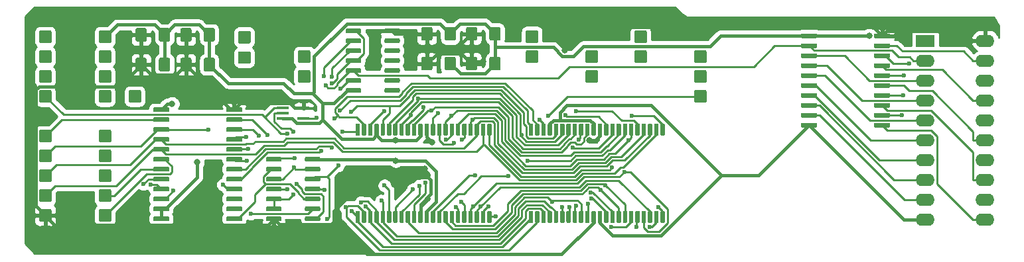
<source format=gtl>
G04 #@! TF.GenerationSoftware,KiCad,Pcbnew,(5.1.2-1)-1*
G04 #@! TF.CreationDate,2019-06-06T20:45:53+01:00*
G04 #@! TF.ProjectId,SRAM Board 2MB,5352414d-2042-46f6-9172-6420324d422e,rev?*
G04 #@! TF.SameCoordinates,Original*
G04 #@! TF.FileFunction,Copper,L1,Top*
G04 #@! TF.FilePolarity,Positive*
%FSLAX46Y46*%
G04 Gerber Fmt 4.6, Leading zero omitted, Abs format (unit mm)*
G04 Created by KiCad (PCBNEW (5.1.2-1)-1) date 2019-06-06 20:45:53*
%MOMM*%
%LPD*%
G04 APERTURE LIST*
%ADD10C,0.100000*%
%ADD11C,1.600000*%
%ADD12O,2.400000X1.600000*%
%ADD13R,2.400000X1.600000*%
%ADD14C,0.600000*%
%ADD15C,1.425000*%
%ADD16C,0.550000*%
%ADD17R,1.500000X0.400000*%
%ADD18C,0.800000*%
%ADD19C,0.250000*%
%ADD20C,0.381000*%
%ADD21C,0.254000*%
G04 APERTURE END LIST*
D10*
G36*
X151241603Y-96482963D02*
G01*
X151261018Y-96485843D01*
X151280057Y-96490612D01*
X151298537Y-96497224D01*
X151316279Y-96505616D01*
X151333114Y-96515706D01*
X151348879Y-96527398D01*
X151363421Y-96540579D01*
X151376602Y-96555121D01*
X151388294Y-96570886D01*
X151398384Y-96587721D01*
X151406776Y-96605463D01*
X151413388Y-96623943D01*
X151418157Y-96642982D01*
X151421037Y-96662397D01*
X151422000Y-96682000D01*
X151422000Y-97882000D01*
X151421037Y-97901603D01*
X151418157Y-97921018D01*
X151413388Y-97940057D01*
X151406776Y-97958537D01*
X151398384Y-97976279D01*
X151388294Y-97993114D01*
X151376602Y-98008879D01*
X151363421Y-98023421D01*
X151348879Y-98036602D01*
X151333114Y-98048294D01*
X151316279Y-98058384D01*
X151298537Y-98066776D01*
X151280057Y-98073388D01*
X151261018Y-98078157D01*
X151241603Y-98081037D01*
X151222000Y-98082000D01*
X150022000Y-98082000D01*
X150002397Y-98081037D01*
X149982982Y-98078157D01*
X149963943Y-98073388D01*
X149945463Y-98066776D01*
X149927721Y-98058384D01*
X149910886Y-98048294D01*
X149895121Y-98036602D01*
X149880579Y-98023421D01*
X149867398Y-98008879D01*
X149855706Y-97993114D01*
X149845616Y-97976279D01*
X149837224Y-97958537D01*
X149830612Y-97940057D01*
X149825843Y-97921018D01*
X149822963Y-97901603D01*
X149822000Y-97882000D01*
X149822000Y-96682000D01*
X149822963Y-96662397D01*
X149825843Y-96642982D01*
X149830612Y-96623943D01*
X149837224Y-96605463D01*
X149845616Y-96587721D01*
X149855706Y-96570886D01*
X149867398Y-96555121D01*
X149880579Y-96540579D01*
X149895121Y-96527398D01*
X149910886Y-96515706D01*
X149927721Y-96505616D01*
X149945463Y-96497224D01*
X149963943Y-96490612D01*
X149982982Y-96485843D01*
X150002397Y-96482963D01*
X150022000Y-96482000D01*
X151222000Y-96482000D01*
X151241603Y-96482963D01*
X151241603Y-96482963D01*
G37*
D11*
X150622000Y-97282000D03*
D10*
G36*
X151241603Y-93942963D02*
G01*
X151261018Y-93945843D01*
X151280057Y-93950612D01*
X151298537Y-93957224D01*
X151316279Y-93965616D01*
X151333114Y-93975706D01*
X151348879Y-93987398D01*
X151363421Y-94000579D01*
X151376602Y-94015121D01*
X151388294Y-94030886D01*
X151398384Y-94047721D01*
X151406776Y-94065463D01*
X151413388Y-94083943D01*
X151418157Y-94102982D01*
X151421037Y-94122397D01*
X151422000Y-94142000D01*
X151422000Y-95342000D01*
X151421037Y-95361603D01*
X151418157Y-95381018D01*
X151413388Y-95400057D01*
X151406776Y-95418537D01*
X151398384Y-95436279D01*
X151388294Y-95453114D01*
X151376602Y-95468879D01*
X151363421Y-95483421D01*
X151348879Y-95496602D01*
X151333114Y-95508294D01*
X151316279Y-95518384D01*
X151298537Y-95526776D01*
X151280057Y-95533388D01*
X151261018Y-95538157D01*
X151241603Y-95541037D01*
X151222000Y-95542000D01*
X150022000Y-95542000D01*
X150002397Y-95541037D01*
X149982982Y-95538157D01*
X149963943Y-95533388D01*
X149945463Y-95526776D01*
X149927721Y-95518384D01*
X149910886Y-95508294D01*
X149895121Y-95496602D01*
X149880579Y-95483421D01*
X149867398Y-95468879D01*
X149855706Y-95453114D01*
X149845616Y-95436279D01*
X149837224Y-95418537D01*
X149830612Y-95400057D01*
X149825843Y-95381018D01*
X149822963Y-95361603D01*
X149822000Y-95342000D01*
X149822000Y-94142000D01*
X149822963Y-94122397D01*
X149825843Y-94102982D01*
X149830612Y-94083943D01*
X149837224Y-94065463D01*
X149845616Y-94047721D01*
X149855706Y-94030886D01*
X149867398Y-94015121D01*
X149880579Y-94000579D01*
X149895121Y-93987398D01*
X149910886Y-93975706D01*
X149927721Y-93965616D01*
X149945463Y-93957224D01*
X149963943Y-93950612D01*
X149982982Y-93945843D01*
X150002397Y-93942963D01*
X150022000Y-93942000D01*
X151222000Y-93942000D01*
X151241603Y-93942963D01*
X151241603Y-93942963D01*
G37*
D11*
X150622000Y-94742000D03*
D10*
G36*
X151241603Y-91402963D02*
G01*
X151261018Y-91405843D01*
X151280057Y-91410612D01*
X151298537Y-91417224D01*
X151316279Y-91425616D01*
X151333114Y-91435706D01*
X151348879Y-91447398D01*
X151363421Y-91460579D01*
X151376602Y-91475121D01*
X151388294Y-91490886D01*
X151398384Y-91507721D01*
X151406776Y-91525463D01*
X151413388Y-91543943D01*
X151418157Y-91562982D01*
X151421037Y-91582397D01*
X151422000Y-91602000D01*
X151422000Y-92802000D01*
X151421037Y-92821603D01*
X151418157Y-92841018D01*
X151413388Y-92860057D01*
X151406776Y-92878537D01*
X151398384Y-92896279D01*
X151388294Y-92913114D01*
X151376602Y-92928879D01*
X151363421Y-92943421D01*
X151348879Y-92956602D01*
X151333114Y-92968294D01*
X151316279Y-92978384D01*
X151298537Y-92986776D01*
X151280057Y-92993388D01*
X151261018Y-92998157D01*
X151241603Y-93001037D01*
X151222000Y-93002000D01*
X150022000Y-93002000D01*
X150002397Y-93001037D01*
X149982982Y-92998157D01*
X149963943Y-92993388D01*
X149945463Y-92986776D01*
X149927721Y-92978384D01*
X149910886Y-92968294D01*
X149895121Y-92956602D01*
X149880579Y-92943421D01*
X149867398Y-92928879D01*
X149855706Y-92913114D01*
X149845616Y-92896279D01*
X149837224Y-92878537D01*
X149830612Y-92860057D01*
X149825843Y-92841018D01*
X149822963Y-92821603D01*
X149822000Y-92802000D01*
X149822000Y-91602000D01*
X149822963Y-91582397D01*
X149825843Y-91562982D01*
X149830612Y-91543943D01*
X149837224Y-91525463D01*
X149845616Y-91507721D01*
X149855706Y-91490886D01*
X149867398Y-91475121D01*
X149880579Y-91460579D01*
X149895121Y-91447398D01*
X149910886Y-91435706D01*
X149927721Y-91425616D01*
X149945463Y-91417224D01*
X149963943Y-91410612D01*
X149982982Y-91405843D01*
X150002397Y-91402963D01*
X150022000Y-91402000D01*
X151222000Y-91402000D01*
X151241603Y-91402963D01*
X151241603Y-91402963D01*
G37*
D11*
X150622000Y-92202000D03*
D10*
G36*
X151241603Y-88862963D02*
G01*
X151261018Y-88865843D01*
X151280057Y-88870612D01*
X151298537Y-88877224D01*
X151316279Y-88885616D01*
X151333114Y-88895706D01*
X151348879Y-88907398D01*
X151363421Y-88920579D01*
X151376602Y-88935121D01*
X151388294Y-88950886D01*
X151398384Y-88967721D01*
X151406776Y-88985463D01*
X151413388Y-89003943D01*
X151418157Y-89022982D01*
X151421037Y-89042397D01*
X151422000Y-89062000D01*
X151422000Y-90262000D01*
X151421037Y-90281603D01*
X151418157Y-90301018D01*
X151413388Y-90320057D01*
X151406776Y-90338537D01*
X151398384Y-90356279D01*
X151388294Y-90373114D01*
X151376602Y-90388879D01*
X151363421Y-90403421D01*
X151348879Y-90416602D01*
X151333114Y-90428294D01*
X151316279Y-90438384D01*
X151298537Y-90446776D01*
X151280057Y-90453388D01*
X151261018Y-90458157D01*
X151241603Y-90461037D01*
X151222000Y-90462000D01*
X150022000Y-90462000D01*
X150002397Y-90461037D01*
X149982982Y-90458157D01*
X149963943Y-90453388D01*
X149945463Y-90446776D01*
X149927721Y-90438384D01*
X149910886Y-90428294D01*
X149895121Y-90416602D01*
X149880579Y-90403421D01*
X149867398Y-90388879D01*
X149855706Y-90373114D01*
X149845616Y-90356279D01*
X149837224Y-90338537D01*
X149830612Y-90320057D01*
X149825843Y-90301018D01*
X149822963Y-90281603D01*
X149822000Y-90262000D01*
X149822000Y-89062000D01*
X149822963Y-89042397D01*
X149825843Y-89022982D01*
X149830612Y-89003943D01*
X149837224Y-88985463D01*
X149845616Y-88967721D01*
X149855706Y-88950886D01*
X149867398Y-88935121D01*
X149880579Y-88920579D01*
X149895121Y-88907398D01*
X149910886Y-88895706D01*
X149927721Y-88885616D01*
X149945463Y-88877224D01*
X149963943Y-88870612D01*
X149982982Y-88865843D01*
X150002397Y-88862963D01*
X150022000Y-88862000D01*
X151222000Y-88862000D01*
X151241603Y-88862963D01*
X151241603Y-88862963D01*
G37*
D11*
X150622000Y-89662000D03*
D10*
G36*
X151241603Y-86322963D02*
G01*
X151261018Y-86325843D01*
X151280057Y-86330612D01*
X151298537Y-86337224D01*
X151316279Y-86345616D01*
X151333114Y-86355706D01*
X151348879Y-86367398D01*
X151363421Y-86380579D01*
X151376602Y-86395121D01*
X151388294Y-86410886D01*
X151398384Y-86427721D01*
X151406776Y-86445463D01*
X151413388Y-86463943D01*
X151418157Y-86482982D01*
X151421037Y-86502397D01*
X151422000Y-86522000D01*
X151422000Y-87722000D01*
X151421037Y-87741603D01*
X151418157Y-87761018D01*
X151413388Y-87780057D01*
X151406776Y-87798537D01*
X151398384Y-87816279D01*
X151388294Y-87833114D01*
X151376602Y-87848879D01*
X151363421Y-87863421D01*
X151348879Y-87876602D01*
X151333114Y-87888294D01*
X151316279Y-87898384D01*
X151298537Y-87906776D01*
X151280057Y-87913388D01*
X151261018Y-87918157D01*
X151241603Y-87921037D01*
X151222000Y-87922000D01*
X150022000Y-87922000D01*
X150002397Y-87921037D01*
X149982982Y-87918157D01*
X149963943Y-87913388D01*
X149945463Y-87906776D01*
X149927721Y-87898384D01*
X149910886Y-87888294D01*
X149895121Y-87876602D01*
X149880579Y-87863421D01*
X149867398Y-87848879D01*
X149855706Y-87833114D01*
X149845616Y-87816279D01*
X149837224Y-87798537D01*
X149830612Y-87780057D01*
X149825843Y-87761018D01*
X149822963Y-87741603D01*
X149822000Y-87722000D01*
X149822000Y-86522000D01*
X149822963Y-86502397D01*
X149825843Y-86482982D01*
X149830612Y-86463943D01*
X149837224Y-86445463D01*
X149845616Y-86427721D01*
X149855706Y-86410886D01*
X149867398Y-86395121D01*
X149880579Y-86380579D01*
X149895121Y-86367398D01*
X149910886Y-86355706D01*
X149927721Y-86345616D01*
X149945463Y-86337224D01*
X149963943Y-86330612D01*
X149982982Y-86325843D01*
X150002397Y-86322963D01*
X150022000Y-86322000D01*
X151222000Y-86322000D01*
X151241603Y-86322963D01*
X151241603Y-86322963D01*
G37*
D11*
X150622000Y-87122000D03*
D10*
G36*
X155051603Y-81242963D02*
G01*
X155071018Y-81245843D01*
X155090057Y-81250612D01*
X155108537Y-81257224D01*
X155126279Y-81265616D01*
X155143114Y-81275706D01*
X155158879Y-81287398D01*
X155173421Y-81300579D01*
X155186602Y-81315121D01*
X155198294Y-81330886D01*
X155208384Y-81347721D01*
X155216776Y-81365463D01*
X155223388Y-81383943D01*
X155228157Y-81402982D01*
X155231037Y-81422397D01*
X155232000Y-81442000D01*
X155232000Y-82642000D01*
X155231037Y-82661603D01*
X155228157Y-82681018D01*
X155223388Y-82700057D01*
X155216776Y-82718537D01*
X155208384Y-82736279D01*
X155198294Y-82753114D01*
X155186602Y-82768879D01*
X155173421Y-82783421D01*
X155158879Y-82796602D01*
X155143114Y-82808294D01*
X155126279Y-82818384D01*
X155108537Y-82826776D01*
X155090057Y-82833388D01*
X155071018Y-82838157D01*
X155051603Y-82841037D01*
X155032000Y-82842000D01*
X153832000Y-82842000D01*
X153812397Y-82841037D01*
X153792982Y-82838157D01*
X153773943Y-82833388D01*
X153755463Y-82826776D01*
X153737721Y-82818384D01*
X153720886Y-82808294D01*
X153705121Y-82796602D01*
X153690579Y-82783421D01*
X153677398Y-82768879D01*
X153665706Y-82753114D01*
X153655616Y-82736279D01*
X153647224Y-82718537D01*
X153640612Y-82700057D01*
X153635843Y-82681018D01*
X153632963Y-82661603D01*
X153632000Y-82642000D01*
X153632000Y-81442000D01*
X153632963Y-81422397D01*
X153635843Y-81402982D01*
X153640612Y-81383943D01*
X153647224Y-81365463D01*
X153655616Y-81347721D01*
X153665706Y-81330886D01*
X153677398Y-81315121D01*
X153690579Y-81300579D01*
X153705121Y-81287398D01*
X153720886Y-81275706D01*
X153737721Y-81265616D01*
X153755463Y-81257224D01*
X153773943Y-81250612D01*
X153792982Y-81245843D01*
X153812397Y-81242963D01*
X153832000Y-81242000D01*
X155032000Y-81242000D01*
X155051603Y-81242963D01*
X155051603Y-81242963D01*
G37*
D11*
X154432000Y-82042000D03*
D10*
G36*
X151241603Y-81242963D02*
G01*
X151261018Y-81245843D01*
X151280057Y-81250612D01*
X151298537Y-81257224D01*
X151316279Y-81265616D01*
X151333114Y-81275706D01*
X151348879Y-81287398D01*
X151363421Y-81300579D01*
X151376602Y-81315121D01*
X151388294Y-81330886D01*
X151398384Y-81347721D01*
X151406776Y-81365463D01*
X151413388Y-81383943D01*
X151418157Y-81402982D01*
X151421037Y-81422397D01*
X151422000Y-81442000D01*
X151422000Y-82642000D01*
X151421037Y-82661603D01*
X151418157Y-82681018D01*
X151413388Y-82700057D01*
X151406776Y-82718537D01*
X151398384Y-82736279D01*
X151388294Y-82753114D01*
X151376602Y-82768879D01*
X151363421Y-82783421D01*
X151348879Y-82796602D01*
X151333114Y-82808294D01*
X151316279Y-82818384D01*
X151298537Y-82826776D01*
X151280057Y-82833388D01*
X151261018Y-82838157D01*
X151241603Y-82841037D01*
X151222000Y-82842000D01*
X150022000Y-82842000D01*
X150002397Y-82841037D01*
X149982982Y-82838157D01*
X149963943Y-82833388D01*
X149945463Y-82826776D01*
X149927721Y-82818384D01*
X149910886Y-82808294D01*
X149895121Y-82796602D01*
X149880579Y-82783421D01*
X149867398Y-82768879D01*
X149855706Y-82753114D01*
X149845616Y-82736279D01*
X149837224Y-82718537D01*
X149830612Y-82700057D01*
X149825843Y-82681018D01*
X149822963Y-82661603D01*
X149822000Y-82642000D01*
X149822000Y-81442000D01*
X149822963Y-81422397D01*
X149825843Y-81402982D01*
X149830612Y-81383943D01*
X149837224Y-81365463D01*
X149845616Y-81347721D01*
X149855706Y-81330886D01*
X149867398Y-81315121D01*
X149880579Y-81300579D01*
X149895121Y-81287398D01*
X149910886Y-81275706D01*
X149927721Y-81265616D01*
X149945463Y-81257224D01*
X149963943Y-81250612D01*
X149982982Y-81245843D01*
X150002397Y-81242963D01*
X150022000Y-81242000D01*
X151222000Y-81242000D01*
X151241603Y-81242963D01*
X151241603Y-81242963D01*
G37*
D11*
X150622000Y-82042000D03*
D10*
G36*
X227187603Y-78702963D02*
G01*
X227207018Y-78705843D01*
X227226057Y-78710612D01*
X227244537Y-78717224D01*
X227262279Y-78725616D01*
X227279114Y-78735706D01*
X227294879Y-78747398D01*
X227309421Y-78760579D01*
X227322602Y-78775121D01*
X227334294Y-78790886D01*
X227344384Y-78807721D01*
X227352776Y-78825463D01*
X227359388Y-78843943D01*
X227364157Y-78862982D01*
X227367037Y-78882397D01*
X227368000Y-78902000D01*
X227368000Y-80102000D01*
X227367037Y-80121603D01*
X227364157Y-80141018D01*
X227359388Y-80160057D01*
X227352776Y-80178537D01*
X227344384Y-80196279D01*
X227334294Y-80213114D01*
X227322602Y-80228879D01*
X227309421Y-80243421D01*
X227294879Y-80256602D01*
X227279114Y-80268294D01*
X227262279Y-80278384D01*
X227244537Y-80286776D01*
X227226057Y-80293388D01*
X227207018Y-80298157D01*
X227187603Y-80301037D01*
X227168000Y-80302000D01*
X225968000Y-80302000D01*
X225948397Y-80301037D01*
X225928982Y-80298157D01*
X225909943Y-80293388D01*
X225891463Y-80286776D01*
X225873721Y-80278384D01*
X225856886Y-80268294D01*
X225841121Y-80256602D01*
X225826579Y-80243421D01*
X225813398Y-80228879D01*
X225801706Y-80213114D01*
X225791616Y-80196279D01*
X225783224Y-80178537D01*
X225776612Y-80160057D01*
X225771843Y-80141018D01*
X225768963Y-80121603D01*
X225768000Y-80102000D01*
X225768000Y-78902000D01*
X225768963Y-78882397D01*
X225771843Y-78862982D01*
X225776612Y-78843943D01*
X225783224Y-78825463D01*
X225791616Y-78807721D01*
X225801706Y-78790886D01*
X225813398Y-78775121D01*
X225826579Y-78760579D01*
X225841121Y-78747398D01*
X225856886Y-78735706D01*
X225873721Y-78725616D01*
X225891463Y-78717224D01*
X225909943Y-78710612D01*
X225928982Y-78705843D01*
X225948397Y-78702963D01*
X225968000Y-78702000D01*
X227168000Y-78702000D01*
X227187603Y-78702963D01*
X227187603Y-78702963D01*
G37*
D11*
X226568000Y-79502000D03*
D10*
G36*
X219567603Y-76162963D02*
G01*
X219587018Y-76165843D01*
X219606057Y-76170612D01*
X219624537Y-76177224D01*
X219642279Y-76185616D01*
X219659114Y-76195706D01*
X219674879Y-76207398D01*
X219689421Y-76220579D01*
X219702602Y-76235121D01*
X219714294Y-76250886D01*
X219724384Y-76267721D01*
X219732776Y-76285463D01*
X219739388Y-76303943D01*
X219744157Y-76322982D01*
X219747037Y-76342397D01*
X219748000Y-76362000D01*
X219748000Y-77562000D01*
X219747037Y-77581603D01*
X219744157Y-77601018D01*
X219739388Y-77620057D01*
X219732776Y-77638537D01*
X219724384Y-77656279D01*
X219714294Y-77673114D01*
X219702602Y-77688879D01*
X219689421Y-77703421D01*
X219674879Y-77716602D01*
X219659114Y-77728294D01*
X219642279Y-77738384D01*
X219624537Y-77746776D01*
X219606057Y-77753388D01*
X219587018Y-77758157D01*
X219567603Y-77761037D01*
X219548000Y-77762000D01*
X218348000Y-77762000D01*
X218328397Y-77761037D01*
X218308982Y-77758157D01*
X218289943Y-77753388D01*
X218271463Y-77746776D01*
X218253721Y-77738384D01*
X218236886Y-77728294D01*
X218221121Y-77716602D01*
X218206579Y-77703421D01*
X218193398Y-77688879D01*
X218181706Y-77673114D01*
X218171616Y-77656279D01*
X218163224Y-77638537D01*
X218156612Y-77620057D01*
X218151843Y-77601018D01*
X218148963Y-77581603D01*
X218148000Y-77562000D01*
X218148000Y-76362000D01*
X218148963Y-76342397D01*
X218151843Y-76322982D01*
X218156612Y-76303943D01*
X218163224Y-76285463D01*
X218171616Y-76267721D01*
X218181706Y-76250886D01*
X218193398Y-76235121D01*
X218206579Y-76220579D01*
X218221121Y-76207398D01*
X218236886Y-76195706D01*
X218253721Y-76185616D01*
X218271463Y-76177224D01*
X218289943Y-76170612D01*
X218308982Y-76165843D01*
X218328397Y-76162963D01*
X218348000Y-76162000D01*
X219548000Y-76162000D01*
X219567603Y-76162963D01*
X219567603Y-76162963D01*
G37*
D11*
X218948000Y-76962000D03*
D10*
G36*
X227187603Y-76162963D02*
G01*
X227207018Y-76165843D01*
X227226057Y-76170612D01*
X227244537Y-76177224D01*
X227262279Y-76185616D01*
X227279114Y-76195706D01*
X227294879Y-76207398D01*
X227309421Y-76220579D01*
X227322602Y-76235121D01*
X227334294Y-76250886D01*
X227344384Y-76267721D01*
X227352776Y-76285463D01*
X227359388Y-76303943D01*
X227364157Y-76322982D01*
X227367037Y-76342397D01*
X227368000Y-76362000D01*
X227368000Y-77562000D01*
X227367037Y-77581603D01*
X227364157Y-77601018D01*
X227359388Y-77620057D01*
X227352776Y-77638537D01*
X227344384Y-77656279D01*
X227334294Y-77673114D01*
X227322602Y-77688879D01*
X227309421Y-77703421D01*
X227294879Y-77716602D01*
X227279114Y-77728294D01*
X227262279Y-77738384D01*
X227244537Y-77746776D01*
X227226057Y-77753388D01*
X227207018Y-77758157D01*
X227187603Y-77761037D01*
X227168000Y-77762000D01*
X225968000Y-77762000D01*
X225948397Y-77761037D01*
X225928982Y-77758157D01*
X225909943Y-77753388D01*
X225891463Y-77746776D01*
X225873721Y-77738384D01*
X225856886Y-77728294D01*
X225841121Y-77716602D01*
X225826579Y-77703421D01*
X225813398Y-77688879D01*
X225801706Y-77673114D01*
X225791616Y-77656279D01*
X225783224Y-77638537D01*
X225776612Y-77620057D01*
X225771843Y-77601018D01*
X225768963Y-77581603D01*
X225768000Y-77562000D01*
X225768000Y-76362000D01*
X225768963Y-76342397D01*
X225771843Y-76322982D01*
X225776612Y-76303943D01*
X225783224Y-76285463D01*
X225791616Y-76267721D01*
X225801706Y-76250886D01*
X225813398Y-76235121D01*
X225826579Y-76220579D01*
X225841121Y-76207398D01*
X225856886Y-76195706D01*
X225873721Y-76185616D01*
X225891463Y-76177224D01*
X225909943Y-76170612D01*
X225928982Y-76165843D01*
X225948397Y-76162963D01*
X225968000Y-76162000D01*
X227168000Y-76162000D01*
X227187603Y-76162963D01*
X227187603Y-76162963D01*
G37*
D11*
X226568000Y-76962000D03*
D10*
G36*
X219567603Y-73622963D02*
G01*
X219587018Y-73625843D01*
X219606057Y-73630612D01*
X219624537Y-73637224D01*
X219642279Y-73645616D01*
X219659114Y-73655706D01*
X219674879Y-73667398D01*
X219689421Y-73680579D01*
X219702602Y-73695121D01*
X219714294Y-73710886D01*
X219724384Y-73727721D01*
X219732776Y-73745463D01*
X219739388Y-73763943D01*
X219744157Y-73782982D01*
X219747037Y-73802397D01*
X219748000Y-73822000D01*
X219748000Y-75022000D01*
X219747037Y-75041603D01*
X219744157Y-75061018D01*
X219739388Y-75080057D01*
X219732776Y-75098537D01*
X219724384Y-75116279D01*
X219714294Y-75133114D01*
X219702602Y-75148879D01*
X219689421Y-75163421D01*
X219674879Y-75176602D01*
X219659114Y-75188294D01*
X219642279Y-75198384D01*
X219624537Y-75206776D01*
X219606057Y-75213388D01*
X219587018Y-75218157D01*
X219567603Y-75221037D01*
X219548000Y-75222000D01*
X218348000Y-75222000D01*
X218328397Y-75221037D01*
X218308982Y-75218157D01*
X218289943Y-75213388D01*
X218271463Y-75206776D01*
X218253721Y-75198384D01*
X218236886Y-75188294D01*
X218221121Y-75176602D01*
X218206579Y-75163421D01*
X218193398Y-75148879D01*
X218181706Y-75133114D01*
X218171616Y-75116279D01*
X218163224Y-75098537D01*
X218156612Y-75080057D01*
X218151843Y-75061018D01*
X218148963Y-75041603D01*
X218148000Y-75022000D01*
X218148000Y-73822000D01*
X218148963Y-73802397D01*
X218151843Y-73782982D01*
X218156612Y-73763943D01*
X218163224Y-73745463D01*
X218171616Y-73727721D01*
X218181706Y-73710886D01*
X218193398Y-73695121D01*
X218206579Y-73680579D01*
X218221121Y-73667398D01*
X218236886Y-73655706D01*
X218253721Y-73645616D01*
X218271463Y-73637224D01*
X218289943Y-73630612D01*
X218308982Y-73625843D01*
X218328397Y-73622963D01*
X218348000Y-73622000D01*
X219548000Y-73622000D01*
X219567603Y-73622963D01*
X219567603Y-73622963D01*
G37*
D11*
X218948000Y-74422000D03*
D10*
G36*
X213344603Y-78702963D02*
G01*
X213364018Y-78705843D01*
X213383057Y-78710612D01*
X213401537Y-78717224D01*
X213419279Y-78725616D01*
X213436114Y-78735706D01*
X213451879Y-78747398D01*
X213466421Y-78760579D01*
X213479602Y-78775121D01*
X213491294Y-78790886D01*
X213501384Y-78807721D01*
X213509776Y-78825463D01*
X213516388Y-78843943D01*
X213521157Y-78862982D01*
X213524037Y-78882397D01*
X213525000Y-78902000D01*
X213525000Y-80102000D01*
X213524037Y-80121603D01*
X213521157Y-80141018D01*
X213516388Y-80160057D01*
X213509776Y-80178537D01*
X213501384Y-80196279D01*
X213491294Y-80213114D01*
X213479602Y-80228879D01*
X213466421Y-80243421D01*
X213451879Y-80256602D01*
X213436114Y-80268294D01*
X213419279Y-80278384D01*
X213401537Y-80286776D01*
X213383057Y-80293388D01*
X213364018Y-80298157D01*
X213344603Y-80301037D01*
X213325000Y-80302000D01*
X212125000Y-80302000D01*
X212105397Y-80301037D01*
X212085982Y-80298157D01*
X212066943Y-80293388D01*
X212048463Y-80286776D01*
X212030721Y-80278384D01*
X212013886Y-80268294D01*
X211998121Y-80256602D01*
X211983579Y-80243421D01*
X211970398Y-80228879D01*
X211958706Y-80213114D01*
X211948616Y-80196279D01*
X211940224Y-80178537D01*
X211933612Y-80160057D01*
X211928843Y-80141018D01*
X211925963Y-80121603D01*
X211925000Y-80102000D01*
X211925000Y-78902000D01*
X211925963Y-78882397D01*
X211928843Y-78862982D01*
X211933612Y-78843943D01*
X211940224Y-78825463D01*
X211948616Y-78807721D01*
X211958706Y-78790886D01*
X211970398Y-78775121D01*
X211983579Y-78760579D01*
X211998121Y-78747398D01*
X212013886Y-78735706D01*
X212030721Y-78725616D01*
X212048463Y-78717224D01*
X212066943Y-78710612D01*
X212085982Y-78705843D01*
X212105397Y-78702963D01*
X212125000Y-78702000D01*
X213325000Y-78702000D01*
X213344603Y-78702963D01*
X213344603Y-78702963D01*
G37*
D11*
X212725000Y-79502000D03*
D10*
G36*
X205724603Y-76162963D02*
G01*
X205744018Y-76165843D01*
X205763057Y-76170612D01*
X205781537Y-76177224D01*
X205799279Y-76185616D01*
X205816114Y-76195706D01*
X205831879Y-76207398D01*
X205846421Y-76220579D01*
X205859602Y-76235121D01*
X205871294Y-76250886D01*
X205881384Y-76267721D01*
X205889776Y-76285463D01*
X205896388Y-76303943D01*
X205901157Y-76322982D01*
X205904037Y-76342397D01*
X205905000Y-76362000D01*
X205905000Y-77562000D01*
X205904037Y-77581603D01*
X205901157Y-77601018D01*
X205896388Y-77620057D01*
X205889776Y-77638537D01*
X205881384Y-77656279D01*
X205871294Y-77673114D01*
X205859602Y-77688879D01*
X205846421Y-77703421D01*
X205831879Y-77716602D01*
X205816114Y-77728294D01*
X205799279Y-77738384D01*
X205781537Y-77746776D01*
X205763057Y-77753388D01*
X205744018Y-77758157D01*
X205724603Y-77761037D01*
X205705000Y-77762000D01*
X204505000Y-77762000D01*
X204485397Y-77761037D01*
X204465982Y-77758157D01*
X204446943Y-77753388D01*
X204428463Y-77746776D01*
X204410721Y-77738384D01*
X204393886Y-77728294D01*
X204378121Y-77716602D01*
X204363579Y-77703421D01*
X204350398Y-77688879D01*
X204338706Y-77673114D01*
X204328616Y-77656279D01*
X204320224Y-77638537D01*
X204313612Y-77620057D01*
X204308843Y-77601018D01*
X204305963Y-77581603D01*
X204305000Y-77562000D01*
X204305000Y-76362000D01*
X204305963Y-76342397D01*
X204308843Y-76322982D01*
X204313612Y-76303943D01*
X204320224Y-76285463D01*
X204328616Y-76267721D01*
X204338706Y-76250886D01*
X204350398Y-76235121D01*
X204363579Y-76220579D01*
X204378121Y-76207398D01*
X204393886Y-76195706D01*
X204410721Y-76185616D01*
X204428463Y-76177224D01*
X204446943Y-76170612D01*
X204465982Y-76165843D01*
X204485397Y-76162963D01*
X204505000Y-76162000D01*
X205705000Y-76162000D01*
X205724603Y-76162963D01*
X205724603Y-76162963D01*
G37*
D11*
X205105000Y-76962000D03*
D10*
G36*
X213344603Y-76162963D02*
G01*
X213364018Y-76165843D01*
X213383057Y-76170612D01*
X213401537Y-76177224D01*
X213419279Y-76185616D01*
X213436114Y-76195706D01*
X213451879Y-76207398D01*
X213466421Y-76220579D01*
X213479602Y-76235121D01*
X213491294Y-76250886D01*
X213501384Y-76267721D01*
X213509776Y-76285463D01*
X213516388Y-76303943D01*
X213521157Y-76322982D01*
X213524037Y-76342397D01*
X213525000Y-76362000D01*
X213525000Y-77562000D01*
X213524037Y-77581603D01*
X213521157Y-77601018D01*
X213516388Y-77620057D01*
X213509776Y-77638537D01*
X213501384Y-77656279D01*
X213491294Y-77673114D01*
X213479602Y-77688879D01*
X213466421Y-77703421D01*
X213451879Y-77716602D01*
X213436114Y-77728294D01*
X213419279Y-77738384D01*
X213401537Y-77746776D01*
X213383057Y-77753388D01*
X213364018Y-77758157D01*
X213344603Y-77761037D01*
X213325000Y-77762000D01*
X212125000Y-77762000D01*
X212105397Y-77761037D01*
X212085982Y-77758157D01*
X212066943Y-77753388D01*
X212048463Y-77746776D01*
X212030721Y-77738384D01*
X212013886Y-77728294D01*
X211998121Y-77716602D01*
X211983579Y-77703421D01*
X211970398Y-77688879D01*
X211958706Y-77673114D01*
X211948616Y-77656279D01*
X211940224Y-77638537D01*
X211933612Y-77620057D01*
X211928843Y-77601018D01*
X211925963Y-77581603D01*
X211925000Y-77562000D01*
X211925000Y-76362000D01*
X211925963Y-76342397D01*
X211928843Y-76322982D01*
X211933612Y-76303943D01*
X211940224Y-76285463D01*
X211948616Y-76267721D01*
X211958706Y-76250886D01*
X211970398Y-76235121D01*
X211983579Y-76220579D01*
X211998121Y-76207398D01*
X212013886Y-76195706D01*
X212030721Y-76185616D01*
X212048463Y-76177224D01*
X212066943Y-76170612D01*
X212085982Y-76165843D01*
X212105397Y-76162963D01*
X212125000Y-76162000D01*
X213325000Y-76162000D01*
X213344603Y-76162963D01*
X213344603Y-76162963D01*
G37*
D11*
X212725000Y-76962000D03*
D10*
G36*
X205699603Y-73597563D02*
G01*
X205719018Y-73600443D01*
X205738057Y-73605212D01*
X205756537Y-73611824D01*
X205774279Y-73620216D01*
X205791114Y-73630306D01*
X205806879Y-73641998D01*
X205821421Y-73655179D01*
X205834602Y-73669721D01*
X205846294Y-73685486D01*
X205856384Y-73702321D01*
X205864776Y-73720063D01*
X205871388Y-73738543D01*
X205876157Y-73757582D01*
X205879037Y-73776997D01*
X205880000Y-73796600D01*
X205880000Y-74996600D01*
X205879037Y-75016203D01*
X205876157Y-75035618D01*
X205871388Y-75054657D01*
X205864776Y-75073137D01*
X205856384Y-75090879D01*
X205846294Y-75107714D01*
X205834602Y-75123479D01*
X205821421Y-75138021D01*
X205806879Y-75151202D01*
X205791114Y-75162894D01*
X205774279Y-75172984D01*
X205756537Y-75181376D01*
X205738057Y-75187988D01*
X205719018Y-75192757D01*
X205699603Y-75195637D01*
X205680000Y-75196600D01*
X204480000Y-75196600D01*
X204460397Y-75195637D01*
X204440982Y-75192757D01*
X204421943Y-75187988D01*
X204403463Y-75181376D01*
X204385721Y-75172984D01*
X204368886Y-75162894D01*
X204353121Y-75151202D01*
X204338579Y-75138021D01*
X204325398Y-75123479D01*
X204313706Y-75107714D01*
X204303616Y-75090879D01*
X204295224Y-75073137D01*
X204288612Y-75054657D01*
X204283843Y-75035618D01*
X204280963Y-75016203D01*
X204280000Y-74996600D01*
X204280000Y-73796600D01*
X204280963Y-73776997D01*
X204283843Y-73757582D01*
X204288612Y-73738543D01*
X204295224Y-73720063D01*
X204303616Y-73702321D01*
X204313706Y-73685486D01*
X204325398Y-73669721D01*
X204338579Y-73655179D01*
X204353121Y-73641998D01*
X204368886Y-73630306D01*
X204385721Y-73620216D01*
X204403463Y-73611824D01*
X204421943Y-73605212D01*
X204440982Y-73600443D01*
X204460397Y-73597563D01*
X204480000Y-73596600D01*
X205680000Y-73596600D01*
X205699603Y-73597563D01*
X205699603Y-73597563D01*
G37*
D11*
X205080000Y-74396600D03*
D10*
G36*
X176641603Y-78702963D02*
G01*
X176661018Y-78705843D01*
X176680057Y-78710612D01*
X176698537Y-78717224D01*
X176716279Y-78725616D01*
X176733114Y-78735706D01*
X176748879Y-78747398D01*
X176763421Y-78760579D01*
X176776602Y-78775121D01*
X176788294Y-78790886D01*
X176798384Y-78807721D01*
X176806776Y-78825463D01*
X176813388Y-78843943D01*
X176818157Y-78862982D01*
X176821037Y-78882397D01*
X176822000Y-78902000D01*
X176822000Y-80102000D01*
X176821037Y-80121603D01*
X176818157Y-80141018D01*
X176813388Y-80160057D01*
X176806776Y-80178537D01*
X176798384Y-80196279D01*
X176788294Y-80213114D01*
X176776602Y-80228879D01*
X176763421Y-80243421D01*
X176748879Y-80256602D01*
X176733114Y-80268294D01*
X176716279Y-80278384D01*
X176698537Y-80286776D01*
X176680057Y-80293388D01*
X176661018Y-80298157D01*
X176641603Y-80301037D01*
X176622000Y-80302000D01*
X175422000Y-80302000D01*
X175402397Y-80301037D01*
X175382982Y-80298157D01*
X175363943Y-80293388D01*
X175345463Y-80286776D01*
X175327721Y-80278384D01*
X175310886Y-80268294D01*
X175295121Y-80256602D01*
X175280579Y-80243421D01*
X175267398Y-80228879D01*
X175255706Y-80213114D01*
X175245616Y-80196279D01*
X175237224Y-80178537D01*
X175230612Y-80160057D01*
X175225843Y-80141018D01*
X175222963Y-80121603D01*
X175222000Y-80102000D01*
X175222000Y-78902000D01*
X175222963Y-78882397D01*
X175225843Y-78862982D01*
X175230612Y-78843943D01*
X175237224Y-78825463D01*
X175245616Y-78807721D01*
X175255706Y-78790886D01*
X175267398Y-78775121D01*
X175280579Y-78760579D01*
X175295121Y-78747398D01*
X175310886Y-78735706D01*
X175327721Y-78725616D01*
X175345463Y-78717224D01*
X175363943Y-78710612D01*
X175382982Y-78705843D01*
X175402397Y-78702963D01*
X175422000Y-78702000D01*
X176622000Y-78702000D01*
X176641603Y-78702963D01*
X176641603Y-78702963D01*
G37*
D11*
X176022000Y-79502000D03*
D10*
G36*
X169021603Y-76289963D02*
G01*
X169041018Y-76292843D01*
X169060057Y-76297612D01*
X169078537Y-76304224D01*
X169096279Y-76312616D01*
X169113114Y-76322706D01*
X169128879Y-76334398D01*
X169143421Y-76347579D01*
X169156602Y-76362121D01*
X169168294Y-76377886D01*
X169178384Y-76394721D01*
X169186776Y-76412463D01*
X169193388Y-76430943D01*
X169198157Y-76449982D01*
X169201037Y-76469397D01*
X169202000Y-76489000D01*
X169202000Y-77689000D01*
X169201037Y-77708603D01*
X169198157Y-77728018D01*
X169193388Y-77747057D01*
X169186776Y-77765537D01*
X169178384Y-77783279D01*
X169168294Y-77800114D01*
X169156602Y-77815879D01*
X169143421Y-77830421D01*
X169128879Y-77843602D01*
X169113114Y-77855294D01*
X169096279Y-77865384D01*
X169078537Y-77873776D01*
X169060057Y-77880388D01*
X169041018Y-77885157D01*
X169021603Y-77888037D01*
X169002000Y-77889000D01*
X167802000Y-77889000D01*
X167782397Y-77888037D01*
X167762982Y-77885157D01*
X167743943Y-77880388D01*
X167725463Y-77873776D01*
X167707721Y-77865384D01*
X167690886Y-77855294D01*
X167675121Y-77843602D01*
X167660579Y-77830421D01*
X167647398Y-77815879D01*
X167635706Y-77800114D01*
X167625616Y-77783279D01*
X167617224Y-77765537D01*
X167610612Y-77747057D01*
X167605843Y-77728018D01*
X167602963Y-77708603D01*
X167602000Y-77689000D01*
X167602000Y-76489000D01*
X167602963Y-76469397D01*
X167605843Y-76449982D01*
X167610612Y-76430943D01*
X167617224Y-76412463D01*
X167625616Y-76394721D01*
X167635706Y-76377886D01*
X167647398Y-76362121D01*
X167660579Y-76347579D01*
X167675121Y-76334398D01*
X167690886Y-76322706D01*
X167707721Y-76312616D01*
X167725463Y-76304224D01*
X167743943Y-76297612D01*
X167762982Y-76292843D01*
X167782397Y-76289963D01*
X167802000Y-76289000D01*
X169002000Y-76289000D01*
X169021603Y-76289963D01*
X169021603Y-76289963D01*
G37*
D11*
X168402000Y-77089000D03*
D10*
G36*
X176641603Y-76162963D02*
G01*
X176661018Y-76165843D01*
X176680057Y-76170612D01*
X176698537Y-76177224D01*
X176716279Y-76185616D01*
X176733114Y-76195706D01*
X176748879Y-76207398D01*
X176763421Y-76220579D01*
X176776602Y-76235121D01*
X176788294Y-76250886D01*
X176798384Y-76267721D01*
X176806776Y-76285463D01*
X176813388Y-76303943D01*
X176818157Y-76322982D01*
X176821037Y-76342397D01*
X176822000Y-76362000D01*
X176822000Y-77562000D01*
X176821037Y-77581603D01*
X176818157Y-77601018D01*
X176813388Y-77620057D01*
X176806776Y-77638537D01*
X176798384Y-77656279D01*
X176788294Y-77673114D01*
X176776602Y-77688879D01*
X176763421Y-77703421D01*
X176748879Y-77716602D01*
X176733114Y-77728294D01*
X176716279Y-77738384D01*
X176698537Y-77746776D01*
X176680057Y-77753388D01*
X176661018Y-77758157D01*
X176641603Y-77761037D01*
X176622000Y-77762000D01*
X175422000Y-77762000D01*
X175402397Y-77761037D01*
X175382982Y-77758157D01*
X175363943Y-77753388D01*
X175345463Y-77746776D01*
X175327721Y-77738384D01*
X175310886Y-77728294D01*
X175295121Y-77716602D01*
X175280579Y-77703421D01*
X175267398Y-77688879D01*
X175255706Y-77673114D01*
X175245616Y-77656279D01*
X175237224Y-77638537D01*
X175230612Y-77620057D01*
X175225843Y-77601018D01*
X175222963Y-77581603D01*
X175222000Y-77562000D01*
X175222000Y-76362000D01*
X175222963Y-76342397D01*
X175225843Y-76322982D01*
X175230612Y-76303943D01*
X175237224Y-76285463D01*
X175245616Y-76267721D01*
X175255706Y-76250886D01*
X175267398Y-76235121D01*
X175280579Y-76220579D01*
X175295121Y-76207398D01*
X175310886Y-76195706D01*
X175327721Y-76185616D01*
X175345463Y-76177224D01*
X175363943Y-76170612D01*
X175382982Y-76165843D01*
X175402397Y-76162963D01*
X175422000Y-76162000D01*
X176622000Y-76162000D01*
X176641603Y-76162963D01*
X176641603Y-76162963D01*
G37*
D11*
X176022000Y-76962000D03*
D10*
G36*
X169021603Y-73673963D02*
G01*
X169041018Y-73676843D01*
X169060057Y-73681612D01*
X169078537Y-73688224D01*
X169096279Y-73696616D01*
X169113114Y-73706706D01*
X169128879Y-73718398D01*
X169143421Y-73731579D01*
X169156602Y-73746121D01*
X169168294Y-73761886D01*
X169178384Y-73778721D01*
X169186776Y-73796463D01*
X169193388Y-73814943D01*
X169198157Y-73833982D01*
X169201037Y-73853397D01*
X169202000Y-73873000D01*
X169202000Y-75073000D01*
X169201037Y-75092603D01*
X169198157Y-75112018D01*
X169193388Y-75131057D01*
X169186776Y-75149537D01*
X169178384Y-75167279D01*
X169168294Y-75184114D01*
X169156602Y-75199879D01*
X169143421Y-75214421D01*
X169128879Y-75227602D01*
X169113114Y-75239294D01*
X169096279Y-75249384D01*
X169078537Y-75257776D01*
X169060057Y-75264388D01*
X169041018Y-75269157D01*
X169021603Y-75272037D01*
X169002000Y-75273000D01*
X167802000Y-75273000D01*
X167782397Y-75272037D01*
X167762982Y-75269157D01*
X167743943Y-75264388D01*
X167725463Y-75257776D01*
X167707721Y-75249384D01*
X167690886Y-75239294D01*
X167675121Y-75227602D01*
X167660579Y-75214421D01*
X167647398Y-75199879D01*
X167635706Y-75184114D01*
X167625616Y-75167279D01*
X167617224Y-75149537D01*
X167610612Y-75131057D01*
X167605843Y-75112018D01*
X167602963Y-75092603D01*
X167602000Y-75073000D01*
X167602000Y-73873000D01*
X167602963Y-73853397D01*
X167605843Y-73833982D01*
X167610612Y-73814943D01*
X167617224Y-73796463D01*
X167625616Y-73778721D01*
X167635706Y-73761886D01*
X167647398Y-73746121D01*
X167660579Y-73731579D01*
X167675121Y-73718398D01*
X167690886Y-73706706D01*
X167707721Y-73696616D01*
X167725463Y-73688224D01*
X167743943Y-73681612D01*
X167762982Y-73676843D01*
X167782397Y-73673963D01*
X167802000Y-73673000D01*
X169002000Y-73673000D01*
X169021603Y-73673963D01*
X169021603Y-73673963D01*
G37*
D11*
X168402000Y-74473000D03*
D10*
G36*
X151241603Y-78702963D02*
G01*
X151261018Y-78705843D01*
X151280057Y-78710612D01*
X151298537Y-78717224D01*
X151316279Y-78725616D01*
X151333114Y-78735706D01*
X151348879Y-78747398D01*
X151363421Y-78760579D01*
X151376602Y-78775121D01*
X151388294Y-78790886D01*
X151398384Y-78807721D01*
X151406776Y-78825463D01*
X151413388Y-78843943D01*
X151418157Y-78862982D01*
X151421037Y-78882397D01*
X151422000Y-78902000D01*
X151422000Y-80102000D01*
X151421037Y-80121603D01*
X151418157Y-80141018D01*
X151413388Y-80160057D01*
X151406776Y-80178537D01*
X151398384Y-80196279D01*
X151388294Y-80213114D01*
X151376602Y-80228879D01*
X151363421Y-80243421D01*
X151348879Y-80256602D01*
X151333114Y-80268294D01*
X151316279Y-80278384D01*
X151298537Y-80286776D01*
X151280057Y-80293388D01*
X151261018Y-80298157D01*
X151241603Y-80301037D01*
X151222000Y-80302000D01*
X150022000Y-80302000D01*
X150002397Y-80301037D01*
X149982982Y-80298157D01*
X149963943Y-80293388D01*
X149945463Y-80286776D01*
X149927721Y-80278384D01*
X149910886Y-80268294D01*
X149895121Y-80256602D01*
X149880579Y-80243421D01*
X149867398Y-80228879D01*
X149855706Y-80213114D01*
X149845616Y-80196279D01*
X149837224Y-80178537D01*
X149830612Y-80160057D01*
X149825843Y-80141018D01*
X149822963Y-80121603D01*
X149822000Y-80102000D01*
X149822000Y-78902000D01*
X149822963Y-78882397D01*
X149825843Y-78862982D01*
X149830612Y-78843943D01*
X149837224Y-78825463D01*
X149845616Y-78807721D01*
X149855706Y-78790886D01*
X149867398Y-78775121D01*
X149880579Y-78760579D01*
X149895121Y-78747398D01*
X149910886Y-78735706D01*
X149927721Y-78725616D01*
X149945463Y-78717224D01*
X149963943Y-78710612D01*
X149982982Y-78705843D01*
X150002397Y-78702963D01*
X150022000Y-78702000D01*
X151222000Y-78702000D01*
X151241603Y-78702963D01*
X151241603Y-78702963D01*
G37*
D11*
X150622000Y-79502000D03*
D10*
G36*
X143621603Y-76162963D02*
G01*
X143641018Y-76165843D01*
X143660057Y-76170612D01*
X143678537Y-76177224D01*
X143696279Y-76185616D01*
X143713114Y-76195706D01*
X143728879Y-76207398D01*
X143743421Y-76220579D01*
X143756602Y-76235121D01*
X143768294Y-76250886D01*
X143778384Y-76267721D01*
X143786776Y-76285463D01*
X143793388Y-76303943D01*
X143798157Y-76322982D01*
X143801037Y-76342397D01*
X143802000Y-76362000D01*
X143802000Y-77562000D01*
X143801037Y-77581603D01*
X143798157Y-77601018D01*
X143793388Y-77620057D01*
X143786776Y-77638537D01*
X143778384Y-77656279D01*
X143768294Y-77673114D01*
X143756602Y-77688879D01*
X143743421Y-77703421D01*
X143728879Y-77716602D01*
X143713114Y-77728294D01*
X143696279Y-77738384D01*
X143678537Y-77746776D01*
X143660057Y-77753388D01*
X143641018Y-77758157D01*
X143621603Y-77761037D01*
X143602000Y-77762000D01*
X142402000Y-77762000D01*
X142382397Y-77761037D01*
X142362982Y-77758157D01*
X142343943Y-77753388D01*
X142325463Y-77746776D01*
X142307721Y-77738384D01*
X142290886Y-77728294D01*
X142275121Y-77716602D01*
X142260579Y-77703421D01*
X142247398Y-77688879D01*
X142235706Y-77673114D01*
X142225616Y-77656279D01*
X142217224Y-77638537D01*
X142210612Y-77620057D01*
X142205843Y-77601018D01*
X142202963Y-77581603D01*
X142202000Y-77562000D01*
X142202000Y-76362000D01*
X142202963Y-76342397D01*
X142205843Y-76322982D01*
X142210612Y-76303943D01*
X142217224Y-76285463D01*
X142225616Y-76267721D01*
X142235706Y-76250886D01*
X142247398Y-76235121D01*
X142260579Y-76220579D01*
X142275121Y-76207398D01*
X142290886Y-76195706D01*
X142307721Y-76185616D01*
X142325463Y-76177224D01*
X142343943Y-76170612D01*
X142362982Y-76165843D01*
X142382397Y-76162963D01*
X142402000Y-76162000D01*
X143602000Y-76162000D01*
X143621603Y-76162963D01*
X143621603Y-76162963D01*
G37*
D11*
X143002000Y-76962000D03*
D10*
G36*
X151241603Y-76162963D02*
G01*
X151261018Y-76165843D01*
X151280057Y-76170612D01*
X151298537Y-76177224D01*
X151316279Y-76185616D01*
X151333114Y-76195706D01*
X151348879Y-76207398D01*
X151363421Y-76220579D01*
X151376602Y-76235121D01*
X151388294Y-76250886D01*
X151398384Y-76267721D01*
X151406776Y-76285463D01*
X151413388Y-76303943D01*
X151418157Y-76322982D01*
X151421037Y-76342397D01*
X151422000Y-76362000D01*
X151422000Y-77562000D01*
X151421037Y-77581603D01*
X151418157Y-77601018D01*
X151413388Y-77620057D01*
X151406776Y-77638537D01*
X151398384Y-77656279D01*
X151388294Y-77673114D01*
X151376602Y-77688879D01*
X151363421Y-77703421D01*
X151348879Y-77716602D01*
X151333114Y-77728294D01*
X151316279Y-77738384D01*
X151298537Y-77746776D01*
X151280057Y-77753388D01*
X151261018Y-77758157D01*
X151241603Y-77761037D01*
X151222000Y-77762000D01*
X150022000Y-77762000D01*
X150002397Y-77761037D01*
X149982982Y-77758157D01*
X149963943Y-77753388D01*
X149945463Y-77746776D01*
X149927721Y-77738384D01*
X149910886Y-77728294D01*
X149895121Y-77716602D01*
X149880579Y-77703421D01*
X149867398Y-77688879D01*
X149855706Y-77673114D01*
X149845616Y-77656279D01*
X149837224Y-77638537D01*
X149830612Y-77620057D01*
X149825843Y-77601018D01*
X149822963Y-77581603D01*
X149822000Y-77562000D01*
X149822000Y-76362000D01*
X149822963Y-76342397D01*
X149825843Y-76322982D01*
X149830612Y-76303943D01*
X149837224Y-76285463D01*
X149845616Y-76267721D01*
X149855706Y-76250886D01*
X149867398Y-76235121D01*
X149880579Y-76220579D01*
X149895121Y-76207398D01*
X149910886Y-76195706D01*
X149927721Y-76185616D01*
X149945463Y-76177224D01*
X149963943Y-76170612D01*
X149982982Y-76165843D01*
X150002397Y-76162963D01*
X150022000Y-76162000D01*
X151222000Y-76162000D01*
X151241603Y-76162963D01*
X151241603Y-76162963D01*
G37*
D11*
X150622000Y-76962000D03*
D10*
G36*
X143621603Y-73622963D02*
G01*
X143641018Y-73625843D01*
X143660057Y-73630612D01*
X143678537Y-73637224D01*
X143696279Y-73645616D01*
X143713114Y-73655706D01*
X143728879Y-73667398D01*
X143743421Y-73680579D01*
X143756602Y-73695121D01*
X143768294Y-73710886D01*
X143778384Y-73727721D01*
X143786776Y-73745463D01*
X143793388Y-73763943D01*
X143798157Y-73782982D01*
X143801037Y-73802397D01*
X143802000Y-73822000D01*
X143802000Y-75022000D01*
X143801037Y-75041603D01*
X143798157Y-75061018D01*
X143793388Y-75080057D01*
X143786776Y-75098537D01*
X143778384Y-75116279D01*
X143768294Y-75133114D01*
X143756602Y-75148879D01*
X143743421Y-75163421D01*
X143728879Y-75176602D01*
X143713114Y-75188294D01*
X143696279Y-75198384D01*
X143678537Y-75206776D01*
X143660057Y-75213388D01*
X143641018Y-75218157D01*
X143621603Y-75221037D01*
X143602000Y-75222000D01*
X142402000Y-75222000D01*
X142382397Y-75221037D01*
X142362982Y-75218157D01*
X142343943Y-75213388D01*
X142325463Y-75206776D01*
X142307721Y-75198384D01*
X142290886Y-75188294D01*
X142275121Y-75176602D01*
X142260579Y-75163421D01*
X142247398Y-75148879D01*
X142235706Y-75133114D01*
X142225616Y-75116279D01*
X142217224Y-75098537D01*
X142210612Y-75080057D01*
X142205843Y-75061018D01*
X142202963Y-75041603D01*
X142202000Y-75022000D01*
X142202000Y-73822000D01*
X142202963Y-73802397D01*
X142205843Y-73782982D01*
X142210612Y-73763943D01*
X142217224Y-73745463D01*
X142225616Y-73727721D01*
X142235706Y-73710886D01*
X142247398Y-73695121D01*
X142260579Y-73680579D01*
X142275121Y-73667398D01*
X142290886Y-73655706D01*
X142307721Y-73645616D01*
X142325463Y-73637224D01*
X142343943Y-73630612D01*
X142362982Y-73625843D01*
X142382397Y-73622963D01*
X142402000Y-73622000D01*
X143602000Y-73622000D01*
X143621603Y-73622963D01*
X143621603Y-73622963D01*
G37*
D11*
X143002000Y-74422000D03*
D10*
G36*
X143621603Y-81242963D02*
G01*
X143641018Y-81245843D01*
X143660057Y-81250612D01*
X143678537Y-81257224D01*
X143696279Y-81265616D01*
X143713114Y-81275706D01*
X143728879Y-81287398D01*
X143743421Y-81300579D01*
X143756602Y-81315121D01*
X143768294Y-81330886D01*
X143778384Y-81347721D01*
X143786776Y-81365463D01*
X143793388Y-81383943D01*
X143798157Y-81402982D01*
X143801037Y-81422397D01*
X143802000Y-81442000D01*
X143802000Y-82642000D01*
X143801037Y-82661603D01*
X143798157Y-82681018D01*
X143793388Y-82700057D01*
X143786776Y-82718537D01*
X143778384Y-82736279D01*
X143768294Y-82753114D01*
X143756602Y-82768879D01*
X143743421Y-82783421D01*
X143728879Y-82796602D01*
X143713114Y-82808294D01*
X143696279Y-82818384D01*
X143678537Y-82826776D01*
X143660057Y-82833388D01*
X143641018Y-82838157D01*
X143621603Y-82841037D01*
X143602000Y-82842000D01*
X142402000Y-82842000D01*
X142382397Y-82841037D01*
X142362982Y-82838157D01*
X142343943Y-82833388D01*
X142325463Y-82826776D01*
X142307721Y-82818384D01*
X142290886Y-82808294D01*
X142275121Y-82796602D01*
X142260579Y-82783421D01*
X142247398Y-82768879D01*
X142235706Y-82753114D01*
X142225616Y-82736279D01*
X142217224Y-82718537D01*
X142210612Y-82700057D01*
X142205843Y-82681018D01*
X142202963Y-82661603D01*
X142202000Y-82642000D01*
X142202000Y-81442000D01*
X142202963Y-81422397D01*
X142205843Y-81402982D01*
X142210612Y-81383943D01*
X142217224Y-81365463D01*
X142225616Y-81347721D01*
X142235706Y-81330886D01*
X142247398Y-81315121D01*
X142260579Y-81300579D01*
X142275121Y-81287398D01*
X142290886Y-81275706D01*
X142307721Y-81265616D01*
X142325463Y-81257224D01*
X142343943Y-81250612D01*
X142362982Y-81245843D01*
X142382397Y-81242963D01*
X142402000Y-81242000D01*
X143602000Y-81242000D01*
X143621603Y-81242963D01*
X143621603Y-81242963D01*
G37*
D11*
X143002000Y-82042000D03*
D10*
G36*
X143621603Y-96482963D02*
G01*
X143641018Y-96485843D01*
X143660057Y-96490612D01*
X143678537Y-96497224D01*
X143696279Y-96505616D01*
X143713114Y-96515706D01*
X143728879Y-96527398D01*
X143743421Y-96540579D01*
X143756602Y-96555121D01*
X143768294Y-96570886D01*
X143778384Y-96587721D01*
X143786776Y-96605463D01*
X143793388Y-96623943D01*
X143798157Y-96642982D01*
X143801037Y-96662397D01*
X143802000Y-96682000D01*
X143802000Y-97882000D01*
X143801037Y-97901603D01*
X143798157Y-97921018D01*
X143793388Y-97940057D01*
X143786776Y-97958537D01*
X143778384Y-97976279D01*
X143768294Y-97993114D01*
X143756602Y-98008879D01*
X143743421Y-98023421D01*
X143728879Y-98036602D01*
X143713114Y-98048294D01*
X143696279Y-98058384D01*
X143678537Y-98066776D01*
X143660057Y-98073388D01*
X143641018Y-98078157D01*
X143621603Y-98081037D01*
X143602000Y-98082000D01*
X142402000Y-98082000D01*
X142382397Y-98081037D01*
X142362982Y-98078157D01*
X142343943Y-98073388D01*
X142325463Y-98066776D01*
X142307721Y-98058384D01*
X142290886Y-98048294D01*
X142275121Y-98036602D01*
X142260579Y-98023421D01*
X142247398Y-98008879D01*
X142235706Y-97993114D01*
X142225616Y-97976279D01*
X142217224Y-97958537D01*
X142210612Y-97940057D01*
X142205843Y-97921018D01*
X142202963Y-97901603D01*
X142202000Y-97882000D01*
X142202000Y-96682000D01*
X142202963Y-96662397D01*
X142205843Y-96642982D01*
X142210612Y-96623943D01*
X142217224Y-96605463D01*
X142225616Y-96587721D01*
X142235706Y-96570886D01*
X142247398Y-96555121D01*
X142260579Y-96540579D01*
X142275121Y-96527398D01*
X142290886Y-96515706D01*
X142307721Y-96505616D01*
X142325463Y-96497224D01*
X142343943Y-96490612D01*
X142362982Y-96485843D01*
X142382397Y-96482963D01*
X142402000Y-96482000D01*
X143602000Y-96482000D01*
X143621603Y-96482963D01*
X143621603Y-96482963D01*
G37*
D11*
X143002000Y-97282000D03*
D10*
G36*
X151241603Y-73622963D02*
G01*
X151261018Y-73625843D01*
X151280057Y-73630612D01*
X151298537Y-73637224D01*
X151316279Y-73645616D01*
X151333114Y-73655706D01*
X151348879Y-73667398D01*
X151363421Y-73680579D01*
X151376602Y-73695121D01*
X151388294Y-73710886D01*
X151398384Y-73727721D01*
X151406776Y-73745463D01*
X151413388Y-73763943D01*
X151418157Y-73782982D01*
X151421037Y-73802397D01*
X151422000Y-73822000D01*
X151422000Y-75022000D01*
X151421037Y-75041603D01*
X151418157Y-75061018D01*
X151413388Y-75080057D01*
X151406776Y-75098537D01*
X151398384Y-75116279D01*
X151388294Y-75133114D01*
X151376602Y-75148879D01*
X151363421Y-75163421D01*
X151348879Y-75176602D01*
X151333114Y-75188294D01*
X151316279Y-75198384D01*
X151298537Y-75206776D01*
X151280057Y-75213388D01*
X151261018Y-75218157D01*
X151241603Y-75221037D01*
X151222000Y-75222000D01*
X150022000Y-75222000D01*
X150002397Y-75221037D01*
X149982982Y-75218157D01*
X149963943Y-75213388D01*
X149945463Y-75206776D01*
X149927721Y-75198384D01*
X149910886Y-75188294D01*
X149895121Y-75176602D01*
X149880579Y-75163421D01*
X149867398Y-75148879D01*
X149855706Y-75133114D01*
X149845616Y-75116279D01*
X149837224Y-75098537D01*
X149830612Y-75080057D01*
X149825843Y-75061018D01*
X149822963Y-75041603D01*
X149822000Y-75022000D01*
X149822000Y-73822000D01*
X149822963Y-73802397D01*
X149825843Y-73782982D01*
X149830612Y-73763943D01*
X149837224Y-73745463D01*
X149845616Y-73727721D01*
X149855706Y-73710886D01*
X149867398Y-73695121D01*
X149880579Y-73680579D01*
X149895121Y-73667398D01*
X149910886Y-73655706D01*
X149927721Y-73645616D01*
X149945463Y-73637224D01*
X149963943Y-73630612D01*
X149982982Y-73625843D01*
X150002397Y-73622963D01*
X150022000Y-73622000D01*
X151222000Y-73622000D01*
X151241603Y-73622963D01*
X151241603Y-73622963D01*
G37*
D11*
X150622000Y-74422000D03*
D10*
G36*
X227187603Y-81242963D02*
G01*
X227207018Y-81245843D01*
X227226057Y-81250612D01*
X227244537Y-81257224D01*
X227262279Y-81265616D01*
X227279114Y-81275706D01*
X227294879Y-81287398D01*
X227309421Y-81300579D01*
X227322602Y-81315121D01*
X227334294Y-81330886D01*
X227344384Y-81347721D01*
X227352776Y-81365463D01*
X227359388Y-81383943D01*
X227364157Y-81402982D01*
X227367037Y-81422397D01*
X227368000Y-81442000D01*
X227368000Y-82642000D01*
X227367037Y-82661603D01*
X227364157Y-82681018D01*
X227359388Y-82700057D01*
X227352776Y-82718537D01*
X227344384Y-82736279D01*
X227334294Y-82753114D01*
X227322602Y-82768879D01*
X227309421Y-82783421D01*
X227294879Y-82796602D01*
X227279114Y-82808294D01*
X227262279Y-82818384D01*
X227244537Y-82826776D01*
X227226057Y-82833388D01*
X227207018Y-82838157D01*
X227187603Y-82841037D01*
X227168000Y-82842000D01*
X225968000Y-82842000D01*
X225948397Y-82841037D01*
X225928982Y-82838157D01*
X225909943Y-82833388D01*
X225891463Y-82826776D01*
X225873721Y-82818384D01*
X225856886Y-82808294D01*
X225841121Y-82796602D01*
X225826579Y-82783421D01*
X225813398Y-82768879D01*
X225801706Y-82753114D01*
X225791616Y-82736279D01*
X225783224Y-82718537D01*
X225776612Y-82700057D01*
X225771843Y-82681018D01*
X225768963Y-82661603D01*
X225768000Y-82642000D01*
X225768000Y-81442000D01*
X225768963Y-81422397D01*
X225771843Y-81402982D01*
X225776612Y-81383943D01*
X225783224Y-81365463D01*
X225791616Y-81347721D01*
X225801706Y-81330886D01*
X225813398Y-81315121D01*
X225826579Y-81300579D01*
X225841121Y-81287398D01*
X225856886Y-81275706D01*
X225873721Y-81265616D01*
X225891463Y-81257224D01*
X225909943Y-81250612D01*
X225928982Y-81245843D01*
X225948397Y-81242963D01*
X225968000Y-81242000D01*
X227168000Y-81242000D01*
X227187603Y-81242963D01*
X227187603Y-81242963D01*
G37*
D11*
X226568000Y-82042000D03*
D10*
G36*
X143621603Y-78702963D02*
G01*
X143641018Y-78705843D01*
X143660057Y-78710612D01*
X143678537Y-78717224D01*
X143696279Y-78725616D01*
X143713114Y-78735706D01*
X143728879Y-78747398D01*
X143743421Y-78760579D01*
X143756602Y-78775121D01*
X143768294Y-78790886D01*
X143778384Y-78807721D01*
X143786776Y-78825463D01*
X143793388Y-78843943D01*
X143798157Y-78862982D01*
X143801037Y-78882397D01*
X143802000Y-78902000D01*
X143802000Y-80102000D01*
X143801037Y-80121603D01*
X143798157Y-80141018D01*
X143793388Y-80160057D01*
X143786776Y-80178537D01*
X143778384Y-80196279D01*
X143768294Y-80213114D01*
X143756602Y-80228879D01*
X143743421Y-80243421D01*
X143728879Y-80256602D01*
X143713114Y-80268294D01*
X143696279Y-80278384D01*
X143678537Y-80286776D01*
X143660057Y-80293388D01*
X143641018Y-80298157D01*
X143621603Y-80301037D01*
X143602000Y-80302000D01*
X142402000Y-80302000D01*
X142382397Y-80301037D01*
X142362982Y-80298157D01*
X142343943Y-80293388D01*
X142325463Y-80286776D01*
X142307721Y-80278384D01*
X142290886Y-80268294D01*
X142275121Y-80256602D01*
X142260579Y-80243421D01*
X142247398Y-80228879D01*
X142235706Y-80213114D01*
X142225616Y-80196279D01*
X142217224Y-80178537D01*
X142210612Y-80160057D01*
X142205843Y-80141018D01*
X142202963Y-80121603D01*
X142202000Y-80102000D01*
X142202000Y-78902000D01*
X142202963Y-78882397D01*
X142205843Y-78862982D01*
X142210612Y-78843943D01*
X142217224Y-78825463D01*
X142225616Y-78807721D01*
X142235706Y-78790886D01*
X142247398Y-78775121D01*
X142260579Y-78760579D01*
X142275121Y-78747398D01*
X142290886Y-78735706D01*
X142307721Y-78725616D01*
X142325463Y-78717224D01*
X142343943Y-78710612D01*
X142362982Y-78705843D01*
X142382397Y-78702963D01*
X142402000Y-78702000D01*
X143602000Y-78702000D01*
X143621603Y-78702963D01*
X143621603Y-78702963D01*
G37*
D11*
X143002000Y-79502000D03*
D10*
G36*
X143621603Y-86322963D02*
G01*
X143641018Y-86325843D01*
X143660057Y-86330612D01*
X143678537Y-86337224D01*
X143696279Y-86345616D01*
X143713114Y-86355706D01*
X143728879Y-86367398D01*
X143743421Y-86380579D01*
X143756602Y-86395121D01*
X143768294Y-86410886D01*
X143778384Y-86427721D01*
X143786776Y-86445463D01*
X143793388Y-86463943D01*
X143798157Y-86482982D01*
X143801037Y-86502397D01*
X143802000Y-86522000D01*
X143802000Y-87722000D01*
X143801037Y-87741603D01*
X143798157Y-87761018D01*
X143793388Y-87780057D01*
X143786776Y-87798537D01*
X143778384Y-87816279D01*
X143768294Y-87833114D01*
X143756602Y-87848879D01*
X143743421Y-87863421D01*
X143728879Y-87876602D01*
X143713114Y-87888294D01*
X143696279Y-87898384D01*
X143678537Y-87906776D01*
X143660057Y-87913388D01*
X143641018Y-87918157D01*
X143621603Y-87921037D01*
X143602000Y-87922000D01*
X142402000Y-87922000D01*
X142382397Y-87921037D01*
X142362982Y-87918157D01*
X142343943Y-87913388D01*
X142325463Y-87906776D01*
X142307721Y-87898384D01*
X142290886Y-87888294D01*
X142275121Y-87876602D01*
X142260579Y-87863421D01*
X142247398Y-87848879D01*
X142235706Y-87833114D01*
X142225616Y-87816279D01*
X142217224Y-87798537D01*
X142210612Y-87780057D01*
X142205843Y-87761018D01*
X142202963Y-87741603D01*
X142202000Y-87722000D01*
X142202000Y-86522000D01*
X142202963Y-86502397D01*
X142205843Y-86482982D01*
X142210612Y-86463943D01*
X142217224Y-86445463D01*
X142225616Y-86427721D01*
X142235706Y-86410886D01*
X142247398Y-86395121D01*
X142260579Y-86380579D01*
X142275121Y-86367398D01*
X142290886Y-86355706D01*
X142307721Y-86345616D01*
X142325463Y-86337224D01*
X142343943Y-86330612D01*
X142362982Y-86325843D01*
X142382397Y-86322963D01*
X142402000Y-86322000D01*
X143602000Y-86322000D01*
X143621603Y-86322963D01*
X143621603Y-86322963D01*
G37*
D11*
X143002000Y-87122000D03*
D10*
G36*
X143621603Y-88862963D02*
G01*
X143641018Y-88865843D01*
X143660057Y-88870612D01*
X143678537Y-88877224D01*
X143696279Y-88885616D01*
X143713114Y-88895706D01*
X143728879Y-88907398D01*
X143743421Y-88920579D01*
X143756602Y-88935121D01*
X143768294Y-88950886D01*
X143778384Y-88967721D01*
X143786776Y-88985463D01*
X143793388Y-89003943D01*
X143798157Y-89022982D01*
X143801037Y-89042397D01*
X143802000Y-89062000D01*
X143802000Y-90262000D01*
X143801037Y-90281603D01*
X143798157Y-90301018D01*
X143793388Y-90320057D01*
X143786776Y-90338537D01*
X143778384Y-90356279D01*
X143768294Y-90373114D01*
X143756602Y-90388879D01*
X143743421Y-90403421D01*
X143728879Y-90416602D01*
X143713114Y-90428294D01*
X143696279Y-90438384D01*
X143678537Y-90446776D01*
X143660057Y-90453388D01*
X143641018Y-90458157D01*
X143621603Y-90461037D01*
X143602000Y-90462000D01*
X142402000Y-90462000D01*
X142382397Y-90461037D01*
X142362982Y-90458157D01*
X142343943Y-90453388D01*
X142325463Y-90446776D01*
X142307721Y-90438384D01*
X142290886Y-90428294D01*
X142275121Y-90416602D01*
X142260579Y-90403421D01*
X142247398Y-90388879D01*
X142235706Y-90373114D01*
X142225616Y-90356279D01*
X142217224Y-90338537D01*
X142210612Y-90320057D01*
X142205843Y-90301018D01*
X142202963Y-90281603D01*
X142202000Y-90262000D01*
X142202000Y-89062000D01*
X142202963Y-89042397D01*
X142205843Y-89022982D01*
X142210612Y-89003943D01*
X142217224Y-88985463D01*
X142225616Y-88967721D01*
X142235706Y-88950886D01*
X142247398Y-88935121D01*
X142260579Y-88920579D01*
X142275121Y-88907398D01*
X142290886Y-88895706D01*
X142307721Y-88885616D01*
X142325463Y-88877224D01*
X142343943Y-88870612D01*
X142362982Y-88865843D01*
X142382397Y-88862963D01*
X142402000Y-88862000D01*
X143602000Y-88862000D01*
X143621603Y-88862963D01*
X143621603Y-88862963D01*
G37*
D11*
X143002000Y-89662000D03*
D10*
G36*
X143621603Y-91402963D02*
G01*
X143641018Y-91405843D01*
X143660057Y-91410612D01*
X143678537Y-91417224D01*
X143696279Y-91425616D01*
X143713114Y-91435706D01*
X143728879Y-91447398D01*
X143743421Y-91460579D01*
X143756602Y-91475121D01*
X143768294Y-91490886D01*
X143778384Y-91507721D01*
X143786776Y-91525463D01*
X143793388Y-91543943D01*
X143798157Y-91562982D01*
X143801037Y-91582397D01*
X143802000Y-91602000D01*
X143802000Y-92802000D01*
X143801037Y-92821603D01*
X143798157Y-92841018D01*
X143793388Y-92860057D01*
X143786776Y-92878537D01*
X143778384Y-92896279D01*
X143768294Y-92913114D01*
X143756602Y-92928879D01*
X143743421Y-92943421D01*
X143728879Y-92956602D01*
X143713114Y-92968294D01*
X143696279Y-92978384D01*
X143678537Y-92986776D01*
X143660057Y-92993388D01*
X143641018Y-92998157D01*
X143621603Y-93001037D01*
X143602000Y-93002000D01*
X142402000Y-93002000D01*
X142382397Y-93001037D01*
X142362982Y-92998157D01*
X142343943Y-92993388D01*
X142325463Y-92986776D01*
X142307721Y-92978384D01*
X142290886Y-92968294D01*
X142275121Y-92956602D01*
X142260579Y-92943421D01*
X142247398Y-92928879D01*
X142235706Y-92913114D01*
X142225616Y-92896279D01*
X142217224Y-92878537D01*
X142210612Y-92860057D01*
X142205843Y-92841018D01*
X142202963Y-92821603D01*
X142202000Y-92802000D01*
X142202000Y-91602000D01*
X142202963Y-91582397D01*
X142205843Y-91562982D01*
X142210612Y-91543943D01*
X142217224Y-91525463D01*
X142225616Y-91507721D01*
X142235706Y-91490886D01*
X142247398Y-91475121D01*
X142260579Y-91460579D01*
X142275121Y-91447398D01*
X142290886Y-91435706D01*
X142307721Y-91425616D01*
X142325463Y-91417224D01*
X142343943Y-91410612D01*
X142362982Y-91405843D01*
X142382397Y-91402963D01*
X142402000Y-91402000D01*
X143602000Y-91402000D01*
X143621603Y-91402963D01*
X143621603Y-91402963D01*
G37*
D11*
X143002000Y-92202000D03*
D10*
G36*
X143621603Y-93942963D02*
G01*
X143641018Y-93945843D01*
X143660057Y-93950612D01*
X143678537Y-93957224D01*
X143696279Y-93965616D01*
X143713114Y-93975706D01*
X143728879Y-93987398D01*
X143743421Y-94000579D01*
X143756602Y-94015121D01*
X143768294Y-94030886D01*
X143778384Y-94047721D01*
X143786776Y-94065463D01*
X143793388Y-94083943D01*
X143798157Y-94102982D01*
X143801037Y-94122397D01*
X143802000Y-94142000D01*
X143802000Y-95342000D01*
X143801037Y-95361603D01*
X143798157Y-95381018D01*
X143793388Y-95400057D01*
X143786776Y-95418537D01*
X143778384Y-95436279D01*
X143768294Y-95453114D01*
X143756602Y-95468879D01*
X143743421Y-95483421D01*
X143728879Y-95496602D01*
X143713114Y-95508294D01*
X143696279Y-95518384D01*
X143678537Y-95526776D01*
X143660057Y-95533388D01*
X143641018Y-95538157D01*
X143621603Y-95541037D01*
X143602000Y-95542000D01*
X142402000Y-95542000D01*
X142382397Y-95541037D01*
X142362982Y-95538157D01*
X142343943Y-95533388D01*
X142325463Y-95526776D01*
X142307721Y-95518384D01*
X142290886Y-95508294D01*
X142275121Y-95496602D01*
X142260579Y-95483421D01*
X142247398Y-95468879D01*
X142235706Y-95453114D01*
X142225616Y-95436279D01*
X142217224Y-95418537D01*
X142210612Y-95400057D01*
X142205843Y-95381018D01*
X142202963Y-95361603D01*
X142202000Y-95342000D01*
X142202000Y-94142000D01*
X142202963Y-94122397D01*
X142205843Y-94102982D01*
X142210612Y-94083943D01*
X142217224Y-94065463D01*
X142225616Y-94047721D01*
X142235706Y-94030886D01*
X142247398Y-94015121D01*
X142260579Y-94000579D01*
X142275121Y-93987398D01*
X142290886Y-93975706D01*
X142307721Y-93965616D01*
X142325463Y-93957224D01*
X142343943Y-93950612D01*
X142362982Y-93945843D01*
X142382397Y-93942963D01*
X142402000Y-93942000D01*
X143602000Y-93942000D01*
X143621603Y-93942963D01*
X143621603Y-93942963D01*
G37*
D11*
X143002000Y-94742000D03*
D12*
X262890000Y-74930000D03*
X255270000Y-97790000D03*
X262890000Y-77470000D03*
X255270000Y-95250000D03*
X262890000Y-80010000D03*
X255270000Y-92710000D03*
X262890000Y-82550000D03*
X255270000Y-90170000D03*
X262890000Y-85090000D03*
X255270000Y-87630000D03*
X262890000Y-87630000D03*
X255270000Y-85090000D03*
X262890000Y-90170000D03*
X255270000Y-82550000D03*
X262890000Y-92710000D03*
X255270000Y-80010000D03*
X262890000Y-95250000D03*
X255270000Y-77470000D03*
X262890000Y-97790000D03*
D13*
X255270000Y-74930000D03*
D10*
G36*
X250649703Y-73995722D02*
G01*
X250664264Y-73997882D01*
X250678543Y-74001459D01*
X250692403Y-74006418D01*
X250705710Y-74012712D01*
X250718336Y-74020280D01*
X250730159Y-74029048D01*
X250741066Y-74038934D01*
X250750952Y-74049841D01*
X250759720Y-74061664D01*
X250767288Y-74074290D01*
X250773582Y-74087597D01*
X250778541Y-74101457D01*
X250782118Y-74115736D01*
X250784278Y-74130297D01*
X250785000Y-74145000D01*
X250785000Y-74445000D01*
X250784278Y-74459703D01*
X250782118Y-74474264D01*
X250778541Y-74488543D01*
X250773582Y-74502403D01*
X250767288Y-74515710D01*
X250759720Y-74528336D01*
X250750952Y-74540159D01*
X250741066Y-74551066D01*
X250730159Y-74560952D01*
X250718336Y-74569720D01*
X250705710Y-74577288D01*
X250692403Y-74583582D01*
X250678543Y-74588541D01*
X250664264Y-74592118D01*
X250649703Y-74594278D01*
X250635000Y-74595000D01*
X248885000Y-74595000D01*
X248870297Y-74594278D01*
X248855736Y-74592118D01*
X248841457Y-74588541D01*
X248827597Y-74583582D01*
X248814290Y-74577288D01*
X248801664Y-74569720D01*
X248789841Y-74560952D01*
X248778934Y-74551066D01*
X248769048Y-74540159D01*
X248760280Y-74528336D01*
X248752712Y-74515710D01*
X248746418Y-74502403D01*
X248741459Y-74488543D01*
X248737882Y-74474264D01*
X248735722Y-74459703D01*
X248735000Y-74445000D01*
X248735000Y-74145000D01*
X248735722Y-74130297D01*
X248737882Y-74115736D01*
X248741459Y-74101457D01*
X248746418Y-74087597D01*
X248752712Y-74074290D01*
X248760280Y-74061664D01*
X248769048Y-74049841D01*
X248778934Y-74038934D01*
X248789841Y-74029048D01*
X248801664Y-74020280D01*
X248814290Y-74012712D01*
X248827597Y-74006418D01*
X248841457Y-74001459D01*
X248855736Y-73997882D01*
X248870297Y-73995722D01*
X248885000Y-73995000D01*
X250635000Y-73995000D01*
X250649703Y-73995722D01*
X250649703Y-73995722D01*
G37*
D14*
X249760000Y-74295000D03*
D10*
G36*
X250649703Y-75265722D02*
G01*
X250664264Y-75267882D01*
X250678543Y-75271459D01*
X250692403Y-75276418D01*
X250705710Y-75282712D01*
X250718336Y-75290280D01*
X250730159Y-75299048D01*
X250741066Y-75308934D01*
X250750952Y-75319841D01*
X250759720Y-75331664D01*
X250767288Y-75344290D01*
X250773582Y-75357597D01*
X250778541Y-75371457D01*
X250782118Y-75385736D01*
X250784278Y-75400297D01*
X250785000Y-75415000D01*
X250785000Y-75715000D01*
X250784278Y-75729703D01*
X250782118Y-75744264D01*
X250778541Y-75758543D01*
X250773582Y-75772403D01*
X250767288Y-75785710D01*
X250759720Y-75798336D01*
X250750952Y-75810159D01*
X250741066Y-75821066D01*
X250730159Y-75830952D01*
X250718336Y-75839720D01*
X250705710Y-75847288D01*
X250692403Y-75853582D01*
X250678543Y-75858541D01*
X250664264Y-75862118D01*
X250649703Y-75864278D01*
X250635000Y-75865000D01*
X248885000Y-75865000D01*
X248870297Y-75864278D01*
X248855736Y-75862118D01*
X248841457Y-75858541D01*
X248827597Y-75853582D01*
X248814290Y-75847288D01*
X248801664Y-75839720D01*
X248789841Y-75830952D01*
X248778934Y-75821066D01*
X248769048Y-75810159D01*
X248760280Y-75798336D01*
X248752712Y-75785710D01*
X248746418Y-75772403D01*
X248741459Y-75758543D01*
X248737882Y-75744264D01*
X248735722Y-75729703D01*
X248735000Y-75715000D01*
X248735000Y-75415000D01*
X248735722Y-75400297D01*
X248737882Y-75385736D01*
X248741459Y-75371457D01*
X248746418Y-75357597D01*
X248752712Y-75344290D01*
X248760280Y-75331664D01*
X248769048Y-75319841D01*
X248778934Y-75308934D01*
X248789841Y-75299048D01*
X248801664Y-75290280D01*
X248814290Y-75282712D01*
X248827597Y-75276418D01*
X248841457Y-75271459D01*
X248855736Y-75267882D01*
X248870297Y-75265722D01*
X248885000Y-75265000D01*
X250635000Y-75265000D01*
X250649703Y-75265722D01*
X250649703Y-75265722D01*
G37*
D14*
X249760000Y-75565000D03*
D10*
G36*
X250649703Y-76535722D02*
G01*
X250664264Y-76537882D01*
X250678543Y-76541459D01*
X250692403Y-76546418D01*
X250705710Y-76552712D01*
X250718336Y-76560280D01*
X250730159Y-76569048D01*
X250741066Y-76578934D01*
X250750952Y-76589841D01*
X250759720Y-76601664D01*
X250767288Y-76614290D01*
X250773582Y-76627597D01*
X250778541Y-76641457D01*
X250782118Y-76655736D01*
X250784278Y-76670297D01*
X250785000Y-76685000D01*
X250785000Y-76985000D01*
X250784278Y-76999703D01*
X250782118Y-77014264D01*
X250778541Y-77028543D01*
X250773582Y-77042403D01*
X250767288Y-77055710D01*
X250759720Y-77068336D01*
X250750952Y-77080159D01*
X250741066Y-77091066D01*
X250730159Y-77100952D01*
X250718336Y-77109720D01*
X250705710Y-77117288D01*
X250692403Y-77123582D01*
X250678543Y-77128541D01*
X250664264Y-77132118D01*
X250649703Y-77134278D01*
X250635000Y-77135000D01*
X248885000Y-77135000D01*
X248870297Y-77134278D01*
X248855736Y-77132118D01*
X248841457Y-77128541D01*
X248827597Y-77123582D01*
X248814290Y-77117288D01*
X248801664Y-77109720D01*
X248789841Y-77100952D01*
X248778934Y-77091066D01*
X248769048Y-77080159D01*
X248760280Y-77068336D01*
X248752712Y-77055710D01*
X248746418Y-77042403D01*
X248741459Y-77028543D01*
X248737882Y-77014264D01*
X248735722Y-76999703D01*
X248735000Y-76985000D01*
X248735000Y-76685000D01*
X248735722Y-76670297D01*
X248737882Y-76655736D01*
X248741459Y-76641457D01*
X248746418Y-76627597D01*
X248752712Y-76614290D01*
X248760280Y-76601664D01*
X248769048Y-76589841D01*
X248778934Y-76578934D01*
X248789841Y-76569048D01*
X248801664Y-76560280D01*
X248814290Y-76552712D01*
X248827597Y-76546418D01*
X248841457Y-76541459D01*
X248855736Y-76537882D01*
X248870297Y-76535722D01*
X248885000Y-76535000D01*
X250635000Y-76535000D01*
X250649703Y-76535722D01*
X250649703Y-76535722D01*
G37*
D14*
X249760000Y-76835000D03*
D10*
G36*
X250649703Y-77805722D02*
G01*
X250664264Y-77807882D01*
X250678543Y-77811459D01*
X250692403Y-77816418D01*
X250705710Y-77822712D01*
X250718336Y-77830280D01*
X250730159Y-77839048D01*
X250741066Y-77848934D01*
X250750952Y-77859841D01*
X250759720Y-77871664D01*
X250767288Y-77884290D01*
X250773582Y-77897597D01*
X250778541Y-77911457D01*
X250782118Y-77925736D01*
X250784278Y-77940297D01*
X250785000Y-77955000D01*
X250785000Y-78255000D01*
X250784278Y-78269703D01*
X250782118Y-78284264D01*
X250778541Y-78298543D01*
X250773582Y-78312403D01*
X250767288Y-78325710D01*
X250759720Y-78338336D01*
X250750952Y-78350159D01*
X250741066Y-78361066D01*
X250730159Y-78370952D01*
X250718336Y-78379720D01*
X250705710Y-78387288D01*
X250692403Y-78393582D01*
X250678543Y-78398541D01*
X250664264Y-78402118D01*
X250649703Y-78404278D01*
X250635000Y-78405000D01*
X248885000Y-78405000D01*
X248870297Y-78404278D01*
X248855736Y-78402118D01*
X248841457Y-78398541D01*
X248827597Y-78393582D01*
X248814290Y-78387288D01*
X248801664Y-78379720D01*
X248789841Y-78370952D01*
X248778934Y-78361066D01*
X248769048Y-78350159D01*
X248760280Y-78338336D01*
X248752712Y-78325710D01*
X248746418Y-78312403D01*
X248741459Y-78298543D01*
X248737882Y-78284264D01*
X248735722Y-78269703D01*
X248735000Y-78255000D01*
X248735000Y-77955000D01*
X248735722Y-77940297D01*
X248737882Y-77925736D01*
X248741459Y-77911457D01*
X248746418Y-77897597D01*
X248752712Y-77884290D01*
X248760280Y-77871664D01*
X248769048Y-77859841D01*
X248778934Y-77848934D01*
X248789841Y-77839048D01*
X248801664Y-77830280D01*
X248814290Y-77822712D01*
X248827597Y-77816418D01*
X248841457Y-77811459D01*
X248855736Y-77807882D01*
X248870297Y-77805722D01*
X248885000Y-77805000D01*
X250635000Y-77805000D01*
X250649703Y-77805722D01*
X250649703Y-77805722D01*
G37*
D14*
X249760000Y-78105000D03*
D10*
G36*
X250649703Y-79075722D02*
G01*
X250664264Y-79077882D01*
X250678543Y-79081459D01*
X250692403Y-79086418D01*
X250705710Y-79092712D01*
X250718336Y-79100280D01*
X250730159Y-79109048D01*
X250741066Y-79118934D01*
X250750952Y-79129841D01*
X250759720Y-79141664D01*
X250767288Y-79154290D01*
X250773582Y-79167597D01*
X250778541Y-79181457D01*
X250782118Y-79195736D01*
X250784278Y-79210297D01*
X250785000Y-79225000D01*
X250785000Y-79525000D01*
X250784278Y-79539703D01*
X250782118Y-79554264D01*
X250778541Y-79568543D01*
X250773582Y-79582403D01*
X250767288Y-79595710D01*
X250759720Y-79608336D01*
X250750952Y-79620159D01*
X250741066Y-79631066D01*
X250730159Y-79640952D01*
X250718336Y-79649720D01*
X250705710Y-79657288D01*
X250692403Y-79663582D01*
X250678543Y-79668541D01*
X250664264Y-79672118D01*
X250649703Y-79674278D01*
X250635000Y-79675000D01*
X248885000Y-79675000D01*
X248870297Y-79674278D01*
X248855736Y-79672118D01*
X248841457Y-79668541D01*
X248827597Y-79663582D01*
X248814290Y-79657288D01*
X248801664Y-79649720D01*
X248789841Y-79640952D01*
X248778934Y-79631066D01*
X248769048Y-79620159D01*
X248760280Y-79608336D01*
X248752712Y-79595710D01*
X248746418Y-79582403D01*
X248741459Y-79568543D01*
X248737882Y-79554264D01*
X248735722Y-79539703D01*
X248735000Y-79525000D01*
X248735000Y-79225000D01*
X248735722Y-79210297D01*
X248737882Y-79195736D01*
X248741459Y-79181457D01*
X248746418Y-79167597D01*
X248752712Y-79154290D01*
X248760280Y-79141664D01*
X248769048Y-79129841D01*
X248778934Y-79118934D01*
X248789841Y-79109048D01*
X248801664Y-79100280D01*
X248814290Y-79092712D01*
X248827597Y-79086418D01*
X248841457Y-79081459D01*
X248855736Y-79077882D01*
X248870297Y-79075722D01*
X248885000Y-79075000D01*
X250635000Y-79075000D01*
X250649703Y-79075722D01*
X250649703Y-79075722D01*
G37*
D14*
X249760000Y-79375000D03*
D10*
G36*
X250649703Y-80345722D02*
G01*
X250664264Y-80347882D01*
X250678543Y-80351459D01*
X250692403Y-80356418D01*
X250705710Y-80362712D01*
X250718336Y-80370280D01*
X250730159Y-80379048D01*
X250741066Y-80388934D01*
X250750952Y-80399841D01*
X250759720Y-80411664D01*
X250767288Y-80424290D01*
X250773582Y-80437597D01*
X250778541Y-80451457D01*
X250782118Y-80465736D01*
X250784278Y-80480297D01*
X250785000Y-80495000D01*
X250785000Y-80795000D01*
X250784278Y-80809703D01*
X250782118Y-80824264D01*
X250778541Y-80838543D01*
X250773582Y-80852403D01*
X250767288Y-80865710D01*
X250759720Y-80878336D01*
X250750952Y-80890159D01*
X250741066Y-80901066D01*
X250730159Y-80910952D01*
X250718336Y-80919720D01*
X250705710Y-80927288D01*
X250692403Y-80933582D01*
X250678543Y-80938541D01*
X250664264Y-80942118D01*
X250649703Y-80944278D01*
X250635000Y-80945000D01*
X248885000Y-80945000D01*
X248870297Y-80944278D01*
X248855736Y-80942118D01*
X248841457Y-80938541D01*
X248827597Y-80933582D01*
X248814290Y-80927288D01*
X248801664Y-80919720D01*
X248789841Y-80910952D01*
X248778934Y-80901066D01*
X248769048Y-80890159D01*
X248760280Y-80878336D01*
X248752712Y-80865710D01*
X248746418Y-80852403D01*
X248741459Y-80838543D01*
X248737882Y-80824264D01*
X248735722Y-80809703D01*
X248735000Y-80795000D01*
X248735000Y-80495000D01*
X248735722Y-80480297D01*
X248737882Y-80465736D01*
X248741459Y-80451457D01*
X248746418Y-80437597D01*
X248752712Y-80424290D01*
X248760280Y-80411664D01*
X248769048Y-80399841D01*
X248778934Y-80388934D01*
X248789841Y-80379048D01*
X248801664Y-80370280D01*
X248814290Y-80362712D01*
X248827597Y-80356418D01*
X248841457Y-80351459D01*
X248855736Y-80347882D01*
X248870297Y-80345722D01*
X248885000Y-80345000D01*
X250635000Y-80345000D01*
X250649703Y-80345722D01*
X250649703Y-80345722D01*
G37*
D14*
X249760000Y-80645000D03*
D10*
G36*
X250649703Y-81615722D02*
G01*
X250664264Y-81617882D01*
X250678543Y-81621459D01*
X250692403Y-81626418D01*
X250705710Y-81632712D01*
X250718336Y-81640280D01*
X250730159Y-81649048D01*
X250741066Y-81658934D01*
X250750952Y-81669841D01*
X250759720Y-81681664D01*
X250767288Y-81694290D01*
X250773582Y-81707597D01*
X250778541Y-81721457D01*
X250782118Y-81735736D01*
X250784278Y-81750297D01*
X250785000Y-81765000D01*
X250785000Y-82065000D01*
X250784278Y-82079703D01*
X250782118Y-82094264D01*
X250778541Y-82108543D01*
X250773582Y-82122403D01*
X250767288Y-82135710D01*
X250759720Y-82148336D01*
X250750952Y-82160159D01*
X250741066Y-82171066D01*
X250730159Y-82180952D01*
X250718336Y-82189720D01*
X250705710Y-82197288D01*
X250692403Y-82203582D01*
X250678543Y-82208541D01*
X250664264Y-82212118D01*
X250649703Y-82214278D01*
X250635000Y-82215000D01*
X248885000Y-82215000D01*
X248870297Y-82214278D01*
X248855736Y-82212118D01*
X248841457Y-82208541D01*
X248827597Y-82203582D01*
X248814290Y-82197288D01*
X248801664Y-82189720D01*
X248789841Y-82180952D01*
X248778934Y-82171066D01*
X248769048Y-82160159D01*
X248760280Y-82148336D01*
X248752712Y-82135710D01*
X248746418Y-82122403D01*
X248741459Y-82108543D01*
X248737882Y-82094264D01*
X248735722Y-82079703D01*
X248735000Y-82065000D01*
X248735000Y-81765000D01*
X248735722Y-81750297D01*
X248737882Y-81735736D01*
X248741459Y-81721457D01*
X248746418Y-81707597D01*
X248752712Y-81694290D01*
X248760280Y-81681664D01*
X248769048Y-81669841D01*
X248778934Y-81658934D01*
X248789841Y-81649048D01*
X248801664Y-81640280D01*
X248814290Y-81632712D01*
X248827597Y-81626418D01*
X248841457Y-81621459D01*
X248855736Y-81617882D01*
X248870297Y-81615722D01*
X248885000Y-81615000D01*
X250635000Y-81615000D01*
X250649703Y-81615722D01*
X250649703Y-81615722D01*
G37*
D14*
X249760000Y-81915000D03*
D10*
G36*
X250649703Y-82885722D02*
G01*
X250664264Y-82887882D01*
X250678543Y-82891459D01*
X250692403Y-82896418D01*
X250705710Y-82902712D01*
X250718336Y-82910280D01*
X250730159Y-82919048D01*
X250741066Y-82928934D01*
X250750952Y-82939841D01*
X250759720Y-82951664D01*
X250767288Y-82964290D01*
X250773582Y-82977597D01*
X250778541Y-82991457D01*
X250782118Y-83005736D01*
X250784278Y-83020297D01*
X250785000Y-83035000D01*
X250785000Y-83335000D01*
X250784278Y-83349703D01*
X250782118Y-83364264D01*
X250778541Y-83378543D01*
X250773582Y-83392403D01*
X250767288Y-83405710D01*
X250759720Y-83418336D01*
X250750952Y-83430159D01*
X250741066Y-83441066D01*
X250730159Y-83450952D01*
X250718336Y-83459720D01*
X250705710Y-83467288D01*
X250692403Y-83473582D01*
X250678543Y-83478541D01*
X250664264Y-83482118D01*
X250649703Y-83484278D01*
X250635000Y-83485000D01*
X248885000Y-83485000D01*
X248870297Y-83484278D01*
X248855736Y-83482118D01*
X248841457Y-83478541D01*
X248827597Y-83473582D01*
X248814290Y-83467288D01*
X248801664Y-83459720D01*
X248789841Y-83450952D01*
X248778934Y-83441066D01*
X248769048Y-83430159D01*
X248760280Y-83418336D01*
X248752712Y-83405710D01*
X248746418Y-83392403D01*
X248741459Y-83378543D01*
X248737882Y-83364264D01*
X248735722Y-83349703D01*
X248735000Y-83335000D01*
X248735000Y-83035000D01*
X248735722Y-83020297D01*
X248737882Y-83005736D01*
X248741459Y-82991457D01*
X248746418Y-82977597D01*
X248752712Y-82964290D01*
X248760280Y-82951664D01*
X248769048Y-82939841D01*
X248778934Y-82928934D01*
X248789841Y-82919048D01*
X248801664Y-82910280D01*
X248814290Y-82902712D01*
X248827597Y-82896418D01*
X248841457Y-82891459D01*
X248855736Y-82887882D01*
X248870297Y-82885722D01*
X248885000Y-82885000D01*
X250635000Y-82885000D01*
X250649703Y-82885722D01*
X250649703Y-82885722D01*
G37*
D14*
X249760000Y-83185000D03*
D10*
G36*
X250649703Y-84155722D02*
G01*
X250664264Y-84157882D01*
X250678543Y-84161459D01*
X250692403Y-84166418D01*
X250705710Y-84172712D01*
X250718336Y-84180280D01*
X250730159Y-84189048D01*
X250741066Y-84198934D01*
X250750952Y-84209841D01*
X250759720Y-84221664D01*
X250767288Y-84234290D01*
X250773582Y-84247597D01*
X250778541Y-84261457D01*
X250782118Y-84275736D01*
X250784278Y-84290297D01*
X250785000Y-84305000D01*
X250785000Y-84605000D01*
X250784278Y-84619703D01*
X250782118Y-84634264D01*
X250778541Y-84648543D01*
X250773582Y-84662403D01*
X250767288Y-84675710D01*
X250759720Y-84688336D01*
X250750952Y-84700159D01*
X250741066Y-84711066D01*
X250730159Y-84720952D01*
X250718336Y-84729720D01*
X250705710Y-84737288D01*
X250692403Y-84743582D01*
X250678543Y-84748541D01*
X250664264Y-84752118D01*
X250649703Y-84754278D01*
X250635000Y-84755000D01*
X248885000Y-84755000D01*
X248870297Y-84754278D01*
X248855736Y-84752118D01*
X248841457Y-84748541D01*
X248827597Y-84743582D01*
X248814290Y-84737288D01*
X248801664Y-84729720D01*
X248789841Y-84720952D01*
X248778934Y-84711066D01*
X248769048Y-84700159D01*
X248760280Y-84688336D01*
X248752712Y-84675710D01*
X248746418Y-84662403D01*
X248741459Y-84648543D01*
X248737882Y-84634264D01*
X248735722Y-84619703D01*
X248735000Y-84605000D01*
X248735000Y-84305000D01*
X248735722Y-84290297D01*
X248737882Y-84275736D01*
X248741459Y-84261457D01*
X248746418Y-84247597D01*
X248752712Y-84234290D01*
X248760280Y-84221664D01*
X248769048Y-84209841D01*
X248778934Y-84198934D01*
X248789841Y-84189048D01*
X248801664Y-84180280D01*
X248814290Y-84172712D01*
X248827597Y-84166418D01*
X248841457Y-84161459D01*
X248855736Y-84157882D01*
X248870297Y-84155722D01*
X248885000Y-84155000D01*
X250635000Y-84155000D01*
X250649703Y-84155722D01*
X250649703Y-84155722D01*
G37*
D14*
X249760000Y-84455000D03*
D10*
G36*
X250649703Y-85425722D02*
G01*
X250664264Y-85427882D01*
X250678543Y-85431459D01*
X250692403Y-85436418D01*
X250705710Y-85442712D01*
X250718336Y-85450280D01*
X250730159Y-85459048D01*
X250741066Y-85468934D01*
X250750952Y-85479841D01*
X250759720Y-85491664D01*
X250767288Y-85504290D01*
X250773582Y-85517597D01*
X250778541Y-85531457D01*
X250782118Y-85545736D01*
X250784278Y-85560297D01*
X250785000Y-85575000D01*
X250785000Y-85875000D01*
X250784278Y-85889703D01*
X250782118Y-85904264D01*
X250778541Y-85918543D01*
X250773582Y-85932403D01*
X250767288Y-85945710D01*
X250759720Y-85958336D01*
X250750952Y-85970159D01*
X250741066Y-85981066D01*
X250730159Y-85990952D01*
X250718336Y-85999720D01*
X250705710Y-86007288D01*
X250692403Y-86013582D01*
X250678543Y-86018541D01*
X250664264Y-86022118D01*
X250649703Y-86024278D01*
X250635000Y-86025000D01*
X248885000Y-86025000D01*
X248870297Y-86024278D01*
X248855736Y-86022118D01*
X248841457Y-86018541D01*
X248827597Y-86013582D01*
X248814290Y-86007288D01*
X248801664Y-85999720D01*
X248789841Y-85990952D01*
X248778934Y-85981066D01*
X248769048Y-85970159D01*
X248760280Y-85958336D01*
X248752712Y-85945710D01*
X248746418Y-85932403D01*
X248741459Y-85918543D01*
X248737882Y-85904264D01*
X248735722Y-85889703D01*
X248735000Y-85875000D01*
X248735000Y-85575000D01*
X248735722Y-85560297D01*
X248737882Y-85545736D01*
X248741459Y-85531457D01*
X248746418Y-85517597D01*
X248752712Y-85504290D01*
X248760280Y-85491664D01*
X248769048Y-85479841D01*
X248778934Y-85468934D01*
X248789841Y-85459048D01*
X248801664Y-85450280D01*
X248814290Y-85442712D01*
X248827597Y-85436418D01*
X248841457Y-85431459D01*
X248855736Y-85427882D01*
X248870297Y-85425722D01*
X248885000Y-85425000D01*
X250635000Y-85425000D01*
X250649703Y-85425722D01*
X250649703Y-85425722D01*
G37*
D14*
X249760000Y-85725000D03*
D10*
G36*
X241349703Y-85425722D02*
G01*
X241364264Y-85427882D01*
X241378543Y-85431459D01*
X241392403Y-85436418D01*
X241405710Y-85442712D01*
X241418336Y-85450280D01*
X241430159Y-85459048D01*
X241441066Y-85468934D01*
X241450952Y-85479841D01*
X241459720Y-85491664D01*
X241467288Y-85504290D01*
X241473582Y-85517597D01*
X241478541Y-85531457D01*
X241482118Y-85545736D01*
X241484278Y-85560297D01*
X241485000Y-85575000D01*
X241485000Y-85875000D01*
X241484278Y-85889703D01*
X241482118Y-85904264D01*
X241478541Y-85918543D01*
X241473582Y-85932403D01*
X241467288Y-85945710D01*
X241459720Y-85958336D01*
X241450952Y-85970159D01*
X241441066Y-85981066D01*
X241430159Y-85990952D01*
X241418336Y-85999720D01*
X241405710Y-86007288D01*
X241392403Y-86013582D01*
X241378543Y-86018541D01*
X241364264Y-86022118D01*
X241349703Y-86024278D01*
X241335000Y-86025000D01*
X239585000Y-86025000D01*
X239570297Y-86024278D01*
X239555736Y-86022118D01*
X239541457Y-86018541D01*
X239527597Y-86013582D01*
X239514290Y-86007288D01*
X239501664Y-85999720D01*
X239489841Y-85990952D01*
X239478934Y-85981066D01*
X239469048Y-85970159D01*
X239460280Y-85958336D01*
X239452712Y-85945710D01*
X239446418Y-85932403D01*
X239441459Y-85918543D01*
X239437882Y-85904264D01*
X239435722Y-85889703D01*
X239435000Y-85875000D01*
X239435000Y-85575000D01*
X239435722Y-85560297D01*
X239437882Y-85545736D01*
X239441459Y-85531457D01*
X239446418Y-85517597D01*
X239452712Y-85504290D01*
X239460280Y-85491664D01*
X239469048Y-85479841D01*
X239478934Y-85468934D01*
X239489841Y-85459048D01*
X239501664Y-85450280D01*
X239514290Y-85442712D01*
X239527597Y-85436418D01*
X239541457Y-85431459D01*
X239555736Y-85427882D01*
X239570297Y-85425722D01*
X239585000Y-85425000D01*
X241335000Y-85425000D01*
X241349703Y-85425722D01*
X241349703Y-85425722D01*
G37*
D14*
X240460000Y-85725000D03*
D10*
G36*
X241349703Y-84155722D02*
G01*
X241364264Y-84157882D01*
X241378543Y-84161459D01*
X241392403Y-84166418D01*
X241405710Y-84172712D01*
X241418336Y-84180280D01*
X241430159Y-84189048D01*
X241441066Y-84198934D01*
X241450952Y-84209841D01*
X241459720Y-84221664D01*
X241467288Y-84234290D01*
X241473582Y-84247597D01*
X241478541Y-84261457D01*
X241482118Y-84275736D01*
X241484278Y-84290297D01*
X241485000Y-84305000D01*
X241485000Y-84605000D01*
X241484278Y-84619703D01*
X241482118Y-84634264D01*
X241478541Y-84648543D01*
X241473582Y-84662403D01*
X241467288Y-84675710D01*
X241459720Y-84688336D01*
X241450952Y-84700159D01*
X241441066Y-84711066D01*
X241430159Y-84720952D01*
X241418336Y-84729720D01*
X241405710Y-84737288D01*
X241392403Y-84743582D01*
X241378543Y-84748541D01*
X241364264Y-84752118D01*
X241349703Y-84754278D01*
X241335000Y-84755000D01*
X239585000Y-84755000D01*
X239570297Y-84754278D01*
X239555736Y-84752118D01*
X239541457Y-84748541D01*
X239527597Y-84743582D01*
X239514290Y-84737288D01*
X239501664Y-84729720D01*
X239489841Y-84720952D01*
X239478934Y-84711066D01*
X239469048Y-84700159D01*
X239460280Y-84688336D01*
X239452712Y-84675710D01*
X239446418Y-84662403D01*
X239441459Y-84648543D01*
X239437882Y-84634264D01*
X239435722Y-84619703D01*
X239435000Y-84605000D01*
X239435000Y-84305000D01*
X239435722Y-84290297D01*
X239437882Y-84275736D01*
X239441459Y-84261457D01*
X239446418Y-84247597D01*
X239452712Y-84234290D01*
X239460280Y-84221664D01*
X239469048Y-84209841D01*
X239478934Y-84198934D01*
X239489841Y-84189048D01*
X239501664Y-84180280D01*
X239514290Y-84172712D01*
X239527597Y-84166418D01*
X239541457Y-84161459D01*
X239555736Y-84157882D01*
X239570297Y-84155722D01*
X239585000Y-84155000D01*
X241335000Y-84155000D01*
X241349703Y-84155722D01*
X241349703Y-84155722D01*
G37*
D14*
X240460000Y-84455000D03*
D10*
G36*
X241349703Y-82885722D02*
G01*
X241364264Y-82887882D01*
X241378543Y-82891459D01*
X241392403Y-82896418D01*
X241405710Y-82902712D01*
X241418336Y-82910280D01*
X241430159Y-82919048D01*
X241441066Y-82928934D01*
X241450952Y-82939841D01*
X241459720Y-82951664D01*
X241467288Y-82964290D01*
X241473582Y-82977597D01*
X241478541Y-82991457D01*
X241482118Y-83005736D01*
X241484278Y-83020297D01*
X241485000Y-83035000D01*
X241485000Y-83335000D01*
X241484278Y-83349703D01*
X241482118Y-83364264D01*
X241478541Y-83378543D01*
X241473582Y-83392403D01*
X241467288Y-83405710D01*
X241459720Y-83418336D01*
X241450952Y-83430159D01*
X241441066Y-83441066D01*
X241430159Y-83450952D01*
X241418336Y-83459720D01*
X241405710Y-83467288D01*
X241392403Y-83473582D01*
X241378543Y-83478541D01*
X241364264Y-83482118D01*
X241349703Y-83484278D01*
X241335000Y-83485000D01*
X239585000Y-83485000D01*
X239570297Y-83484278D01*
X239555736Y-83482118D01*
X239541457Y-83478541D01*
X239527597Y-83473582D01*
X239514290Y-83467288D01*
X239501664Y-83459720D01*
X239489841Y-83450952D01*
X239478934Y-83441066D01*
X239469048Y-83430159D01*
X239460280Y-83418336D01*
X239452712Y-83405710D01*
X239446418Y-83392403D01*
X239441459Y-83378543D01*
X239437882Y-83364264D01*
X239435722Y-83349703D01*
X239435000Y-83335000D01*
X239435000Y-83035000D01*
X239435722Y-83020297D01*
X239437882Y-83005736D01*
X239441459Y-82991457D01*
X239446418Y-82977597D01*
X239452712Y-82964290D01*
X239460280Y-82951664D01*
X239469048Y-82939841D01*
X239478934Y-82928934D01*
X239489841Y-82919048D01*
X239501664Y-82910280D01*
X239514290Y-82902712D01*
X239527597Y-82896418D01*
X239541457Y-82891459D01*
X239555736Y-82887882D01*
X239570297Y-82885722D01*
X239585000Y-82885000D01*
X241335000Y-82885000D01*
X241349703Y-82885722D01*
X241349703Y-82885722D01*
G37*
D14*
X240460000Y-83185000D03*
D10*
G36*
X241349703Y-81615722D02*
G01*
X241364264Y-81617882D01*
X241378543Y-81621459D01*
X241392403Y-81626418D01*
X241405710Y-81632712D01*
X241418336Y-81640280D01*
X241430159Y-81649048D01*
X241441066Y-81658934D01*
X241450952Y-81669841D01*
X241459720Y-81681664D01*
X241467288Y-81694290D01*
X241473582Y-81707597D01*
X241478541Y-81721457D01*
X241482118Y-81735736D01*
X241484278Y-81750297D01*
X241485000Y-81765000D01*
X241485000Y-82065000D01*
X241484278Y-82079703D01*
X241482118Y-82094264D01*
X241478541Y-82108543D01*
X241473582Y-82122403D01*
X241467288Y-82135710D01*
X241459720Y-82148336D01*
X241450952Y-82160159D01*
X241441066Y-82171066D01*
X241430159Y-82180952D01*
X241418336Y-82189720D01*
X241405710Y-82197288D01*
X241392403Y-82203582D01*
X241378543Y-82208541D01*
X241364264Y-82212118D01*
X241349703Y-82214278D01*
X241335000Y-82215000D01*
X239585000Y-82215000D01*
X239570297Y-82214278D01*
X239555736Y-82212118D01*
X239541457Y-82208541D01*
X239527597Y-82203582D01*
X239514290Y-82197288D01*
X239501664Y-82189720D01*
X239489841Y-82180952D01*
X239478934Y-82171066D01*
X239469048Y-82160159D01*
X239460280Y-82148336D01*
X239452712Y-82135710D01*
X239446418Y-82122403D01*
X239441459Y-82108543D01*
X239437882Y-82094264D01*
X239435722Y-82079703D01*
X239435000Y-82065000D01*
X239435000Y-81765000D01*
X239435722Y-81750297D01*
X239437882Y-81735736D01*
X239441459Y-81721457D01*
X239446418Y-81707597D01*
X239452712Y-81694290D01*
X239460280Y-81681664D01*
X239469048Y-81669841D01*
X239478934Y-81658934D01*
X239489841Y-81649048D01*
X239501664Y-81640280D01*
X239514290Y-81632712D01*
X239527597Y-81626418D01*
X239541457Y-81621459D01*
X239555736Y-81617882D01*
X239570297Y-81615722D01*
X239585000Y-81615000D01*
X241335000Y-81615000D01*
X241349703Y-81615722D01*
X241349703Y-81615722D01*
G37*
D14*
X240460000Y-81915000D03*
D10*
G36*
X241349703Y-80345722D02*
G01*
X241364264Y-80347882D01*
X241378543Y-80351459D01*
X241392403Y-80356418D01*
X241405710Y-80362712D01*
X241418336Y-80370280D01*
X241430159Y-80379048D01*
X241441066Y-80388934D01*
X241450952Y-80399841D01*
X241459720Y-80411664D01*
X241467288Y-80424290D01*
X241473582Y-80437597D01*
X241478541Y-80451457D01*
X241482118Y-80465736D01*
X241484278Y-80480297D01*
X241485000Y-80495000D01*
X241485000Y-80795000D01*
X241484278Y-80809703D01*
X241482118Y-80824264D01*
X241478541Y-80838543D01*
X241473582Y-80852403D01*
X241467288Y-80865710D01*
X241459720Y-80878336D01*
X241450952Y-80890159D01*
X241441066Y-80901066D01*
X241430159Y-80910952D01*
X241418336Y-80919720D01*
X241405710Y-80927288D01*
X241392403Y-80933582D01*
X241378543Y-80938541D01*
X241364264Y-80942118D01*
X241349703Y-80944278D01*
X241335000Y-80945000D01*
X239585000Y-80945000D01*
X239570297Y-80944278D01*
X239555736Y-80942118D01*
X239541457Y-80938541D01*
X239527597Y-80933582D01*
X239514290Y-80927288D01*
X239501664Y-80919720D01*
X239489841Y-80910952D01*
X239478934Y-80901066D01*
X239469048Y-80890159D01*
X239460280Y-80878336D01*
X239452712Y-80865710D01*
X239446418Y-80852403D01*
X239441459Y-80838543D01*
X239437882Y-80824264D01*
X239435722Y-80809703D01*
X239435000Y-80795000D01*
X239435000Y-80495000D01*
X239435722Y-80480297D01*
X239437882Y-80465736D01*
X239441459Y-80451457D01*
X239446418Y-80437597D01*
X239452712Y-80424290D01*
X239460280Y-80411664D01*
X239469048Y-80399841D01*
X239478934Y-80388934D01*
X239489841Y-80379048D01*
X239501664Y-80370280D01*
X239514290Y-80362712D01*
X239527597Y-80356418D01*
X239541457Y-80351459D01*
X239555736Y-80347882D01*
X239570297Y-80345722D01*
X239585000Y-80345000D01*
X241335000Y-80345000D01*
X241349703Y-80345722D01*
X241349703Y-80345722D01*
G37*
D14*
X240460000Y-80645000D03*
D10*
G36*
X241349703Y-79075722D02*
G01*
X241364264Y-79077882D01*
X241378543Y-79081459D01*
X241392403Y-79086418D01*
X241405710Y-79092712D01*
X241418336Y-79100280D01*
X241430159Y-79109048D01*
X241441066Y-79118934D01*
X241450952Y-79129841D01*
X241459720Y-79141664D01*
X241467288Y-79154290D01*
X241473582Y-79167597D01*
X241478541Y-79181457D01*
X241482118Y-79195736D01*
X241484278Y-79210297D01*
X241485000Y-79225000D01*
X241485000Y-79525000D01*
X241484278Y-79539703D01*
X241482118Y-79554264D01*
X241478541Y-79568543D01*
X241473582Y-79582403D01*
X241467288Y-79595710D01*
X241459720Y-79608336D01*
X241450952Y-79620159D01*
X241441066Y-79631066D01*
X241430159Y-79640952D01*
X241418336Y-79649720D01*
X241405710Y-79657288D01*
X241392403Y-79663582D01*
X241378543Y-79668541D01*
X241364264Y-79672118D01*
X241349703Y-79674278D01*
X241335000Y-79675000D01*
X239585000Y-79675000D01*
X239570297Y-79674278D01*
X239555736Y-79672118D01*
X239541457Y-79668541D01*
X239527597Y-79663582D01*
X239514290Y-79657288D01*
X239501664Y-79649720D01*
X239489841Y-79640952D01*
X239478934Y-79631066D01*
X239469048Y-79620159D01*
X239460280Y-79608336D01*
X239452712Y-79595710D01*
X239446418Y-79582403D01*
X239441459Y-79568543D01*
X239437882Y-79554264D01*
X239435722Y-79539703D01*
X239435000Y-79525000D01*
X239435000Y-79225000D01*
X239435722Y-79210297D01*
X239437882Y-79195736D01*
X239441459Y-79181457D01*
X239446418Y-79167597D01*
X239452712Y-79154290D01*
X239460280Y-79141664D01*
X239469048Y-79129841D01*
X239478934Y-79118934D01*
X239489841Y-79109048D01*
X239501664Y-79100280D01*
X239514290Y-79092712D01*
X239527597Y-79086418D01*
X239541457Y-79081459D01*
X239555736Y-79077882D01*
X239570297Y-79075722D01*
X239585000Y-79075000D01*
X241335000Y-79075000D01*
X241349703Y-79075722D01*
X241349703Y-79075722D01*
G37*
D14*
X240460000Y-79375000D03*
D10*
G36*
X241349703Y-77805722D02*
G01*
X241364264Y-77807882D01*
X241378543Y-77811459D01*
X241392403Y-77816418D01*
X241405710Y-77822712D01*
X241418336Y-77830280D01*
X241430159Y-77839048D01*
X241441066Y-77848934D01*
X241450952Y-77859841D01*
X241459720Y-77871664D01*
X241467288Y-77884290D01*
X241473582Y-77897597D01*
X241478541Y-77911457D01*
X241482118Y-77925736D01*
X241484278Y-77940297D01*
X241485000Y-77955000D01*
X241485000Y-78255000D01*
X241484278Y-78269703D01*
X241482118Y-78284264D01*
X241478541Y-78298543D01*
X241473582Y-78312403D01*
X241467288Y-78325710D01*
X241459720Y-78338336D01*
X241450952Y-78350159D01*
X241441066Y-78361066D01*
X241430159Y-78370952D01*
X241418336Y-78379720D01*
X241405710Y-78387288D01*
X241392403Y-78393582D01*
X241378543Y-78398541D01*
X241364264Y-78402118D01*
X241349703Y-78404278D01*
X241335000Y-78405000D01*
X239585000Y-78405000D01*
X239570297Y-78404278D01*
X239555736Y-78402118D01*
X239541457Y-78398541D01*
X239527597Y-78393582D01*
X239514290Y-78387288D01*
X239501664Y-78379720D01*
X239489841Y-78370952D01*
X239478934Y-78361066D01*
X239469048Y-78350159D01*
X239460280Y-78338336D01*
X239452712Y-78325710D01*
X239446418Y-78312403D01*
X239441459Y-78298543D01*
X239437882Y-78284264D01*
X239435722Y-78269703D01*
X239435000Y-78255000D01*
X239435000Y-77955000D01*
X239435722Y-77940297D01*
X239437882Y-77925736D01*
X239441459Y-77911457D01*
X239446418Y-77897597D01*
X239452712Y-77884290D01*
X239460280Y-77871664D01*
X239469048Y-77859841D01*
X239478934Y-77848934D01*
X239489841Y-77839048D01*
X239501664Y-77830280D01*
X239514290Y-77822712D01*
X239527597Y-77816418D01*
X239541457Y-77811459D01*
X239555736Y-77807882D01*
X239570297Y-77805722D01*
X239585000Y-77805000D01*
X241335000Y-77805000D01*
X241349703Y-77805722D01*
X241349703Y-77805722D01*
G37*
D14*
X240460000Y-78105000D03*
D10*
G36*
X241349703Y-76535722D02*
G01*
X241364264Y-76537882D01*
X241378543Y-76541459D01*
X241392403Y-76546418D01*
X241405710Y-76552712D01*
X241418336Y-76560280D01*
X241430159Y-76569048D01*
X241441066Y-76578934D01*
X241450952Y-76589841D01*
X241459720Y-76601664D01*
X241467288Y-76614290D01*
X241473582Y-76627597D01*
X241478541Y-76641457D01*
X241482118Y-76655736D01*
X241484278Y-76670297D01*
X241485000Y-76685000D01*
X241485000Y-76985000D01*
X241484278Y-76999703D01*
X241482118Y-77014264D01*
X241478541Y-77028543D01*
X241473582Y-77042403D01*
X241467288Y-77055710D01*
X241459720Y-77068336D01*
X241450952Y-77080159D01*
X241441066Y-77091066D01*
X241430159Y-77100952D01*
X241418336Y-77109720D01*
X241405710Y-77117288D01*
X241392403Y-77123582D01*
X241378543Y-77128541D01*
X241364264Y-77132118D01*
X241349703Y-77134278D01*
X241335000Y-77135000D01*
X239585000Y-77135000D01*
X239570297Y-77134278D01*
X239555736Y-77132118D01*
X239541457Y-77128541D01*
X239527597Y-77123582D01*
X239514290Y-77117288D01*
X239501664Y-77109720D01*
X239489841Y-77100952D01*
X239478934Y-77091066D01*
X239469048Y-77080159D01*
X239460280Y-77068336D01*
X239452712Y-77055710D01*
X239446418Y-77042403D01*
X239441459Y-77028543D01*
X239437882Y-77014264D01*
X239435722Y-76999703D01*
X239435000Y-76985000D01*
X239435000Y-76685000D01*
X239435722Y-76670297D01*
X239437882Y-76655736D01*
X239441459Y-76641457D01*
X239446418Y-76627597D01*
X239452712Y-76614290D01*
X239460280Y-76601664D01*
X239469048Y-76589841D01*
X239478934Y-76578934D01*
X239489841Y-76569048D01*
X239501664Y-76560280D01*
X239514290Y-76552712D01*
X239527597Y-76546418D01*
X239541457Y-76541459D01*
X239555736Y-76537882D01*
X239570297Y-76535722D01*
X239585000Y-76535000D01*
X241335000Y-76535000D01*
X241349703Y-76535722D01*
X241349703Y-76535722D01*
G37*
D14*
X240460000Y-76835000D03*
D10*
G36*
X241349703Y-75265722D02*
G01*
X241364264Y-75267882D01*
X241378543Y-75271459D01*
X241392403Y-75276418D01*
X241405710Y-75282712D01*
X241418336Y-75290280D01*
X241430159Y-75299048D01*
X241441066Y-75308934D01*
X241450952Y-75319841D01*
X241459720Y-75331664D01*
X241467288Y-75344290D01*
X241473582Y-75357597D01*
X241478541Y-75371457D01*
X241482118Y-75385736D01*
X241484278Y-75400297D01*
X241485000Y-75415000D01*
X241485000Y-75715000D01*
X241484278Y-75729703D01*
X241482118Y-75744264D01*
X241478541Y-75758543D01*
X241473582Y-75772403D01*
X241467288Y-75785710D01*
X241459720Y-75798336D01*
X241450952Y-75810159D01*
X241441066Y-75821066D01*
X241430159Y-75830952D01*
X241418336Y-75839720D01*
X241405710Y-75847288D01*
X241392403Y-75853582D01*
X241378543Y-75858541D01*
X241364264Y-75862118D01*
X241349703Y-75864278D01*
X241335000Y-75865000D01*
X239585000Y-75865000D01*
X239570297Y-75864278D01*
X239555736Y-75862118D01*
X239541457Y-75858541D01*
X239527597Y-75853582D01*
X239514290Y-75847288D01*
X239501664Y-75839720D01*
X239489841Y-75830952D01*
X239478934Y-75821066D01*
X239469048Y-75810159D01*
X239460280Y-75798336D01*
X239452712Y-75785710D01*
X239446418Y-75772403D01*
X239441459Y-75758543D01*
X239437882Y-75744264D01*
X239435722Y-75729703D01*
X239435000Y-75715000D01*
X239435000Y-75415000D01*
X239435722Y-75400297D01*
X239437882Y-75385736D01*
X239441459Y-75371457D01*
X239446418Y-75357597D01*
X239452712Y-75344290D01*
X239460280Y-75331664D01*
X239469048Y-75319841D01*
X239478934Y-75308934D01*
X239489841Y-75299048D01*
X239501664Y-75290280D01*
X239514290Y-75282712D01*
X239527597Y-75276418D01*
X239541457Y-75271459D01*
X239555736Y-75267882D01*
X239570297Y-75265722D01*
X239585000Y-75265000D01*
X241335000Y-75265000D01*
X241349703Y-75265722D01*
X241349703Y-75265722D01*
G37*
D14*
X240460000Y-75565000D03*
D10*
G36*
X241349703Y-73995722D02*
G01*
X241364264Y-73997882D01*
X241378543Y-74001459D01*
X241392403Y-74006418D01*
X241405710Y-74012712D01*
X241418336Y-74020280D01*
X241430159Y-74029048D01*
X241441066Y-74038934D01*
X241450952Y-74049841D01*
X241459720Y-74061664D01*
X241467288Y-74074290D01*
X241473582Y-74087597D01*
X241478541Y-74101457D01*
X241482118Y-74115736D01*
X241484278Y-74130297D01*
X241485000Y-74145000D01*
X241485000Y-74445000D01*
X241484278Y-74459703D01*
X241482118Y-74474264D01*
X241478541Y-74488543D01*
X241473582Y-74502403D01*
X241467288Y-74515710D01*
X241459720Y-74528336D01*
X241450952Y-74540159D01*
X241441066Y-74551066D01*
X241430159Y-74560952D01*
X241418336Y-74569720D01*
X241405710Y-74577288D01*
X241392403Y-74583582D01*
X241378543Y-74588541D01*
X241364264Y-74592118D01*
X241349703Y-74594278D01*
X241335000Y-74595000D01*
X239585000Y-74595000D01*
X239570297Y-74594278D01*
X239555736Y-74592118D01*
X239541457Y-74588541D01*
X239527597Y-74583582D01*
X239514290Y-74577288D01*
X239501664Y-74569720D01*
X239489841Y-74560952D01*
X239478934Y-74551066D01*
X239469048Y-74540159D01*
X239460280Y-74528336D01*
X239452712Y-74515710D01*
X239446418Y-74502403D01*
X239441459Y-74488543D01*
X239437882Y-74474264D01*
X239435722Y-74459703D01*
X239435000Y-74445000D01*
X239435000Y-74145000D01*
X239435722Y-74130297D01*
X239437882Y-74115736D01*
X239441459Y-74101457D01*
X239446418Y-74087597D01*
X239452712Y-74074290D01*
X239460280Y-74061664D01*
X239469048Y-74049841D01*
X239478934Y-74038934D01*
X239489841Y-74029048D01*
X239501664Y-74020280D01*
X239514290Y-74012712D01*
X239527597Y-74006418D01*
X239541457Y-74001459D01*
X239555736Y-73997882D01*
X239570297Y-73995722D01*
X239585000Y-73995000D01*
X241335000Y-73995000D01*
X241349703Y-73995722D01*
X241349703Y-73995722D01*
G37*
D14*
X240460000Y-74295000D03*
D10*
G36*
X167972703Y-83457222D02*
G01*
X167987264Y-83459382D01*
X168001543Y-83462959D01*
X168015403Y-83467918D01*
X168028710Y-83474212D01*
X168041336Y-83481780D01*
X168053159Y-83490548D01*
X168064066Y-83500434D01*
X168073952Y-83511341D01*
X168082720Y-83523164D01*
X168090288Y-83535790D01*
X168096582Y-83549097D01*
X168101541Y-83562957D01*
X168105118Y-83577236D01*
X168107278Y-83591797D01*
X168108000Y-83606500D01*
X168108000Y-83906500D01*
X168107278Y-83921203D01*
X168105118Y-83935764D01*
X168101541Y-83950043D01*
X168096582Y-83963903D01*
X168090288Y-83977210D01*
X168082720Y-83989836D01*
X168073952Y-84001659D01*
X168064066Y-84012566D01*
X168053159Y-84022452D01*
X168041336Y-84031220D01*
X168028710Y-84038788D01*
X168015403Y-84045082D01*
X168001543Y-84050041D01*
X167987264Y-84053618D01*
X167972703Y-84055778D01*
X167958000Y-84056500D01*
X166208000Y-84056500D01*
X166193297Y-84055778D01*
X166178736Y-84053618D01*
X166164457Y-84050041D01*
X166150597Y-84045082D01*
X166137290Y-84038788D01*
X166124664Y-84031220D01*
X166112841Y-84022452D01*
X166101934Y-84012566D01*
X166092048Y-84001659D01*
X166083280Y-83989836D01*
X166075712Y-83977210D01*
X166069418Y-83963903D01*
X166064459Y-83950043D01*
X166060882Y-83935764D01*
X166058722Y-83921203D01*
X166058000Y-83906500D01*
X166058000Y-83606500D01*
X166058722Y-83591797D01*
X166060882Y-83577236D01*
X166064459Y-83562957D01*
X166069418Y-83549097D01*
X166075712Y-83535790D01*
X166083280Y-83523164D01*
X166092048Y-83511341D01*
X166101934Y-83500434D01*
X166112841Y-83490548D01*
X166124664Y-83481780D01*
X166137290Y-83474212D01*
X166150597Y-83467918D01*
X166164457Y-83462959D01*
X166178736Y-83459382D01*
X166193297Y-83457222D01*
X166208000Y-83456500D01*
X167958000Y-83456500D01*
X167972703Y-83457222D01*
X167972703Y-83457222D01*
G37*
D14*
X167083000Y-83756500D03*
D10*
G36*
X167972703Y-84727222D02*
G01*
X167987264Y-84729382D01*
X168001543Y-84732959D01*
X168015403Y-84737918D01*
X168028710Y-84744212D01*
X168041336Y-84751780D01*
X168053159Y-84760548D01*
X168064066Y-84770434D01*
X168073952Y-84781341D01*
X168082720Y-84793164D01*
X168090288Y-84805790D01*
X168096582Y-84819097D01*
X168101541Y-84832957D01*
X168105118Y-84847236D01*
X168107278Y-84861797D01*
X168108000Y-84876500D01*
X168108000Y-85176500D01*
X168107278Y-85191203D01*
X168105118Y-85205764D01*
X168101541Y-85220043D01*
X168096582Y-85233903D01*
X168090288Y-85247210D01*
X168082720Y-85259836D01*
X168073952Y-85271659D01*
X168064066Y-85282566D01*
X168053159Y-85292452D01*
X168041336Y-85301220D01*
X168028710Y-85308788D01*
X168015403Y-85315082D01*
X168001543Y-85320041D01*
X167987264Y-85323618D01*
X167972703Y-85325778D01*
X167958000Y-85326500D01*
X166208000Y-85326500D01*
X166193297Y-85325778D01*
X166178736Y-85323618D01*
X166164457Y-85320041D01*
X166150597Y-85315082D01*
X166137290Y-85308788D01*
X166124664Y-85301220D01*
X166112841Y-85292452D01*
X166101934Y-85282566D01*
X166092048Y-85271659D01*
X166083280Y-85259836D01*
X166075712Y-85247210D01*
X166069418Y-85233903D01*
X166064459Y-85220043D01*
X166060882Y-85205764D01*
X166058722Y-85191203D01*
X166058000Y-85176500D01*
X166058000Y-84876500D01*
X166058722Y-84861797D01*
X166060882Y-84847236D01*
X166064459Y-84832957D01*
X166069418Y-84819097D01*
X166075712Y-84805790D01*
X166083280Y-84793164D01*
X166092048Y-84781341D01*
X166101934Y-84770434D01*
X166112841Y-84760548D01*
X166124664Y-84751780D01*
X166137290Y-84744212D01*
X166150597Y-84737918D01*
X166164457Y-84732959D01*
X166178736Y-84729382D01*
X166193297Y-84727222D01*
X166208000Y-84726500D01*
X167958000Y-84726500D01*
X167972703Y-84727222D01*
X167972703Y-84727222D01*
G37*
D14*
X167083000Y-85026500D03*
D10*
G36*
X167972703Y-85997222D02*
G01*
X167987264Y-85999382D01*
X168001543Y-86002959D01*
X168015403Y-86007918D01*
X168028710Y-86014212D01*
X168041336Y-86021780D01*
X168053159Y-86030548D01*
X168064066Y-86040434D01*
X168073952Y-86051341D01*
X168082720Y-86063164D01*
X168090288Y-86075790D01*
X168096582Y-86089097D01*
X168101541Y-86102957D01*
X168105118Y-86117236D01*
X168107278Y-86131797D01*
X168108000Y-86146500D01*
X168108000Y-86446500D01*
X168107278Y-86461203D01*
X168105118Y-86475764D01*
X168101541Y-86490043D01*
X168096582Y-86503903D01*
X168090288Y-86517210D01*
X168082720Y-86529836D01*
X168073952Y-86541659D01*
X168064066Y-86552566D01*
X168053159Y-86562452D01*
X168041336Y-86571220D01*
X168028710Y-86578788D01*
X168015403Y-86585082D01*
X168001543Y-86590041D01*
X167987264Y-86593618D01*
X167972703Y-86595778D01*
X167958000Y-86596500D01*
X166208000Y-86596500D01*
X166193297Y-86595778D01*
X166178736Y-86593618D01*
X166164457Y-86590041D01*
X166150597Y-86585082D01*
X166137290Y-86578788D01*
X166124664Y-86571220D01*
X166112841Y-86562452D01*
X166101934Y-86552566D01*
X166092048Y-86541659D01*
X166083280Y-86529836D01*
X166075712Y-86517210D01*
X166069418Y-86503903D01*
X166064459Y-86490043D01*
X166060882Y-86475764D01*
X166058722Y-86461203D01*
X166058000Y-86446500D01*
X166058000Y-86146500D01*
X166058722Y-86131797D01*
X166060882Y-86117236D01*
X166064459Y-86102957D01*
X166069418Y-86089097D01*
X166075712Y-86075790D01*
X166083280Y-86063164D01*
X166092048Y-86051341D01*
X166101934Y-86040434D01*
X166112841Y-86030548D01*
X166124664Y-86021780D01*
X166137290Y-86014212D01*
X166150597Y-86007918D01*
X166164457Y-86002959D01*
X166178736Y-85999382D01*
X166193297Y-85997222D01*
X166208000Y-85996500D01*
X167958000Y-85996500D01*
X167972703Y-85997222D01*
X167972703Y-85997222D01*
G37*
D14*
X167083000Y-86296500D03*
D10*
G36*
X167972703Y-87267222D02*
G01*
X167987264Y-87269382D01*
X168001543Y-87272959D01*
X168015403Y-87277918D01*
X168028710Y-87284212D01*
X168041336Y-87291780D01*
X168053159Y-87300548D01*
X168064066Y-87310434D01*
X168073952Y-87321341D01*
X168082720Y-87333164D01*
X168090288Y-87345790D01*
X168096582Y-87359097D01*
X168101541Y-87372957D01*
X168105118Y-87387236D01*
X168107278Y-87401797D01*
X168108000Y-87416500D01*
X168108000Y-87716500D01*
X168107278Y-87731203D01*
X168105118Y-87745764D01*
X168101541Y-87760043D01*
X168096582Y-87773903D01*
X168090288Y-87787210D01*
X168082720Y-87799836D01*
X168073952Y-87811659D01*
X168064066Y-87822566D01*
X168053159Y-87832452D01*
X168041336Y-87841220D01*
X168028710Y-87848788D01*
X168015403Y-87855082D01*
X168001543Y-87860041D01*
X167987264Y-87863618D01*
X167972703Y-87865778D01*
X167958000Y-87866500D01*
X166208000Y-87866500D01*
X166193297Y-87865778D01*
X166178736Y-87863618D01*
X166164457Y-87860041D01*
X166150597Y-87855082D01*
X166137290Y-87848788D01*
X166124664Y-87841220D01*
X166112841Y-87832452D01*
X166101934Y-87822566D01*
X166092048Y-87811659D01*
X166083280Y-87799836D01*
X166075712Y-87787210D01*
X166069418Y-87773903D01*
X166064459Y-87760043D01*
X166060882Y-87745764D01*
X166058722Y-87731203D01*
X166058000Y-87716500D01*
X166058000Y-87416500D01*
X166058722Y-87401797D01*
X166060882Y-87387236D01*
X166064459Y-87372957D01*
X166069418Y-87359097D01*
X166075712Y-87345790D01*
X166083280Y-87333164D01*
X166092048Y-87321341D01*
X166101934Y-87310434D01*
X166112841Y-87300548D01*
X166124664Y-87291780D01*
X166137290Y-87284212D01*
X166150597Y-87277918D01*
X166164457Y-87272959D01*
X166178736Y-87269382D01*
X166193297Y-87267222D01*
X166208000Y-87266500D01*
X167958000Y-87266500D01*
X167972703Y-87267222D01*
X167972703Y-87267222D01*
G37*
D14*
X167083000Y-87566500D03*
D10*
G36*
X167972703Y-88537222D02*
G01*
X167987264Y-88539382D01*
X168001543Y-88542959D01*
X168015403Y-88547918D01*
X168028710Y-88554212D01*
X168041336Y-88561780D01*
X168053159Y-88570548D01*
X168064066Y-88580434D01*
X168073952Y-88591341D01*
X168082720Y-88603164D01*
X168090288Y-88615790D01*
X168096582Y-88629097D01*
X168101541Y-88642957D01*
X168105118Y-88657236D01*
X168107278Y-88671797D01*
X168108000Y-88686500D01*
X168108000Y-88986500D01*
X168107278Y-89001203D01*
X168105118Y-89015764D01*
X168101541Y-89030043D01*
X168096582Y-89043903D01*
X168090288Y-89057210D01*
X168082720Y-89069836D01*
X168073952Y-89081659D01*
X168064066Y-89092566D01*
X168053159Y-89102452D01*
X168041336Y-89111220D01*
X168028710Y-89118788D01*
X168015403Y-89125082D01*
X168001543Y-89130041D01*
X167987264Y-89133618D01*
X167972703Y-89135778D01*
X167958000Y-89136500D01*
X166208000Y-89136500D01*
X166193297Y-89135778D01*
X166178736Y-89133618D01*
X166164457Y-89130041D01*
X166150597Y-89125082D01*
X166137290Y-89118788D01*
X166124664Y-89111220D01*
X166112841Y-89102452D01*
X166101934Y-89092566D01*
X166092048Y-89081659D01*
X166083280Y-89069836D01*
X166075712Y-89057210D01*
X166069418Y-89043903D01*
X166064459Y-89030043D01*
X166060882Y-89015764D01*
X166058722Y-89001203D01*
X166058000Y-88986500D01*
X166058000Y-88686500D01*
X166058722Y-88671797D01*
X166060882Y-88657236D01*
X166064459Y-88642957D01*
X166069418Y-88629097D01*
X166075712Y-88615790D01*
X166083280Y-88603164D01*
X166092048Y-88591341D01*
X166101934Y-88580434D01*
X166112841Y-88570548D01*
X166124664Y-88561780D01*
X166137290Y-88554212D01*
X166150597Y-88547918D01*
X166164457Y-88542959D01*
X166178736Y-88539382D01*
X166193297Y-88537222D01*
X166208000Y-88536500D01*
X167958000Y-88536500D01*
X167972703Y-88537222D01*
X167972703Y-88537222D01*
G37*
D14*
X167083000Y-88836500D03*
D10*
G36*
X167972703Y-89807222D02*
G01*
X167987264Y-89809382D01*
X168001543Y-89812959D01*
X168015403Y-89817918D01*
X168028710Y-89824212D01*
X168041336Y-89831780D01*
X168053159Y-89840548D01*
X168064066Y-89850434D01*
X168073952Y-89861341D01*
X168082720Y-89873164D01*
X168090288Y-89885790D01*
X168096582Y-89899097D01*
X168101541Y-89912957D01*
X168105118Y-89927236D01*
X168107278Y-89941797D01*
X168108000Y-89956500D01*
X168108000Y-90256500D01*
X168107278Y-90271203D01*
X168105118Y-90285764D01*
X168101541Y-90300043D01*
X168096582Y-90313903D01*
X168090288Y-90327210D01*
X168082720Y-90339836D01*
X168073952Y-90351659D01*
X168064066Y-90362566D01*
X168053159Y-90372452D01*
X168041336Y-90381220D01*
X168028710Y-90388788D01*
X168015403Y-90395082D01*
X168001543Y-90400041D01*
X167987264Y-90403618D01*
X167972703Y-90405778D01*
X167958000Y-90406500D01*
X166208000Y-90406500D01*
X166193297Y-90405778D01*
X166178736Y-90403618D01*
X166164457Y-90400041D01*
X166150597Y-90395082D01*
X166137290Y-90388788D01*
X166124664Y-90381220D01*
X166112841Y-90372452D01*
X166101934Y-90362566D01*
X166092048Y-90351659D01*
X166083280Y-90339836D01*
X166075712Y-90327210D01*
X166069418Y-90313903D01*
X166064459Y-90300043D01*
X166060882Y-90285764D01*
X166058722Y-90271203D01*
X166058000Y-90256500D01*
X166058000Y-89956500D01*
X166058722Y-89941797D01*
X166060882Y-89927236D01*
X166064459Y-89912957D01*
X166069418Y-89899097D01*
X166075712Y-89885790D01*
X166083280Y-89873164D01*
X166092048Y-89861341D01*
X166101934Y-89850434D01*
X166112841Y-89840548D01*
X166124664Y-89831780D01*
X166137290Y-89824212D01*
X166150597Y-89817918D01*
X166164457Y-89812959D01*
X166178736Y-89809382D01*
X166193297Y-89807222D01*
X166208000Y-89806500D01*
X167958000Y-89806500D01*
X167972703Y-89807222D01*
X167972703Y-89807222D01*
G37*
D14*
X167083000Y-90106500D03*
D10*
G36*
X167972703Y-91077222D02*
G01*
X167987264Y-91079382D01*
X168001543Y-91082959D01*
X168015403Y-91087918D01*
X168028710Y-91094212D01*
X168041336Y-91101780D01*
X168053159Y-91110548D01*
X168064066Y-91120434D01*
X168073952Y-91131341D01*
X168082720Y-91143164D01*
X168090288Y-91155790D01*
X168096582Y-91169097D01*
X168101541Y-91182957D01*
X168105118Y-91197236D01*
X168107278Y-91211797D01*
X168108000Y-91226500D01*
X168108000Y-91526500D01*
X168107278Y-91541203D01*
X168105118Y-91555764D01*
X168101541Y-91570043D01*
X168096582Y-91583903D01*
X168090288Y-91597210D01*
X168082720Y-91609836D01*
X168073952Y-91621659D01*
X168064066Y-91632566D01*
X168053159Y-91642452D01*
X168041336Y-91651220D01*
X168028710Y-91658788D01*
X168015403Y-91665082D01*
X168001543Y-91670041D01*
X167987264Y-91673618D01*
X167972703Y-91675778D01*
X167958000Y-91676500D01*
X166208000Y-91676500D01*
X166193297Y-91675778D01*
X166178736Y-91673618D01*
X166164457Y-91670041D01*
X166150597Y-91665082D01*
X166137290Y-91658788D01*
X166124664Y-91651220D01*
X166112841Y-91642452D01*
X166101934Y-91632566D01*
X166092048Y-91621659D01*
X166083280Y-91609836D01*
X166075712Y-91597210D01*
X166069418Y-91583903D01*
X166064459Y-91570043D01*
X166060882Y-91555764D01*
X166058722Y-91541203D01*
X166058000Y-91526500D01*
X166058000Y-91226500D01*
X166058722Y-91211797D01*
X166060882Y-91197236D01*
X166064459Y-91182957D01*
X166069418Y-91169097D01*
X166075712Y-91155790D01*
X166083280Y-91143164D01*
X166092048Y-91131341D01*
X166101934Y-91120434D01*
X166112841Y-91110548D01*
X166124664Y-91101780D01*
X166137290Y-91094212D01*
X166150597Y-91087918D01*
X166164457Y-91082959D01*
X166178736Y-91079382D01*
X166193297Y-91077222D01*
X166208000Y-91076500D01*
X167958000Y-91076500D01*
X167972703Y-91077222D01*
X167972703Y-91077222D01*
G37*
D14*
X167083000Y-91376500D03*
D10*
G36*
X167972703Y-92347222D02*
G01*
X167987264Y-92349382D01*
X168001543Y-92352959D01*
X168015403Y-92357918D01*
X168028710Y-92364212D01*
X168041336Y-92371780D01*
X168053159Y-92380548D01*
X168064066Y-92390434D01*
X168073952Y-92401341D01*
X168082720Y-92413164D01*
X168090288Y-92425790D01*
X168096582Y-92439097D01*
X168101541Y-92452957D01*
X168105118Y-92467236D01*
X168107278Y-92481797D01*
X168108000Y-92496500D01*
X168108000Y-92796500D01*
X168107278Y-92811203D01*
X168105118Y-92825764D01*
X168101541Y-92840043D01*
X168096582Y-92853903D01*
X168090288Y-92867210D01*
X168082720Y-92879836D01*
X168073952Y-92891659D01*
X168064066Y-92902566D01*
X168053159Y-92912452D01*
X168041336Y-92921220D01*
X168028710Y-92928788D01*
X168015403Y-92935082D01*
X168001543Y-92940041D01*
X167987264Y-92943618D01*
X167972703Y-92945778D01*
X167958000Y-92946500D01*
X166208000Y-92946500D01*
X166193297Y-92945778D01*
X166178736Y-92943618D01*
X166164457Y-92940041D01*
X166150597Y-92935082D01*
X166137290Y-92928788D01*
X166124664Y-92921220D01*
X166112841Y-92912452D01*
X166101934Y-92902566D01*
X166092048Y-92891659D01*
X166083280Y-92879836D01*
X166075712Y-92867210D01*
X166069418Y-92853903D01*
X166064459Y-92840043D01*
X166060882Y-92825764D01*
X166058722Y-92811203D01*
X166058000Y-92796500D01*
X166058000Y-92496500D01*
X166058722Y-92481797D01*
X166060882Y-92467236D01*
X166064459Y-92452957D01*
X166069418Y-92439097D01*
X166075712Y-92425790D01*
X166083280Y-92413164D01*
X166092048Y-92401341D01*
X166101934Y-92390434D01*
X166112841Y-92380548D01*
X166124664Y-92371780D01*
X166137290Y-92364212D01*
X166150597Y-92357918D01*
X166164457Y-92352959D01*
X166178736Y-92349382D01*
X166193297Y-92347222D01*
X166208000Y-92346500D01*
X167958000Y-92346500D01*
X167972703Y-92347222D01*
X167972703Y-92347222D01*
G37*
D14*
X167083000Y-92646500D03*
D10*
G36*
X167972703Y-93617222D02*
G01*
X167987264Y-93619382D01*
X168001543Y-93622959D01*
X168015403Y-93627918D01*
X168028710Y-93634212D01*
X168041336Y-93641780D01*
X168053159Y-93650548D01*
X168064066Y-93660434D01*
X168073952Y-93671341D01*
X168082720Y-93683164D01*
X168090288Y-93695790D01*
X168096582Y-93709097D01*
X168101541Y-93722957D01*
X168105118Y-93737236D01*
X168107278Y-93751797D01*
X168108000Y-93766500D01*
X168108000Y-94066500D01*
X168107278Y-94081203D01*
X168105118Y-94095764D01*
X168101541Y-94110043D01*
X168096582Y-94123903D01*
X168090288Y-94137210D01*
X168082720Y-94149836D01*
X168073952Y-94161659D01*
X168064066Y-94172566D01*
X168053159Y-94182452D01*
X168041336Y-94191220D01*
X168028710Y-94198788D01*
X168015403Y-94205082D01*
X168001543Y-94210041D01*
X167987264Y-94213618D01*
X167972703Y-94215778D01*
X167958000Y-94216500D01*
X166208000Y-94216500D01*
X166193297Y-94215778D01*
X166178736Y-94213618D01*
X166164457Y-94210041D01*
X166150597Y-94205082D01*
X166137290Y-94198788D01*
X166124664Y-94191220D01*
X166112841Y-94182452D01*
X166101934Y-94172566D01*
X166092048Y-94161659D01*
X166083280Y-94149836D01*
X166075712Y-94137210D01*
X166069418Y-94123903D01*
X166064459Y-94110043D01*
X166060882Y-94095764D01*
X166058722Y-94081203D01*
X166058000Y-94066500D01*
X166058000Y-93766500D01*
X166058722Y-93751797D01*
X166060882Y-93737236D01*
X166064459Y-93722957D01*
X166069418Y-93709097D01*
X166075712Y-93695790D01*
X166083280Y-93683164D01*
X166092048Y-93671341D01*
X166101934Y-93660434D01*
X166112841Y-93650548D01*
X166124664Y-93641780D01*
X166137290Y-93634212D01*
X166150597Y-93627918D01*
X166164457Y-93622959D01*
X166178736Y-93619382D01*
X166193297Y-93617222D01*
X166208000Y-93616500D01*
X167958000Y-93616500D01*
X167972703Y-93617222D01*
X167972703Y-93617222D01*
G37*
D14*
X167083000Y-93916500D03*
D10*
G36*
X167972703Y-94887222D02*
G01*
X167987264Y-94889382D01*
X168001543Y-94892959D01*
X168015403Y-94897918D01*
X168028710Y-94904212D01*
X168041336Y-94911780D01*
X168053159Y-94920548D01*
X168064066Y-94930434D01*
X168073952Y-94941341D01*
X168082720Y-94953164D01*
X168090288Y-94965790D01*
X168096582Y-94979097D01*
X168101541Y-94992957D01*
X168105118Y-95007236D01*
X168107278Y-95021797D01*
X168108000Y-95036500D01*
X168108000Y-95336500D01*
X168107278Y-95351203D01*
X168105118Y-95365764D01*
X168101541Y-95380043D01*
X168096582Y-95393903D01*
X168090288Y-95407210D01*
X168082720Y-95419836D01*
X168073952Y-95431659D01*
X168064066Y-95442566D01*
X168053159Y-95452452D01*
X168041336Y-95461220D01*
X168028710Y-95468788D01*
X168015403Y-95475082D01*
X168001543Y-95480041D01*
X167987264Y-95483618D01*
X167972703Y-95485778D01*
X167958000Y-95486500D01*
X166208000Y-95486500D01*
X166193297Y-95485778D01*
X166178736Y-95483618D01*
X166164457Y-95480041D01*
X166150597Y-95475082D01*
X166137290Y-95468788D01*
X166124664Y-95461220D01*
X166112841Y-95452452D01*
X166101934Y-95442566D01*
X166092048Y-95431659D01*
X166083280Y-95419836D01*
X166075712Y-95407210D01*
X166069418Y-95393903D01*
X166064459Y-95380043D01*
X166060882Y-95365764D01*
X166058722Y-95351203D01*
X166058000Y-95336500D01*
X166058000Y-95036500D01*
X166058722Y-95021797D01*
X166060882Y-95007236D01*
X166064459Y-94992957D01*
X166069418Y-94979097D01*
X166075712Y-94965790D01*
X166083280Y-94953164D01*
X166092048Y-94941341D01*
X166101934Y-94930434D01*
X166112841Y-94920548D01*
X166124664Y-94911780D01*
X166137290Y-94904212D01*
X166150597Y-94897918D01*
X166164457Y-94892959D01*
X166178736Y-94889382D01*
X166193297Y-94887222D01*
X166208000Y-94886500D01*
X167958000Y-94886500D01*
X167972703Y-94887222D01*
X167972703Y-94887222D01*
G37*
D14*
X167083000Y-95186500D03*
D10*
G36*
X167972703Y-96157222D02*
G01*
X167987264Y-96159382D01*
X168001543Y-96162959D01*
X168015403Y-96167918D01*
X168028710Y-96174212D01*
X168041336Y-96181780D01*
X168053159Y-96190548D01*
X168064066Y-96200434D01*
X168073952Y-96211341D01*
X168082720Y-96223164D01*
X168090288Y-96235790D01*
X168096582Y-96249097D01*
X168101541Y-96262957D01*
X168105118Y-96277236D01*
X168107278Y-96291797D01*
X168108000Y-96306500D01*
X168108000Y-96606500D01*
X168107278Y-96621203D01*
X168105118Y-96635764D01*
X168101541Y-96650043D01*
X168096582Y-96663903D01*
X168090288Y-96677210D01*
X168082720Y-96689836D01*
X168073952Y-96701659D01*
X168064066Y-96712566D01*
X168053159Y-96722452D01*
X168041336Y-96731220D01*
X168028710Y-96738788D01*
X168015403Y-96745082D01*
X168001543Y-96750041D01*
X167987264Y-96753618D01*
X167972703Y-96755778D01*
X167958000Y-96756500D01*
X166208000Y-96756500D01*
X166193297Y-96755778D01*
X166178736Y-96753618D01*
X166164457Y-96750041D01*
X166150597Y-96745082D01*
X166137290Y-96738788D01*
X166124664Y-96731220D01*
X166112841Y-96722452D01*
X166101934Y-96712566D01*
X166092048Y-96701659D01*
X166083280Y-96689836D01*
X166075712Y-96677210D01*
X166069418Y-96663903D01*
X166064459Y-96650043D01*
X166060882Y-96635764D01*
X166058722Y-96621203D01*
X166058000Y-96606500D01*
X166058000Y-96306500D01*
X166058722Y-96291797D01*
X166060882Y-96277236D01*
X166064459Y-96262957D01*
X166069418Y-96249097D01*
X166075712Y-96235790D01*
X166083280Y-96223164D01*
X166092048Y-96211341D01*
X166101934Y-96200434D01*
X166112841Y-96190548D01*
X166124664Y-96181780D01*
X166137290Y-96174212D01*
X166150597Y-96167918D01*
X166164457Y-96162959D01*
X166178736Y-96159382D01*
X166193297Y-96157222D01*
X166208000Y-96156500D01*
X167958000Y-96156500D01*
X167972703Y-96157222D01*
X167972703Y-96157222D01*
G37*
D14*
X167083000Y-96456500D03*
D10*
G36*
X167972703Y-97427222D02*
G01*
X167987264Y-97429382D01*
X168001543Y-97432959D01*
X168015403Y-97437918D01*
X168028710Y-97444212D01*
X168041336Y-97451780D01*
X168053159Y-97460548D01*
X168064066Y-97470434D01*
X168073952Y-97481341D01*
X168082720Y-97493164D01*
X168090288Y-97505790D01*
X168096582Y-97519097D01*
X168101541Y-97532957D01*
X168105118Y-97547236D01*
X168107278Y-97561797D01*
X168108000Y-97576500D01*
X168108000Y-97876500D01*
X168107278Y-97891203D01*
X168105118Y-97905764D01*
X168101541Y-97920043D01*
X168096582Y-97933903D01*
X168090288Y-97947210D01*
X168082720Y-97959836D01*
X168073952Y-97971659D01*
X168064066Y-97982566D01*
X168053159Y-97992452D01*
X168041336Y-98001220D01*
X168028710Y-98008788D01*
X168015403Y-98015082D01*
X168001543Y-98020041D01*
X167987264Y-98023618D01*
X167972703Y-98025778D01*
X167958000Y-98026500D01*
X166208000Y-98026500D01*
X166193297Y-98025778D01*
X166178736Y-98023618D01*
X166164457Y-98020041D01*
X166150597Y-98015082D01*
X166137290Y-98008788D01*
X166124664Y-98001220D01*
X166112841Y-97992452D01*
X166101934Y-97982566D01*
X166092048Y-97971659D01*
X166083280Y-97959836D01*
X166075712Y-97947210D01*
X166069418Y-97933903D01*
X166064459Y-97920043D01*
X166060882Y-97905764D01*
X166058722Y-97891203D01*
X166058000Y-97876500D01*
X166058000Y-97576500D01*
X166058722Y-97561797D01*
X166060882Y-97547236D01*
X166064459Y-97532957D01*
X166069418Y-97519097D01*
X166075712Y-97505790D01*
X166083280Y-97493164D01*
X166092048Y-97481341D01*
X166101934Y-97470434D01*
X166112841Y-97460548D01*
X166124664Y-97451780D01*
X166137290Y-97444212D01*
X166150597Y-97437918D01*
X166164457Y-97432959D01*
X166178736Y-97429382D01*
X166193297Y-97427222D01*
X166208000Y-97426500D01*
X167958000Y-97426500D01*
X167972703Y-97427222D01*
X167972703Y-97427222D01*
G37*
D14*
X167083000Y-97726500D03*
D10*
G36*
X158672703Y-97427222D02*
G01*
X158687264Y-97429382D01*
X158701543Y-97432959D01*
X158715403Y-97437918D01*
X158728710Y-97444212D01*
X158741336Y-97451780D01*
X158753159Y-97460548D01*
X158764066Y-97470434D01*
X158773952Y-97481341D01*
X158782720Y-97493164D01*
X158790288Y-97505790D01*
X158796582Y-97519097D01*
X158801541Y-97532957D01*
X158805118Y-97547236D01*
X158807278Y-97561797D01*
X158808000Y-97576500D01*
X158808000Y-97876500D01*
X158807278Y-97891203D01*
X158805118Y-97905764D01*
X158801541Y-97920043D01*
X158796582Y-97933903D01*
X158790288Y-97947210D01*
X158782720Y-97959836D01*
X158773952Y-97971659D01*
X158764066Y-97982566D01*
X158753159Y-97992452D01*
X158741336Y-98001220D01*
X158728710Y-98008788D01*
X158715403Y-98015082D01*
X158701543Y-98020041D01*
X158687264Y-98023618D01*
X158672703Y-98025778D01*
X158658000Y-98026500D01*
X156908000Y-98026500D01*
X156893297Y-98025778D01*
X156878736Y-98023618D01*
X156864457Y-98020041D01*
X156850597Y-98015082D01*
X156837290Y-98008788D01*
X156824664Y-98001220D01*
X156812841Y-97992452D01*
X156801934Y-97982566D01*
X156792048Y-97971659D01*
X156783280Y-97959836D01*
X156775712Y-97947210D01*
X156769418Y-97933903D01*
X156764459Y-97920043D01*
X156760882Y-97905764D01*
X156758722Y-97891203D01*
X156758000Y-97876500D01*
X156758000Y-97576500D01*
X156758722Y-97561797D01*
X156760882Y-97547236D01*
X156764459Y-97532957D01*
X156769418Y-97519097D01*
X156775712Y-97505790D01*
X156783280Y-97493164D01*
X156792048Y-97481341D01*
X156801934Y-97470434D01*
X156812841Y-97460548D01*
X156824664Y-97451780D01*
X156837290Y-97444212D01*
X156850597Y-97437918D01*
X156864457Y-97432959D01*
X156878736Y-97429382D01*
X156893297Y-97427222D01*
X156908000Y-97426500D01*
X158658000Y-97426500D01*
X158672703Y-97427222D01*
X158672703Y-97427222D01*
G37*
D14*
X157783000Y-97726500D03*
D10*
G36*
X158672703Y-96157222D02*
G01*
X158687264Y-96159382D01*
X158701543Y-96162959D01*
X158715403Y-96167918D01*
X158728710Y-96174212D01*
X158741336Y-96181780D01*
X158753159Y-96190548D01*
X158764066Y-96200434D01*
X158773952Y-96211341D01*
X158782720Y-96223164D01*
X158790288Y-96235790D01*
X158796582Y-96249097D01*
X158801541Y-96262957D01*
X158805118Y-96277236D01*
X158807278Y-96291797D01*
X158808000Y-96306500D01*
X158808000Y-96606500D01*
X158807278Y-96621203D01*
X158805118Y-96635764D01*
X158801541Y-96650043D01*
X158796582Y-96663903D01*
X158790288Y-96677210D01*
X158782720Y-96689836D01*
X158773952Y-96701659D01*
X158764066Y-96712566D01*
X158753159Y-96722452D01*
X158741336Y-96731220D01*
X158728710Y-96738788D01*
X158715403Y-96745082D01*
X158701543Y-96750041D01*
X158687264Y-96753618D01*
X158672703Y-96755778D01*
X158658000Y-96756500D01*
X156908000Y-96756500D01*
X156893297Y-96755778D01*
X156878736Y-96753618D01*
X156864457Y-96750041D01*
X156850597Y-96745082D01*
X156837290Y-96738788D01*
X156824664Y-96731220D01*
X156812841Y-96722452D01*
X156801934Y-96712566D01*
X156792048Y-96701659D01*
X156783280Y-96689836D01*
X156775712Y-96677210D01*
X156769418Y-96663903D01*
X156764459Y-96650043D01*
X156760882Y-96635764D01*
X156758722Y-96621203D01*
X156758000Y-96606500D01*
X156758000Y-96306500D01*
X156758722Y-96291797D01*
X156760882Y-96277236D01*
X156764459Y-96262957D01*
X156769418Y-96249097D01*
X156775712Y-96235790D01*
X156783280Y-96223164D01*
X156792048Y-96211341D01*
X156801934Y-96200434D01*
X156812841Y-96190548D01*
X156824664Y-96181780D01*
X156837290Y-96174212D01*
X156850597Y-96167918D01*
X156864457Y-96162959D01*
X156878736Y-96159382D01*
X156893297Y-96157222D01*
X156908000Y-96156500D01*
X158658000Y-96156500D01*
X158672703Y-96157222D01*
X158672703Y-96157222D01*
G37*
D14*
X157783000Y-96456500D03*
D10*
G36*
X158672703Y-94887222D02*
G01*
X158687264Y-94889382D01*
X158701543Y-94892959D01*
X158715403Y-94897918D01*
X158728710Y-94904212D01*
X158741336Y-94911780D01*
X158753159Y-94920548D01*
X158764066Y-94930434D01*
X158773952Y-94941341D01*
X158782720Y-94953164D01*
X158790288Y-94965790D01*
X158796582Y-94979097D01*
X158801541Y-94992957D01*
X158805118Y-95007236D01*
X158807278Y-95021797D01*
X158808000Y-95036500D01*
X158808000Y-95336500D01*
X158807278Y-95351203D01*
X158805118Y-95365764D01*
X158801541Y-95380043D01*
X158796582Y-95393903D01*
X158790288Y-95407210D01*
X158782720Y-95419836D01*
X158773952Y-95431659D01*
X158764066Y-95442566D01*
X158753159Y-95452452D01*
X158741336Y-95461220D01*
X158728710Y-95468788D01*
X158715403Y-95475082D01*
X158701543Y-95480041D01*
X158687264Y-95483618D01*
X158672703Y-95485778D01*
X158658000Y-95486500D01*
X156908000Y-95486500D01*
X156893297Y-95485778D01*
X156878736Y-95483618D01*
X156864457Y-95480041D01*
X156850597Y-95475082D01*
X156837290Y-95468788D01*
X156824664Y-95461220D01*
X156812841Y-95452452D01*
X156801934Y-95442566D01*
X156792048Y-95431659D01*
X156783280Y-95419836D01*
X156775712Y-95407210D01*
X156769418Y-95393903D01*
X156764459Y-95380043D01*
X156760882Y-95365764D01*
X156758722Y-95351203D01*
X156758000Y-95336500D01*
X156758000Y-95036500D01*
X156758722Y-95021797D01*
X156760882Y-95007236D01*
X156764459Y-94992957D01*
X156769418Y-94979097D01*
X156775712Y-94965790D01*
X156783280Y-94953164D01*
X156792048Y-94941341D01*
X156801934Y-94930434D01*
X156812841Y-94920548D01*
X156824664Y-94911780D01*
X156837290Y-94904212D01*
X156850597Y-94897918D01*
X156864457Y-94892959D01*
X156878736Y-94889382D01*
X156893297Y-94887222D01*
X156908000Y-94886500D01*
X158658000Y-94886500D01*
X158672703Y-94887222D01*
X158672703Y-94887222D01*
G37*
D14*
X157783000Y-95186500D03*
D10*
G36*
X158672703Y-93617222D02*
G01*
X158687264Y-93619382D01*
X158701543Y-93622959D01*
X158715403Y-93627918D01*
X158728710Y-93634212D01*
X158741336Y-93641780D01*
X158753159Y-93650548D01*
X158764066Y-93660434D01*
X158773952Y-93671341D01*
X158782720Y-93683164D01*
X158790288Y-93695790D01*
X158796582Y-93709097D01*
X158801541Y-93722957D01*
X158805118Y-93737236D01*
X158807278Y-93751797D01*
X158808000Y-93766500D01*
X158808000Y-94066500D01*
X158807278Y-94081203D01*
X158805118Y-94095764D01*
X158801541Y-94110043D01*
X158796582Y-94123903D01*
X158790288Y-94137210D01*
X158782720Y-94149836D01*
X158773952Y-94161659D01*
X158764066Y-94172566D01*
X158753159Y-94182452D01*
X158741336Y-94191220D01*
X158728710Y-94198788D01*
X158715403Y-94205082D01*
X158701543Y-94210041D01*
X158687264Y-94213618D01*
X158672703Y-94215778D01*
X158658000Y-94216500D01*
X156908000Y-94216500D01*
X156893297Y-94215778D01*
X156878736Y-94213618D01*
X156864457Y-94210041D01*
X156850597Y-94205082D01*
X156837290Y-94198788D01*
X156824664Y-94191220D01*
X156812841Y-94182452D01*
X156801934Y-94172566D01*
X156792048Y-94161659D01*
X156783280Y-94149836D01*
X156775712Y-94137210D01*
X156769418Y-94123903D01*
X156764459Y-94110043D01*
X156760882Y-94095764D01*
X156758722Y-94081203D01*
X156758000Y-94066500D01*
X156758000Y-93766500D01*
X156758722Y-93751797D01*
X156760882Y-93737236D01*
X156764459Y-93722957D01*
X156769418Y-93709097D01*
X156775712Y-93695790D01*
X156783280Y-93683164D01*
X156792048Y-93671341D01*
X156801934Y-93660434D01*
X156812841Y-93650548D01*
X156824664Y-93641780D01*
X156837290Y-93634212D01*
X156850597Y-93627918D01*
X156864457Y-93622959D01*
X156878736Y-93619382D01*
X156893297Y-93617222D01*
X156908000Y-93616500D01*
X158658000Y-93616500D01*
X158672703Y-93617222D01*
X158672703Y-93617222D01*
G37*
D14*
X157783000Y-93916500D03*
D10*
G36*
X158672703Y-92347222D02*
G01*
X158687264Y-92349382D01*
X158701543Y-92352959D01*
X158715403Y-92357918D01*
X158728710Y-92364212D01*
X158741336Y-92371780D01*
X158753159Y-92380548D01*
X158764066Y-92390434D01*
X158773952Y-92401341D01*
X158782720Y-92413164D01*
X158790288Y-92425790D01*
X158796582Y-92439097D01*
X158801541Y-92452957D01*
X158805118Y-92467236D01*
X158807278Y-92481797D01*
X158808000Y-92496500D01*
X158808000Y-92796500D01*
X158807278Y-92811203D01*
X158805118Y-92825764D01*
X158801541Y-92840043D01*
X158796582Y-92853903D01*
X158790288Y-92867210D01*
X158782720Y-92879836D01*
X158773952Y-92891659D01*
X158764066Y-92902566D01*
X158753159Y-92912452D01*
X158741336Y-92921220D01*
X158728710Y-92928788D01*
X158715403Y-92935082D01*
X158701543Y-92940041D01*
X158687264Y-92943618D01*
X158672703Y-92945778D01*
X158658000Y-92946500D01*
X156908000Y-92946500D01*
X156893297Y-92945778D01*
X156878736Y-92943618D01*
X156864457Y-92940041D01*
X156850597Y-92935082D01*
X156837290Y-92928788D01*
X156824664Y-92921220D01*
X156812841Y-92912452D01*
X156801934Y-92902566D01*
X156792048Y-92891659D01*
X156783280Y-92879836D01*
X156775712Y-92867210D01*
X156769418Y-92853903D01*
X156764459Y-92840043D01*
X156760882Y-92825764D01*
X156758722Y-92811203D01*
X156758000Y-92796500D01*
X156758000Y-92496500D01*
X156758722Y-92481797D01*
X156760882Y-92467236D01*
X156764459Y-92452957D01*
X156769418Y-92439097D01*
X156775712Y-92425790D01*
X156783280Y-92413164D01*
X156792048Y-92401341D01*
X156801934Y-92390434D01*
X156812841Y-92380548D01*
X156824664Y-92371780D01*
X156837290Y-92364212D01*
X156850597Y-92357918D01*
X156864457Y-92352959D01*
X156878736Y-92349382D01*
X156893297Y-92347222D01*
X156908000Y-92346500D01*
X158658000Y-92346500D01*
X158672703Y-92347222D01*
X158672703Y-92347222D01*
G37*
D14*
X157783000Y-92646500D03*
D10*
G36*
X158672703Y-91077222D02*
G01*
X158687264Y-91079382D01*
X158701543Y-91082959D01*
X158715403Y-91087918D01*
X158728710Y-91094212D01*
X158741336Y-91101780D01*
X158753159Y-91110548D01*
X158764066Y-91120434D01*
X158773952Y-91131341D01*
X158782720Y-91143164D01*
X158790288Y-91155790D01*
X158796582Y-91169097D01*
X158801541Y-91182957D01*
X158805118Y-91197236D01*
X158807278Y-91211797D01*
X158808000Y-91226500D01*
X158808000Y-91526500D01*
X158807278Y-91541203D01*
X158805118Y-91555764D01*
X158801541Y-91570043D01*
X158796582Y-91583903D01*
X158790288Y-91597210D01*
X158782720Y-91609836D01*
X158773952Y-91621659D01*
X158764066Y-91632566D01*
X158753159Y-91642452D01*
X158741336Y-91651220D01*
X158728710Y-91658788D01*
X158715403Y-91665082D01*
X158701543Y-91670041D01*
X158687264Y-91673618D01*
X158672703Y-91675778D01*
X158658000Y-91676500D01*
X156908000Y-91676500D01*
X156893297Y-91675778D01*
X156878736Y-91673618D01*
X156864457Y-91670041D01*
X156850597Y-91665082D01*
X156837290Y-91658788D01*
X156824664Y-91651220D01*
X156812841Y-91642452D01*
X156801934Y-91632566D01*
X156792048Y-91621659D01*
X156783280Y-91609836D01*
X156775712Y-91597210D01*
X156769418Y-91583903D01*
X156764459Y-91570043D01*
X156760882Y-91555764D01*
X156758722Y-91541203D01*
X156758000Y-91526500D01*
X156758000Y-91226500D01*
X156758722Y-91211797D01*
X156760882Y-91197236D01*
X156764459Y-91182957D01*
X156769418Y-91169097D01*
X156775712Y-91155790D01*
X156783280Y-91143164D01*
X156792048Y-91131341D01*
X156801934Y-91120434D01*
X156812841Y-91110548D01*
X156824664Y-91101780D01*
X156837290Y-91094212D01*
X156850597Y-91087918D01*
X156864457Y-91082959D01*
X156878736Y-91079382D01*
X156893297Y-91077222D01*
X156908000Y-91076500D01*
X158658000Y-91076500D01*
X158672703Y-91077222D01*
X158672703Y-91077222D01*
G37*
D14*
X157783000Y-91376500D03*
D10*
G36*
X158672703Y-89807222D02*
G01*
X158687264Y-89809382D01*
X158701543Y-89812959D01*
X158715403Y-89817918D01*
X158728710Y-89824212D01*
X158741336Y-89831780D01*
X158753159Y-89840548D01*
X158764066Y-89850434D01*
X158773952Y-89861341D01*
X158782720Y-89873164D01*
X158790288Y-89885790D01*
X158796582Y-89899097D01*
X158801541Y-89912957D01*
X158805118Y-89927236D01*
X158807278Y-89941797D01*
X158808000Y-89956500D01*
X158808000Y-90256500D01*
X158807278Y-90271203D01*
X158805118Y-90285764D01*
X158801541Y-90300043D01*
X158796582Y-90313903D01*
X158790288Y-90327210D01*
X158782720Y-90339836D01*
X158773952Y-90351659D01*
X158764066Y-90362566D01*
X158753159Y-90372452D01*
X158741336Y-90381220D01*
X158728710Y-90388788D01*
X158715403Y-90395082D01*
X158701543Y-90400041D01*
X158687264Y-90403618D01*
X158672703Y-90405778D01*
X158658000Y-90406500D01*
X156908000Y-90406500D01*
X156893297Y-90405778D01*
X156878736Y-90403618D01*
X156864457Y-90400041D01*
X156850597Y-90395082D01*
X156837290Y-90388788D01*
X156824664Y-90381220D01*
X156812841Y-90372452D01*
X156801934Y-90362566D01*
X156792048Y-90351659D01*
X156783280Y-90339836D01*
X156775712Y-90327210D01*
X156769418Y-90313903D01*
X156764459Y-90300043D01*
X156760882Y-90285764D01*
X156758722Y-90271203D01*
X156758000Y-90256500D01*
X156758000Y-89956500D01*
X156758722Y-89941797D01*
X156760882Y-89927236D01*
X156764459Y-89912957D01*
X156769418Y-89899097D01*
X156775712Y-89885790D01*
X156783280Y-89873164D01*
X156792048Y-89861341D01*
X156801934Y-89850434D01*
X156812841Y-89840548D01*
X156824664Y-89831780D01*
X156837290Y-89824212D01*
X156850597Y-89817918D01*
X156864457Y-89812959D01*
X156878736Y-89809382D01*
X156893297Y-89807222D01*
X156908000Y-89806500D01*
X158658000Y-89806500D01*
X158672703Y-89807222D01*
X158672703Y-89807222D01*
G37*
D14*
X157783000Y-90106500D03*
D10*
G36*
X158672703Y-88537222D02*
G01*
X158687264Y-88539382D01*
X158701543Y-88542959D01*
X158715403Y-88547918D01*
X158728710Y-88554212D01*
X158741336Y-88561780D01*
X158753159Y-88570548D01*
X158764066Y-88580434D01*
X158773952Y-88591341D01*
X158782720Y-88603164D01*
X158790288Y-88615790D01*
X158796582Y-88629097D01*
X158801541Y-88642957D01*
X158805118Y-88657236D01*
X158807278Y-88671797D01*
X158808000Y-88686500D01*
X158808000Y-88986500D01*
X158807278Y-89001203D01*
X158805118Y-89015764D01*
X158801541Y-89030043D01*
X158796582Y-89043903D01*
X158790288Y-89057210D01*
X158782720Y-89069836D01*
X158773952Y-89081659D01*
X158764066Y-89092566D01*
X158753159Y-89102452D01*
X158741336Y-89111220D01*
X158728710Y-89118788D01*
X158715403Y-89125082D01*
X158701543Y-89130041D01*
X158687264Y-89133618D01*
X158672703Y-89135778D01*
X158658000Y-89136500D01*
X156908000Y-89136500D01*
X156893297Y-89135778D01*
X156878736Y-89133618D01*
X156864457Y-89130041D01*
X156850597Y-89125082D01*
X156837290Y-89118788D01*
X156824664Y-89111220D01*
X156812841Y-89102452D01*
X156801934Y-89092566D01*
X156792048Y-89081659D01*
X156783280Y-89069836D01*
X156775712Y-89057210D01*
X156769418Y-89043903D01*
X156764459Y-89030043D01*
X156760882Y-89015764D01*
X156758722Y-89001203D01*
X156758000Y-88986500D01*
X156758000Y-88686500D01*
X156758722Y-88671797D01*
X156760882Y-88657236D01*
X156764459Y-88642957D01*
X156769418Y-88629097D01*
X156775712Y-88615790D01*
X156783280Y-88603164D01*
X156792048Y-88591341D01*
X156801934Y-88580434D01*
X156812841Y-88570548D01*
X156824664Y-88561780D01*
X156837290Y-88554212D01*
X156850597Y-88547918D01*
X156864457Y-88542959D01*
X156878736Y-88539382D01*
X156893297Y-88537222D01*
X156908000Y-88536500D01*
X158658000Y-88536500D01*
X158672703Y-88537222D01*
X158672703Y-88537222D01*
G37*
D14*
X157783000Y-88836500D03*
D10*
G36*
X158672703Y-87267222D02*
G01*
X158687264Y-87269382D01*
X158701543Y-87272959D01*
X158715403Y-87277918D01*
X158728710Y-87284212D01*
X158741336Y-87291780D01*
X158753159Y-87300548D01*
X158764066Y-87310434D01*
X158773952Y-87321341D01*
X158782720Y-87333164D01*
X158790288Y-87345790D01*
X158796582Y-87359097D01*
X158801541Y-87372957D01*
X158805118Y-87387236D01*
X158807278Y-87401797D01*
X158808000Y-87416500D01*
X158808000Y-87716500D01*
X158807278Y-87731203D01*
X158805118Y-87745764D01*
X158801541Y-87760043D01*
X158796582Y-87773903D01*
X158790288Y-87787210D01*
X158782720Y-87799836D01*
X158773952Y-87811659D01*
X158764066Y-87822566D01*
X158753159Y-87832452D01*
X158741336Y-87841220D01*
X158728710Y-87848788D01*
X158715403Y-87855082D01*
X158701543Y-87860041D01*
X158687264Y-87863618D01*
X158672703Y-87865778D01*
X158658000Y-87866500D01*
X156908000Y-87866500D01*
X156893297Y-87865778D01*
X156878736Y-87863618D01*
X156864457Y-87860041D01*
X156850597Y-87855082D01*
X156837290Y-87848788D01*
X156824664Y-87841220D01*
X156812841Y-87832452D01*
X156801934Y-87822566D01*
X156792048Y-87811659D01*
X156783280Y-87799836D01*
X156775712Y-87787210D01*
X156769418Y-87773903D01*
X156764459Y-87760043D01*
X156760882Y-87745764D01*
X156758722Y-87731203D01*
X156758000Y-87716500D01*
X156758000Y-87416500D01*
X156758722Y-87401797D01*
X156760882Y-87387236D01*
X156764459Y-87372957D01*
X156769418Y-87359097D01*
X156775712Y-87345790D01*
X156783280Y-87333164D01*
X156792048Y-87321341D01*
X156801934Y-87310434D01*
X156812841Y-87300548D01*
X156824664Y-87291780D01*
X156837290Y-87284212D01*
X156850597Y-87277918D01*
X156864457Y-87272959D01*
X156878736Y-87269382D01*
X156893297Y-87267222D01*
X156908000Y-87266500D01*
X158658000Y-87266500D01*
X158672703Y-87267222D01*
X158672703Y-87267222D01*
G37*
D14*
X157783000Y-87566500D03*
D10*
G36*
X158672703Y-85997222D02*
G01*
X158687264Y-85999382D01*
X158701543Y-86002959D01*
X158715403Y-86007918D01*
X158728710Y-86014212D01*
X158741336Y-86021780D01*
X158753159Y-86030548D01*
X158764066Y-86040434D01*
X158773952Y-86051341D01*
X158782720Y-86063164D01*
X158790288Y-86075790D01*
X158796582Y-86089097D01*
X158801541Y-86102957D01*
X158805118Y-86117236D01*
X158807278Y-86131797D01*
X158808000Y-86146500D01*
X158808000Y-86446500D01*
X158807278Y-86461203D01*
X158805118Y-86475764D01*
X158801541Y-86490043D01*
X158796582Y-86503903D01*
X158790288Y-86517210D01*
X158782720Y-86529836D01*
X158773952Y-86541659D01*
X158764066Y-86552566D01*
X158753159Y-86562452D01*
X158741336Y-86571220D01*
X158728710Y-86578788D01*
X158715403Y-86585082D01*
X158701543Y-86590041D01*
X158687264Y-86593618D01*
X158672703Y-86595778D01*
X158658000Y-86596500D01*
X156908000Y-86596500D01*
X156893297Y-86595778D01*
X156878736Y-86593618D01*
X156864457Y-86590041D01*
X156850597Y-86585082D01*
X156837290Y-86578788D01*
X156824664Y-86571220D01*
X156812841Y-86562452D01*
X156801934Y-86552566D01*
X156792048Y-86541659D01*
X156783280Y-86529836D01*
X156775712Y-86517210D01*
X156769418Y-86503903D01*
X156764459Y-86490043D01*
X156760882Y-86475764D01*
X156758722Y-86461203D01*
X156758000Y-86446500D01*
X156758000Y-86146500D01*
X156758722Y-86131797D01*
X156760882Y-86117236D01*
X156764459Y-86102957D01*
X156769418Y-86089097D01*
X156775712Y-86075790D01*
X156783280Y-86063164D01*
X156792048Y-86051341D01*
X156801934Y-86040434D01*
X156812841Y-86030548D01*
X156824664Y-86021780D01*
X156837290Y-86014212D01*
X156850597Y-86007918D01*
X156864457Y-86002959D01*
X156878736Y-85999382D01*
X156893297Y-85997222D01*
X156908000Y-85996500D01*
X158658000Y-85996500D01*
X158672703Y-85997222D01*
X158672703Y-85997222D01*
G37*
D14*
X157783000Y-86296500D03*
D10*
G36*
X158672703Y-84727222D02*
G01*
X158687264Y-84729382D01*
X158701543Y-84732959D01*
X158715403Y-84737918D01*
X158728710Y-84744212D01*
X158741336Y-84751780D01*
X158753159Y-84760548D01*
X158764066Y-84770434D01*
X158773952Y-84781341D01*
X158782720Y-84793164D01*
X158790288Y-84805790D01*
X158796582Y-84819097D01*
X158801541Y-84832957D01*
X158805118Y-84847236D01*
X158807278Y-84861797D01*
X158808000Y-84876500D01*
X158808000Y-85176500D01*
X158807278Y-85191203D01*
X158805118Y-85205764D01*
X158801541Y-85220043D01*
X158796582Y-85233903D01*
X158790288Y-85247210D01*
X158782720Y-85259836D01*
X158773952Y-85271659D01*
X158764066Y-85282566D01*
X158753159Y-85292452D01*
X158741336Y-85301220D01*
X158728710Y-85308788D01*
X158715403Y-85315082D01*
X158701543Y-85320041D01*
X158687264Y-85323618D01*
X158672703Y-85325778D01*
X158658000Y-85326500D01*
X156908000Y-85326500D01*
X156893297Y-85325778D01*
X156878736Y-85323618D01*
X156864457Y-85320041D01*
X156850597Y-85315082D01*
X156837290Y-85308788D01*
X156824664Y-85301220D01*
X156812841Y-85292452D01*
X156801934Y-85282566D01*
X156792048Y-85271659D01*
X156783280Y-85259836D01*
X156775712Y-85247210D01*
X156769418Y-85233903D01*
X156764459Y-85220043D01*
X156760882Y-85205764D01*
X156758722Y-85191203D01*
X156758000Y-85176500D01*
X156758000Y-84876500D01*
X156758722Y-84861797D01*
X156760882Y-84847236D01*
X156764459Y-84832957D01*
X156769418Y-84819097D01*
X156775712Y-84805790D01*
X156783280Y-84793164D01*
X156792048Y-84781341D01*
X156801934Y-84770434D01*
X156812841Y-84760548D01*
X156824664Y-84751780D01*
X156837290Y-84744212D01*
X156850597Y-84737918D01*
X156864457Y-84732959D01*
X156878736Y-84729382D01*
X156893297Y-84727222D01*
X156908000Y-84726500D01*
X158658000Y-84726500D01*
X158672703Y-84727222D01*
X158672703Y-84727222D01*
G37*
D14*
X157783000Y-85026500D03*
D10*
G36*
X158672703Y-83457222D02*
G01*
X158687264Y-83459382D01*
X158701543Y-83462959D01*
X158715403Y-83467918D01*
X158728710Y-83474212D01*
X158741336Y-83481780D01*
X158753159Y-83490548D01*
X158764066Y-83500434D01*
X158773952Y-83511341D01*
X158782720Y-83523164D01*
X158790288Y-83535790D01*
X158796582Y-83549097D01*
X158801541Y-83562957D01*
X158805118Y-83577236D01*
X158807278Y-83591797D01*
X158808000Y-83606500D01*
X158808000Y-83906500D01*
X158807278Y-83921203D01*
X158805118Y-83935764D01*
X158801541Y-83950043D01*
X158796582Y-83963903D01*
X158790288Y-83977210D01*
X158782720Y-83989836D01*
X158773952Y-84001659D01*
X158764066Y-84012566D01*
X158753159Y-84022452D01*
X158741336Y-84031220D01*
X158728710Y-84038788D01*
X158715403Y-84045082D01*
X158701543Y-84050041D01*
X158687264Y-84053618D01*
X158672703Y-84055778D01*
X158658000Y-84056500D01*
X156908000Y-84056500D01*
X156893297Y-84055778D01*
X156878736Y-84053618D01*
X156864457Y-84050041D01*
X156850597Y-84045082D01*
X156837290Y-84038788D01*
X156824664Y-84031220D01*
X156812841Y-84022452D01*
X156801934Y-84012566D01*
X156792048Y-84001659D01*
X156783280Y-83989836D01*
X156775712Y-83977210D01*
X156769418Y-83963903D01*
X156764459Y-83950043D01*
X156760882Y-83935764D01*
X156758722Y-83921203D01*
X156758000Y-83906500D01*
X156758000Y-83606500D01*
X156758722Y-83591797D01*
X156760882Y-83577236D01*
X156764459Y-83562957D01*
X156769418Y-83549097D01*
X156775712Y-83535790D01*
X156783280Y-83523164D01*
X156792048Y-83511341D01*
X156801934Y-83500434D01*
X156812841Y-83490548D01*
X156824664Y-83481780D01*
X156837290Y-83474212D01*
X156850597Y-83467918D01*
X156864457Y-83462959D01*
X156878736Y-83459382D01*
X156893297Y-83457222D01*
X156908000Y-83456500D01*
X158658000Y-83456500D01*
X158672703Y-83457222D01*
X158672703Y-83457222D01*
G37*
D14*
X157783000Y-83756500D03*
D10*
G36*
X158692504Y-73294204D02*
G01*
X158716773Y-73297804D01*
X158740571Y-73303765D01*
X158763671Y-73312030D01*
X158785849Y-73322520D01*
X158806893Y-73335133D01*
X158826598Y-73349747D01*
X158844777Y-73366223D01*
X158861253Y-73384402D01*
X158875867Y-73404107D01*
X158888480Y-73425151D01*
X158898970Y-73447329D01*
X158907235Y-73470429D01*
X158913196Y-73494227D01*
X158916796Y-73518496D01*
X158918000Y-73543000D01*
X158918000Y-74793000D01*
X158916796Y-74817504D01*
X158913196Y-74841773D01*
X158907235Y-74865571D01*
X158898970Y-74888671D01*
X158888480Y-74910849D01*
X158875867Y-74931893D01*
X158861253Y-74951598D01*
X158844777Y-74969777D01*
X158826598Y-74986253D01*
X158806893Y-75000867D01*
X158785849Y-75013480D01*
X158763671Y-75023970D01*
X158740571Y-75032235D01*
X158716773Y-75038196D01*
X158692504Y-75041796D01*
X158668000Y-75043000D01*
X157743000Y-75043000D01*
X157718496Y-75041796D01*
X157694227Y-75038196D01*
X157670429Y-75032235D01*
X157647329Y-75023970D01*
X157625151Y-75013480D01*
X157604107Y-75000867D01*
X157584402Y-74986253D01*
X157566223Y-74969777D01*
X157549747Y-74951598D01*
X157535133Y-74931893D01*
X157522520Y-74910849D01*
X157512030Y-74888671D01*
X157503765Y-74865571D01*
X157497804Y-74841773D01*
X157494204Y-74817504D01*
X157493000Y-74793000D01*
X157493000Y-73543000D01*
X157494204Y-73518496D01*
X157497804Y-73494227D01*
X157503765Y-73470429D01*
X157512030Y-73447329D01*
X157522520Y-73425151D01*
X157535133Y-73404107D01*
X157549747Y-73384402D01*
X157566223Y-73366223D01*
X157584402Y-73349747D01*
X157604107Y-73335133D01*
X157625151Y-73322520D01*
X157647329Y-73312030D01*
X157670429Y-73303765D01*
X157694227Y-73297804D01*
X157718496Y-73294204D01*
X157743000Y-73293000D01*
X158668000Y-73293000D01*
X158692504Y-73294204D01*
X158692504Y-73294204D01*
G37*
D15*
X158205500Y-74168000D03*
D10*
G36*
X155717504Y-73294204D02*
G01*
X155741773Y-73297804D01*
X155765571Y-73303765D01*
X155788671Y-73312030D01*
X155810849Y-73322520D01*
X155831893Y-73335133D01*
X155851598Y-73349747D01*
X155869777Y-73366223D01*
X155886253Y-73384402D01*
X155900867Y-73404107D01*
X155913480Y-73425151D01*
X155923970Y-73447329D01*
X155932235Y-73470429D01*
X155938196Y-73494227D01*
X155941796Y-73518496D01*
X155943000Y-73543000D01*
X155943000Y-74793000D01*
X155941796Y-74817504D01*
X155938196Y-74841773D01*
X155932235Y-74865571D01*
X155923970Y-74888671D01*
X155913480Y-74910849D01*
X155900867Y-74931893D01*
X155886253Y-74951598D01*
X155869777Y-74969777D01*
X155851598Y-74986253D01*
X155831893Y-75000867D01*
X155810849Y-75013480D01*
X155788671Y-75023970D01*
X155765571Y-75032235D01*
X155741773Y-75038196D01*
X155717504Y-75041796D01*
X155693000Y-75043000D01*
X154768000Y-75043000D01*
X154743496Y-75041796D01*
X154719227Y-75038196D01*
X154695429Y-75032235D01*
X154672329Y-75023970D01*
X154650151Y-75013480D01*
X154629107Y-75000867D01*
X154609402Y-74986253D01*
X154591223Y-74969777D01*
X154574747Y-74951598D01*
X154560133Y-74931893D01*
X154547520Y-74910849D01*
X154537030Y-74888671D01*
X154528765Y-74865571D01*
X154522804Y-74841773D01*
X154519204Y-74817504D01*
X154518000Y-74793000D01*
X154518000Y-73543000D01*
X154519204Y-73518496D01*
X154522804Y-73494227D01*
X154528765Y-73470429D01*
X154537030Y-73447329D01*
X154547520Y-73425151D01*
X154560133Y-73404107D01*
X154574747Y-73384402D01*
X154591223Y-73366223D01*
X154609402Y-73349747D01*
X154629107Y-73335133D01*
X154650151Y-73322520D01*
X154672329Y-73312030D01*
X154695429Y-73303765D01*
X154719227Y-73297804D01*
X154743496Y-73294204D01*
X154768000Y-73293000D01*
X155693000Y-73293000D01*
X155717504Y-73294204D01*
X155717504Y-73294204D01*
G37*
D15*
X155230500Y-74168000D03*
D10*
G36*
X164407504Y-73294204D02*
G01*
X164431773Y-73297804D01*
X164455571Y-73303765D01*
X164478671Y-73312030D01*
X164500849Y-73322520D01*
X164521893Y-73335133D01*
X164541598Y-73349747D01*
X164559777Y-73366223D01*
X164576253Y-73384402D01*
X164590867Y-73404107D01*
X164603480Y-73425151D01*
X164613970Y-73447329D01*
X164622235Y-73470429D01*
X164628196Y-73494227D01*
X164631796Y-73518496D01*
X164633000Y-73543000D01*
X164633000Y-74793000D01*
X164631796Y-74817504D01*
X164628196Y-74841773D01*
X164622235Y-74865571D01*
X164613970Y-74888671D01*
X164603480Y-74910849D01*
X164590867Y-74931893D01*
X164576253Y-74951598D01*
X164559777Y-74969777D01*
X164541598Y-74986253D01*
X164521893Y-75000867D01*
X164500849Y-75013480D01*
X164478671Y-75023970D01*
X164455571Y-75032235D01*
X164431773Y-75038196D01*
X164407504Y-75041796D01*
X164383000Y-75043000D01*
X163458000Y-75043000D01*
X163433496Y-75041796D01*
X163409227Y-75038196D01*
X163385429Y-75032235D01*
X163362329Y-75023970D01*
X163340151Y-75013480D01*
X163319107Y-75000867D01*
X163299402Y-74986253D01*
X163281223Y-74969777D01*
X163264747Y-74951598D01*
X163250133Y-74931893D01*
X163237520Y-74910849D01*
X163227030Y-74888671D01*
X163218765Y-74865571D01*
X163212804Y-74841773D01*
X163209204Y-74817504D01*
X163208000Y-74793000D01*
X163208000Y-73543000D01*
X163209204Y-73518496D01*
X163212804Y-73494227D01*
X163218765Y-73470429D01*
X163227030Y-73447329D01*
X163237520Y-73425151D01*
X163250133Y-73404107D01*
X163264747Y-73384402D01*
X163281223Y-73366223D01*
X163299402Y-73349747D01*
X163319107Y-73335133D01*
X163340151Y-73322520D01*
X163362329Y-73312030D01*
X163385429Y-73303765D01*
X163409227Y-73297804D01*
X163433496Y-73294204D01*
X163458000Y-73293000D01*
X164383000Y-73293000D01*
X164407504Y-73294204D01*
X164407504Y-73294204D01*
G37*
D15*
X163920500Y-74168000D03*
D10*
G36*
X161432504Y-73294204D02*
G01*
X161456773Y-73297804D01*
X161480571Y-73303765D01*
X161503671Y-73312030D01*
X161525849Y-73322520D01*
X161546893Y-73335133D01*
X161566598Y-73349747D01*
X161584777Y-73366223D01*
X161601253Y-73384402D01*
X161615867Y-73404107D01*
X161628480Y-73425151D01*
X161638970Y-73447329D01*
X161647235Y-73470429D01*
X161653196Y-73494227D01*
X161656796Y-73518496D01*
X161658000Y-73543000D01*
X161658000Y-74793000D01*
X161656796Y-74817504D01*
X161653196Y-74841773D01*
X161647235Y-74865571D01*
X161638970Y-74888671D01*
X161628480Y-74910849D01*
X161615867Y-74931893D01*
X161601253Y-74951598D01*
X161584777Y-74969777D01*
X161566598Y-74986253D01*
X161546893Y-75000867D01*
X161525849Y-75013480D01*
X161503671Y-75023970D01*
X161480571Y-75032235D01*
X161456773Y-75038196D01*
X161432504Y-75041796D01*
X161408000Y-75043000D01*
X160483000Y-75043000D01*
X160458496Y-75041796D01*
X160434227Y-75038196D01*
X160410429Y-75032235D01*
X160387329Y-75023970D01*
X160365151Y-75013480D01*
X160344107Y-75000867D01*
X160324402Y-74986253D01*
X160306223Y-74969777D01*
X160289747Y-74951598D01*
X160275133Y-74931893D01*
X160262520Y-74910849D01*
X160252030Y-74888671D01*
X160243765Y-74865571D01*
X160237804Y-74841773D01*
X160234204Y-74817504D01*
X160233000Y-74793000D01*
X160233000Y-73543000D01*
X160234204Y-73518496D01*
X160237804Y-73494227D01*
X160243765Y-73470429D01*
X160252030Y-73447329D01*
X160262520Y-73425151D01*
X160275133Y-73404107D01*
X160289747Y-73384402D01*
X160306223Y-73366223D01*
X160324402Y-73349747D01*
X160344107Y-73335133D01*
X160365151Y-73322520D01*
X160387329Y-73312030D01*
X160410429Y-73303765D01*
X160434227Y-73297804D01*
X160458496Y-73294204D01*
X160483000Y-73293000D01*
X161408000Y-73293000D01*
X161432504Y-73294204D01*
X161432504Y-73294204D01*
G37*
D15*
X160945500Y-74168000D03*
D10*
G36*
X158692504Y-77104204D02*
G01*
X158716773Y-77107804D01*
X158740571Y-77113765D01*
X158763671Y-77122030D01*
X158785849Y-77132520D01*
X158806893Y-77145133D01*
X158826598Y-77159747D01*
X158844777Y-77176223D01*
X158861253Y-77194402D01*
X158875867Y-77214107D01*
X158888480Y-77235151D01*
X158898970Y-77257329D01*
X158907235Y-77280429D01*
X158913196Y-77304227D01*
X158916796Y-77328496D01*
X158918000Y-77353000D01*
X158918000Y-78603000D01*
X158916796Y-78627504D01*
X158913196Y-78651773D01*
X158907235Y-78675571D01*
X158898970Y-78698671D01*
X158888480Y-78720849D01*
X158875867Y-78741893D01*
X158861253Y-78761598D01*
X158844777Y-78779777D01*
X158826598Y-78796253D01*
X158806893Y-78810867D01*
X158785849Y-78823480D01*
X158763671Y-78833970D01*
X158740571Y-78842235D01*
X158716773Y-78848196D01*
X158692504Y-78851796D01*
X158668000Y-78853000D01*
X157743000Y-78853000D01*
X157718496Y-78851796D01*
X157694227Y-78848196D01*
X157670429Y-78842235D01*
X157647329Y-78833970D01*
X157625151Y-78823480D01*
X157604107Y-78810867D01*
X157584402Y-78796253D01*
X157566223Y-78779777D01*
X157549747Y-78761598D01*
X157535133Y-78741893D01*
X157522520Y-78720849D01*
X157512030Y-78698671D01*
X157503765Y-78675571D01*
X157497804Y-78651773D01*
X157494204Y-78627504D01*
X157493000Y-78603000D01*
X157493000Y-77353000D01*
X157494204Y-77328496D01*
X157497804Y-77304227D01*
X157503765Y-77280429D01*
X157512030Y-77257329D01*
X157522520Y-77235151D01*
X157535133Y-77214107D01*
X157549747Y-77194402D01*
X157566223Y-77176223D01*
X157584402Y-77159747D01*
X157604107Y-77145133D01*
X157625151Y-77132520D01*
X157647329Y-77122030D01*
X157670429Y-77113765D01*
X157694227Y-77107804D01*
X157718496Y-77104204D01*
X157743000Y-77103000D01*
X158668000Y-77103000D01*
X158692504Y-77104204D01*
X158692504Y-77104204D01*
G37*
D15*
X158205500Y-77978000D03*
D10*
G36*
X155717504Y-77104204D02*
G01*
X155741773Y-77107804D01*
X155765571Y-77113765D01*
X155788671Y-77122030D01*
X155810849Y-77132520D01*
X155831893Y-77145133D01*
X155851598Y-77159747D01*
X155869777Y-77176223D01*
X155886253Y-77194402D01*
X155900867Y-77214107D01*
X155913480Y-77235151D01*
X155923970Y-77257329D01*
X155932235Y-77280429D01*
X155938196Y-77304227D01*
X155941796Y-77328496D01*
X155943000Y-77353000D01*
X155943000Y-78603000D01*
X155941796Y-78627504D01*
X155938196Y-78651773D01*
X155932235Y-78675571D01*
X155923970Y-78698671D01*
X155913480Y-78720849D01*
X155900867Y-78741893D01*
X155886253Y-78761598D01*
X155869777Y-78779777D01*
X155851598Y-78796253D01*
X155831893Y-78810867D01*
X155810849Y-78823480D01*
X155788671Y-78833970D01*
X155765571Y-78842235D01*
X155741773Y-78848196D01*
X155717504Y-78851796D01*
X155693000Y-78853000D01*
X154768000Y-78853000D01*
X154743496Y-78851796D01*
X154719227Y-78848196D01*
X154695429Y-78842235D01*
X154672329Y-78833970D01*
X154650151Y-78823480D01*
X154629107Y-78810867D01*
X154609402Y-78796253D01*
X154591223Y-78779777D01*
X154574747Y-78761598D01*
X154560133Y-78741893D01*
X154547520Y-78720849D01*
X154537030Y-78698671D01*
X154528765Y-78675571D01*
X154522804Y-78651773D01*
X154519204Y-78627504D01*
X154518000Y-78603000D01*
X154518000Y-77353000D01*
X154519204Y-77328496D01*
X154522804Y-77304227D01*
X154528765Y-77280429D01*
X154537030Y-77257329D01*
X154547520Y-77235151D01*
X154560133Y-77214107D01*
X154574747Y-77194402D01*
X154591223Y-77176223D01*
X154609402Y-77159747D01*
X154629107Y-77145133D01*
X154650151Y-77132520D01*
X154672329Y-77122030D01*
X154695429Y-77113765D01*
X154719227Y-77107804D01*
X154743496Y-77104204D01*
X154768000Y-77103000D01*
X155693000Y-77103000D01*
X155717504Y-77104204D01*
X155717504Y-77104204D01*
G37*
D15*
X155230500Y-77978000D03*
D10*
G36*
X172989703Y-97427222D02*
G01*
X173004264Y-97429382D01*
X173018543Y-97432959D01*
X173032403Y-97437918D01*
X173045710Y-97444212D01*
X173058336Y-97451780D01*
X173070159Y-97460548D01*
X173081066Y-97470434D01*
X173090952Y-97481341D01*
X173099720Y-97493164D01*
X173107288Y-97505790D01*
X173113582Y-97519097D01*
X173118541Y-97532957D01*
X173122118Y-97547236D01*
X173124278Y-97561797D01*
X173125000Y-97576500D01*
X173125000Y-97876500D01*
X173124278Y-97891203D01*
X173122118Y-97905764D01*
X173118541Y-97920043D01*
X173113582Y-97933903D01*
X173107288Y-97947210D01*
X173099720Y-97959836D01*
X173090952Y-97971659D01*
X173081066Y-97982566D01*
X173070159Y-97992452D01*
X173058336Y-98001220D01*
X173045710Y-98008788D01*
X173032403Y-98015082D01*
X173018543Y-98020041D01*
X173004264Y-98023618D01*
X172989703Y-98025778D01*
X172975000Y-98026500D01*
X171325000Y-98026500D01*
X171310297Y-98025778D01*
X171295736Y-98023618D01*
X171281457Y-98020041D01*
X171267597Y-98015082D01*
X171254290Y-98008788D01*
X171241664Y-98001220D01*
X171229841Y-97992452D01*
X171218934Y-97982566D01*
X171209048Y-97971659D01*
X171200280Y-97959836D01*
X171192712Y-97947210D01*
X171186418Y-97933903D01*
X171181459Y-97920043D01*
X171177882Y-97905764D01*
X171175722Y-97891203D01*
X171175000Y-97876500D01*
X171175000Y-97576500D01*
X171175722Y-97561797D01*
X171177882Y-97547236D01*
X171181459Y-97532957D01*
X171186418Y-97519097D01*
X171192712Y-97505790D01*
X171200280Y-97493164D01*
X171209048Y-97481341D01*
X171218934Y-97470434D01*
X171229841Y-97460548D01*
X171241664Y-97451780D01*
X171254290Y-97444212D01*
X171267597Y-97437918D01*
X171281457Y-97432959D01*
X171295736Y-97429382D01*
X171310297Y-97427222D01*
X171325000Y-97426500D01*
X172975000Y-97426500D01*
X172989703Y-97427222D01*
X172989703Y-97427222D01*
G37*
D14*
X172150000Y-97726500D03*
D10*
G36*
X172989703Y-96157222D02*
G01*
X173004264Y-96159382D01*
X173018543Y-96162959D01*
X173032403Y-96167918D01*
X173045710Y-96174212D01*
X173058336Y-96181780D01*
X173070159Y-96190548D01*
X173081066Y-96200434D01*
X173090952Y-96211341D01*
X173099720Y-96223164D01*
X173107288Y-96235790D01*
X173113582Y-96249097D01*
X173118541Y-96262957D01*
X173122118Y-96277236D01*
X173124278Y-96291797D01*
X173125000Y-96306500D01*
X173125000Y-96606500D01*
X173124278Y-96621203D01*
X173122118Y-96635764D01*
X173118541Y-96650043D01*
X173113582Y-96663903D01*
X173107288Y-96677210D01*
X173099720Y-96689836D01*
X173090952Y-96701659D01*
X173081066Y-96712566D01*
X173070159Y-96722452D01*
X173058336Y-96731220D01*
X173045710Y-96738788D01*
X173032403Y-96745082D01*
X173018543Y-96750041D01*
X173004264Y-96753618D01*
X172989703Y-96755778D01*
X172975000Y-96756500D01*
X171325000Y-96756500D01*
X171310297Y-96755778D01*
X171295736Y-96753618D01*
X171281457Y-96750041D01*
X171267597Y-96745082D01*
X171254290Y-96738788D01*
X171241664Y-96731220D01*
X171229841Y-96722452D01*
X171218934Y-96712566D01*
X171209048Y-96701659D01*
X171200280Y-96689836D01*
X171192712Y-96677210D01*
X171186418Y-96663903D01*
X171181459Y-96650043D01*
X171177882Y-96635764D01*
X171175722Y-96621203D01*
X171175000Y-96606500D01*
X171175000Y-96306500D01*
X171175722Y-96291797D01*
X171177882Y-96277236D01*
X171181459Y-96262957D01*
X171186418Y-96249097D01*
X171192712Y-96235790D01*
X171200280Y-96223164D01*
X171209048Y-96211341D01*
X171218934Y-96200434D01*
X171229841Y-96190548D01*
X171241664Y-96181780D01*
X171254290Y-96174212D01*
X171267597Y-96167918D01*
X171281457Y-96162959D01*
X171295736Y-96159382D01*
X171310297Y-96157222D01*
X171325000Y-96156500D01*
X172975000Y-96156500D01*
X172989703Y-96157222D01*
X172989703Y-96157222D01*
G37*
D14*
X172150000Y-96456500D03*
D10*
G36*
X172989703Y-94887222D02*
G01*
X173004264Y-94889382D01*
X173018543Y-94892959D01*
X173032403Y-94897918D01*
X173045710Y-94904212D01*
X173058336Y-94911780D01*
X173070159Y-94920548D01*
X173081066Y-94930434D01*
X173090952Y-94941341D01*
X173099720Y-94953164D01*
X173107288Y-94965790D01*
X173113582Y-94979097D01*
X173118541Y-94992957D01*
X173122118Y-95007236D01*
X173124278Y-95021797D01*
X173125000Y-95036500D01*
X173125000Y-95336500D01*
X173124278Y-95351203D01*
X173122118Y-95365764D01*
X173118541Y-95380043D01*
X173113582Y-95393903D01*
X173107288Y-95407210D01*
X173099720Y-95419836D01*
X173090952Y-95431659D01*
X173081066Y-95442566D01*
X173070159Y-95452452D01*
X173058336Y-95461220D01*
X173045710Y-95468788D01*
X173032403Y-95475082D01*
X173018543Y-95480041D01*
X173004264Y-95483618D01*
X172989703Y-95485778D01*
X172975000Y-95486500D01*
X171325000Y-95486500D01*
X171310297Y-95485778D01*
X171295736Y-95483618D01*
X171281457Y-95480041D01*
X171267597Y-95475082D01*
X171254290Y-95468788D01*
X171241664Y-95461220D01*
X171229841Y-95452452D01*
X171218934Y-95442566D01*
X171209048Y-95431659D01*
X171200280Y-95419836D01*
X171192712Y-95407210D01*
X171186418Y-95393903D01*
X171181459Y-95380043D01*
X171177882Y-95365764D01*
X171175722Y-95351203D01*
X171175000Y-95336500D01*
X171175000Y-95036500D01*
X171175722Y-95021797D01*
X171177882Y-95007236D01*
X171181459Y-94992957D01*
X171186418Y-94979097D01*
X171192712Y-94965790D01*
X171200280Y-94953164D01*
X171209048Y-94941341D01*
X171218934Y-94930434D01*
X171229841Y-94920548D01*
X171241664Y-94911780D01*
X171254290Y-94904212D01*
X171267597Y-94897918D01*
X171281457Y-94892959D01*
X171295736Y-94889382D01*
X171310297Y-94887222D01*
X171325000Y-94886500D01*
X172975000Y-94886500D01*
X172989703Y-94887222D01*
X172989703Y-94887222D01*
G37*
D14*
X172150000Y-95186500D03*
D10*
G36*
X172989703Y-93617222D02*
G01*
X173004264Y-93619382D01*
X173018543Y-93622959D01*
X173032403Y-93627918D01*
X173045710Y-93634212D01*
X173058336Y-93641780D01*
X173070159Y-93650548D01*
X173081066Y-93660434D01*
X173090952Y-93671341D01*
X173099720Y-93683164D01*
X173107288Y-93695790D01*
X173113582Y-93709097D01*
X173118541Y-93722957D01*
X173122118Y-93737236D01*
X173124278Y-93751797D01*
X173125000Y-93766500D01*
X173125000Y-94066500D01*
X173124278Y-94081203D01*
X173122118Y-94095764D01*
X173118541Y-94110043D01*
X173113582Y-94123903D01*
X173107288Y-94137210D01*
X173099720Y-94149836D01*
X173090952Y-94161659D01*
X173081066Y-94172566D01*
X173070159Y-94182452D01*
X173058336Y-94191220D01*
X173045710Y-94198788D01*
X173032403Y-94205082D01*
X173018543Y-94210041D01*
X173004264Y-94213618D01*
X172989703Y-94215778D01*
X172975000Y-94216500D01*
X171325000Y-94216500D01*
X171310297Y-94215778D01*
X171295736Y-94213618D01*
X171281457Y-94210041D01*
X171267597Y-94205082D01*
X171254290Y-94198788D01*
X171241664Y-94191220D01*
X171229841Y-94182452D01*
X171218934Y-94172566D01*
X171209048Y-94161659D01*
X171200280Y-94149836D01*
X171192712Y-94137210D01*
X171186418Y-94123903D01*
X171181459Y-94110043D01*
X171177882Y-94095764D01*
X171175722Y-94081203D01*
X171175000Y-94066500D01*
X171175000Y-93766500D01*
X171175722Y-93751797D01*
X171177882Y-93737236D01*
X171181459Y-93722957D01*
X171186418Y-93709097D01*
X171192712Y-93695790D01*
X171200280Y-93683164D01*
X171209048Y-93671341D01*
X171218934Y-93660434D01*
X171229841Y-93650548D01*
X171241664Y-93641780D01*
X171254290Y-93634212D01*
X171267597Y-93627918D01*
X171281457Y-93622959D01*
X171295736Y-93619382D01*
X171310297Y-93617222D01*
X171325000Y-93616500D01*
X172975000Y-93616500D01*
X172989703Y-93617222D01*
X172989703Y-93617222D01*
G37*
D14*
X172150000Y-93916500D03*
D10*
G36*
X172989703Y-92347222D02*
G01*
X173004264Y-92349382D01*
X173018543Y-92352959D01*
X173032403Y-92357918D01*
X173045710Y-92364212D01*
X173058336Y-92371780D01*
X173070159Y-92380548D01*
X173081066Y-92390434D01*
X173090952Y-92401341D01*
X173099720Y-92413164D01*
X173107288Y-92425790D01*
X173113582Y-92439097D01*
X173118541Y-92452957D01*
X173122118Y-92467236D01*
X173124278Y-92481797D01*
X173125000Y-92496500D01*
X173125000Y-92796500D01*
X173124278Y-92811203D01*
X173122118Y-92825764D01*
X173118541Y-92840043D01*
X173113582Y-92853903D01*
X173107288Y-92867210D01*
X173099720Y-92879836D01*
X173090952Y-92891659D01*
X173081066Y-92902566D01*
X173070159Y-92912452D01*
X173058336Y-92921220D01*
X173045710Y-92928788D01*
X173032403Y-92935082D01*
X173018543Y-92940041D01*
X173004264Y-92943618D01*
X172989703Y-92945778D01*
X172975000Y-92946500D01*
X171325000Y-92946500D01*
X171310297Y-92945778D01*
X171295736Y-92943618D01*
X171281457Y-92940041D01*
X171267597Y-92935082D01*
X171254290Y-92928788D01*
X171241664Y-92921220D01*
X171229841Y-92912452D01*
X171218934Y-92902566D01*
X171209048Y-92891659D01*
X171200280Y-92879836D01*
X171192712Y-92867210D01*
X171186418Y-92853903D01*
X171181459Y-92840043D01*
X171177882Y-92825764D01*
X171175722Y-92811203D01*
X171175000Y-92796500D01*
X171175000Y-92496500D01*
X171175722Y-92481797D01*
X171177882Y-92467236D01*
X171181459Y-92452957D01*
X171186418Y-92439097D01*
X171192712Y-92425790D01*
X171200280Y-92413164D01*
X171209048Y-92401341D01*
X171218934Y-92390434D01*
X171229841Y-92380548D01*
X171241664Y-92371780D01*
X171254290Y-92364212D01*
X171267597Y-92357918D01*
X171281457Y-92352959D01*
X171295736Y-92349382D01*
X171310297Y-92347222D01*
X171325000Y-92346500D01*
X172975000Y-92346500D01*
X172989703Y-92347222D01*
X172989703Y-92347222D01*
G37*
D14*
X172150000Y-92646500D03*
D10*
G36*
X172989703Y-91077222D02*
G01*
X173004264Y-91079382D01*
X173018543Y-91082959D01*
X173032403Y-91087918D01*
X173045710Y-91094212D01*
X173058336Y-91101780D01*
X173070159Y-91110548D01*
X173081066Y-91120434D01*
X173090952Y-91131341D01*
X173099720Y-91143164D01*
X173107288Y-91155790D01*
X173113582Y-91169097D01*
X173118541Y-91182957D01*
X173122118Y-91197236D01*
X173124278Y-91211797D01*
X173125000Y-91226500D01*
X173125000Y-91526500D01*
X173124278Y-91541203D01*
X173122118Y-91555764D01*
X173118541Y-91570043D01*
X173113582Y-91583903D01*
X173107288Y-91597210D01*
X173099720Y-91609836D01*
X173090952Y-91621659D01*
X173081066Y-91632566D01*
X173070159Y-91642452D01*
X173058336Y-91651220D01*
X173045710Y-91658788D01*
X173032403Y-91665082D01*
X173018543Y-91670041D01*
X173004264Y-91673618D01*
X172989703Y-91675778D01*
X172975000Y-91676500D01*
X171325000Y-91676500D01*
X171310297Y-91675778D01*
X171295736Y-91673618D01*
X171281457Y-91670041D01*
X171267597Y-91665082D01*
X171254290Y-91658788D01*
X171241664Y-91651220D01*
X171229841Y-91642452D01*
X171218934Y-91632566D01*
X171209048Y-91621659D01*
X171200280Y-91609836D01*
X171192712Y-91597210D01*
X171186418Y-91583903D01*
X171181459Y-91570043D01*
X171177882Y-91555764D01*
X171175722Y-91541203D01*
X171175000Y-91526500D01*
X171175000Y-91226500D01*
X171175722Y-91211797D01*
X171177882Y-91197236D01*
X171181459Y-91182957D01*
X171186418Y-91169097D01*
X171192712Y-91155790D01*
X171200280Y-91143164D01*
X171209048Y-91131341D01*
X171218934Y-91120434D01*
X171229841Y-91110548D01*
X171241664Y-91101780D01*
X171254290Y-91094212D01*
X171267597Y-91087918D01*
X171281457Y-91082959D01*
X171295736Y-91079382D01*
X171310297Y-91077222D01*
X171325000Y-91076500D01*
X172975000Y-91076500D01*
X172989703Y-91077222D01*
X172989703Y-91077222D01*
G37*
D14*
X172150000Y-91376500D03*
D10*
G36*
X172989703Y-89807222D02*
G01*
X173004264Y-89809382D01*
X173018543Y-89812959D01*
X173032403Y-89817918D01*
X173045710Y-89824212D01*
X173058336Y-89831780D01*
X173070159Y-89840548D01*
X173081066Y-89850434D01*
X173090952Y-89861341D01*
X173099720Y-89873164D01*
X173107288Y-89885790D01*
X173113582Y-89899097D01*
X173118541Y-89912957D01*
X173122118Y-89927236D01*
X173124278Y-89941797D01*
X173125000Y-89956500D01*
X173125000Y-90256500D01*
X173124278Y-90271203D01*
X173122118Y-90285764D01*
X173118541Y-90300043D01*
X173113582Y-90313903D01*
X173107288Y-90327210D01*
X173099720Y-90339836D01*
X173090952Y-90351659D01*
X173081066Y-90362566D01*
X173070159Y-90372452D01*
X173058336Y-90381220D01*
X173045710Y-90388788D01*
X173032403Y-90395082D01*
X173018543Y-90400041D01*
X173004264Y-90403618D01*
X172989703Y-90405778D01*
X172975000Y-90406500D01*
X171325000Y-90406500D01*
X171310297Y-90405778D01*
X171295736Y-90403618D01*
X171281457Y-90400041D01*
X171267597Y-90395082D01*
X171254290Y-90388788D01*
X171241664Y-90381220D01*
X171229841Y-90372452D01*
X171218934Y-90362566D01*
X171209048Y-90351659D01*
X171200280Y-90339836D01*
X171192712Y-90327210D01*
X171186418Y-90313903D01*
X171181459Y-90300043D01*
X171177882Y-90285764D01*
X171175722Y-90271203D01*
X171175000Y-90256500D01*
X171175000Y-89956500D01*
X171175722Y-89941797D01*
X171177882Y-89927236D01*
X171181459Y-89912957D01*
X171186418Y-89899097D01*
X171192712Y-89885790D01*
X171200280Y-89873164D01*
X171209048Y-89861341D01*
X171218934Y-89850434D01*
X171229841Y-89840548D01*
X171241664Y-89831780D01*
X171254290Y-89824212D01*
X171267597Y-89817918D01*
X171281457Y-89812959D01*
X171295736Y-89809382D01*
X171310297Y-89807222D01*
X171325000Y-89806500D01*
X172975000Y-89806500D01*
X172989703Y-89807222D01*
X172989703Y-89807222D01*
G37*
D14*
X172150000Y-90106500D03*
D10*
G36*
X177939703Y-89807222D02*
G01*
X177954264Y-89809382D01*
X177968543Y-89812959D01*
X177982403Y-89817918D01*
X177995710Y-89824212D01*
X178008336Y-89831780D01*
X178020159Y-89840548D01*
X178031066Y-89850434D01*
X178040952Y-89861341D01*
X178049720Y-89873164D01*
X178057288Y-89885790D01*
X178063582Y-89899097D01*
X178068541Y-89912957D01*
X178072118Y-89927236D01*
X178074278Y-89941797D01*
X178075000Y-89956500D01*
X178075000Y-90256500D01*
X178074278Y-90271203D01*
X178072118Y-90285764D01*
X178068541Y-90300043D01*
X178063582Y-90313903D01*
X178057288Y-90327210D01*
X178049720Y-90339836D01*
X178040952Y-90351659D01*
X178031066Y-90362566D01*
X178020159Y-90372452D01*
X178008336Y-90381220D01*
X177995710Y-90388788D01*
X177982403Y-90395082D01*
X177968543Y-90400041D01*
X177954264Y-90403618D01*
X177939703Y-90405778D01*
X177925000Y-90406500D01*
X176275000Y-90406500D01*
X176260297Y-90405778D01*
X176245736Y-90403618D01*
X176231457Y-90400041D01*
X176217597Y-90395082D01*
X176204290Y-90388788D01*
X176191664Y-90381220D01*
X176179841Y-90372452D01*
X176168934Y-90362566D01*
X176159048Y-90351659D01*
X176150280Y-90339836D01*
X176142712Y-90327210D01*
X176136418Y-90313903D01*
X176131459Y-90300043D01*
X176127882Y-90285764D01*
X176125722Y-90271203D01*
X176125000Y-90256500D01*
X176125000Y-89956500D01*
X176125722Y-89941797D01*
X176127882Y-89927236D01*
X176131459Y-89912957D01*
X176136418Y-89899097D01*
X176142712Y-89885790D01*
X176150280Y-89873164D01*
X176159048Y-89861341D01*
X176168934Y-89850434D01*
X176179841Y-89840548D01*
X176191664Y-89831780D01*
X176204290Y-89824212D01*
X176217597Y-89817918D01*
X176231457Y-89812959D01*
X176245736Y-89809382D01*
X176260297Y-89807222D01*
X176275000Y-89806500D01*
X177925000Y-89806500D01*
X177939703Y-89807222D01*
X177939703Y-89807222D01*
G37*
D14*
X177100000Y-90106500D03*
D10*
G36*
X177939703Y-91077222D02*
G01*
X177954264Y-91079382D01*
X177968543Y-91082959D01*
X177982403Y-91087918D01*
X177995710Y-91094212D01*
X178008336Y-91101780D01*
X178020159Y-91110548D01*
X178031066Y-91120434D01*
X178040952Y-91131341D01*
X178049720Y-91143164D01*
X178057288Y-91155790D01*
X178063582Y-91169097D01*
X178068541Y-91182957D01*
X178072118Y-91197236D01*
X178074278Y-91211797D01*
X178075000Y-91226500D01*
X178075000Y-91526500D01*
X178074278Y-91541203D01*
X178072118Y-91555764D01*
X178068541Y-91570043D01*
X178063582Y-91583903D01*
X178057288Y-91597210D01*
X178049720Y-91609836D01*
X178040952Y-91621659D01*
X178031066Y-91632566D01*
X178020159Y-91642452D01*
X178008336Y-91651220D01*
X177995710Y-91658788D01*
X177982403Y-91665082D01*
X177968543Y-91670041D01*
X177954264Y-91673618D01*
X177939703Y-91675778D01*
X177925000Y-91676500D01*
X176275000Y-91676500D01*
X176260297Y-91675778D01*
X176245736Y-91673618D01*
X176231457Y-91670041D01*
X176217597Y-91665082D01*
X176204290Y-91658788D01*
X176191664Y-91651220D01*
X176179841Y-91642452D01*
X176168934Y-91632566D01*
X176159048Y-91621659D01*
X176150280Y-91609836D01*
X176142712Y-91597210D01*
X176136418Y-91583903D01*
X176131459Y-91570043D01*
X176127882Y-91555764D01*
X176125722Y-91541203D01*
X176125000Y-91526500D01*
X176125000Y-91226500D01*
X176125722Y-91211797D01*
X176127882Y-91197236D01*
X176131459Y-91182957D01*
X176136418Y-91169097D01*
X176142712Y-91155790D01*
X176150280Y-91143164D01*
X176159048Y-91131341D01*
X176168934Y-91120434D01*
X176179841Y-91110548D01*
X176191664Y-91101780D01*
X176204290Y-91094212D01*
X176217597Y-91087918D01*
X176231457Y-91082959D01*
X176245736Y-91079382D01*
X176260297Y-91077222D01*
X176275000Y-91076500D01*
X177925000Y-91076500D01*
X177939703Y-91077222D01*
X177939703Y-91077222D01*
G37*
D14*
X177100000Y-91376500D03*
D10*
G36*
X177939703Y-92347222D02*
G01*
X177954264Y-92349382D01*
X177968543Y-92352959D01*
X177982403Y-92357918D01*
X177995710Y-92364212D01*
X178008336Y-92371780D01*
X178020159Y-92380548D01*
X178031066Y-92390434D01*
X178040952Y-92401341D01*
X178049720Y-92413164D01*
X178057288Y-92425790D01*
X178063582Y-92439097D01*
X178068541Y-92452957D01*
X178072118Y-92467236D01*
X178074278Y-92481797D01*
X178075000Y-92496500D01*
X178075000Y-92796500D01*
X178074278Y-92811203D01*
X178072118Y-92825764D01*
X178068541Y-92840043D01*
X178063582Y-92853903D01*
X178057288Y-92867210D01*
X178049720Y-92879836D01*
X178040952Y-92891659D01*
X178031066Y-92902566D01*
X178020159Y-92912452D01*
X178008336Y-92921220D01*
X177995710Y-92928788D01*
X177982403Y-92935082D01*
X177968543Y-92940041D01*
X177954264Y-92943618D01*
X177939703Y-92945778D01*
X177925000Y-92946500D01*
X176275000Y-92946500D01*
X176260297Y-92945778D01*
X176245736Y-92943618D01*
X176231457Y-92940041D01*
X176217597Y-92935082D01*
X176204290Y-92928788D01*
X176191664Y-92921220D01*
X176179841Y-92912452D01*
X176168934Y-92902566D01*
X176159048Y-92891659D01*
X176150280Y-92879836D01*
X176142712Y-92867210D01*
X176136418Y-92853903D01*
X176131459Y-92840043D01*
X176127882Y-92825764D01*
X176125722Y-92811203D01*
X176125000Y-92796500D01*
X176125000Y-92496500D01*
X176125722Y-92481797D01*
X176127882Y-92467236D01*
X176131459Y-92452957D01*
X176136418Y-92439097D01*
X176142712Y-92425790D01*
X176150280Y-92413164D01*
X176159048Y-92401341D01*
X176168934Y-92390434D01*
X176179841Y-92380548D01*
X176191664Y-92371780D01*
X176204290Y-92364212D01*
X176217597Y-92357918D01*
X176231457Y-92352959D01*
X176245736Y-92349382D01*
X176260297Y-92347222D01*
X176275000Y-92346500D01*
X177925000Y-92346500D01*
X177939703Y-92347222D01*
X177939703Y-92347222D01*
G37*
D14*
X177100000Y-92646500D03*
D10*
G36*
X177939703Y-93617222D02*
G01*
X177954264Y-93619382D01*
X177968543Y-93622959D01*
X177982403Y-93627918D01*
X177995710Y-93634212D01*
X178008336Y-93641780D01*
X178020159Y-93650548D01*
X178031066Y-93660434D01*
X178040952Y-93671341D01*
X178049720Y-93683164D01*
X178057288Y-93695790D01*
X178063582Y-93709097D01*
X178068541Y-93722957D01*
X178072118Y-93737236D01*
X178074278Y-93751797D01*
X178075000Y-93766500D01*
X178075000Y-94066500D01*
X178074278Y-94081203D01*
X178072118Y-94095764D01*
X178068541Y-94110043D01*
X178063582Y-94123903D01*
X178057288Y-94137210D01*
X178049720Y-94149836D01*
X178040952Y-94161659D01*
X178031066Y-94172566D01*
X178020159Y-94182452D01*
X178008336Y-94191220D01*
X177995710Y-94198788D01*
X177982403Y-94205082D01*
X177968543Y-94210041D01*
X177954264Y-94213618D01*
X177939703Y-94215778D01*
X177925000Y-94216500D01*
X176275000Y-94216500D01*
X176260297Y-94215778D01*
X176245736Y-94213618D01*
X176231457Y-94210041D01*
X176217597Y-94205082D01*
X176204290Y-94198788D01*
X176191664Y-94191220D01*
X176179841Y-94182452D01*
X176168934Y-94172566D01*
X176159048Y-94161659D01*
X176150280Y-94149836D01*
X176142712Y-94137210D01*
X176136418Y-94123903D01*
X176131459Y-94110043D01*
X176127882Y-94095764D01*
X176125722Y-94081203D01*
X176125000Y-94066500D01*
X176125000Y-93766500D01*
X176125722Y-93751797D01*
X176127882Y-93737236D01*
X176131459Y-93722957D01*
X176136418Y-93709097D01*
X176142712Y-93695790D01*
X176150280Y-93683164D01*
X176159048Y-93671341D01*
X176168934Y-93660434D01*
X176179841Y-93650548D01*
X176191664Y-93641780D01*
X176204290Y-93634212D01*
X176217597Y-93627918D01*
X176231457Y-93622959D01*
X176245736Y-93619382D01*
X176260297Y-93617222D01*
X176275000Y-93616500D01*
X177925000Y-93616500D01*
X177939703Y-93617222D01*
X177939703Y-93617222D01*
G37*
D14*
X177100000Y-93916500D03*
D10*
G36*
X177939703Y-94887222D02*
G01*
X177954264Y-94889382D01*
X177968543Y-94892959D01*
X177982403Y-94897918D01*
X177995710Y-94904212D01*
X178008336Y-94911780D01*
X178020159Y-94920548D01*
X178031066Y-94930434D01*
X178040952Y-94941341D01*
X178049720Y-94953164D01*
X178057288Y-94965790D01*
X178063582Y-94979097D01*
X178068541Y-94992957D01*
X178072118Y-95007236D01*
X178074278Y-95021797D01*
X178075000Y-95036500D01*
X178075000Y-95336500D01*
X178074278Y-95351203D01*
X178072118Y-95365764D01*
X178068541Y-95380043D01*
X178063582Y-95393903D01*
X178057288Y-95407210D01*
X178049720Y-95419836D01*
X178040952Y-95431659D01*
X178031066Y-95442566D01*
X178020159Y-95452452D01*
X178008336Y-95461220D01*
X177995710Y-95468788D01*
X177982403Y-95475082D01*
X177968543Y-95480041D01*
X177954264Y-95483618D01*
X177939703Y-95485778D01*
X177925000Y-95486500D01*
X176275000Y-95486500D01*
X176260297Y-95485778D01*
X176245736Y-95483618D01*
X176231457Y-95480041D01*
X176217597Y-95475082D01*
X176204290Y-95468788D01*
X176191664Y-95461220D01*
X176179841Y-95452452D01*
X176168934Y-95442566D01*
X176159048Y-95431659D01*
X176150280Y-95419836D01*
X176142712Y-95407210D01*
X176136418Y-95393903D01*
X176131459Y-95380043D01*
X176127882Y-95365764D01*
X176125722Y-95351203D01*
X176125000Y-95336500D01*
X176125000Y-95036500D01*
X176125722Y-95021797D01*
X176127882Y-95007236D01*
X176131459Y-94992957D01*
X176136418Y-94979097D01*
X176142712Y-94965790D01*
X176150280Y-94953164D01*
X176159048Y-94941341D01*
X176168934Y-94930434D01*
X176179841Y-94920548D01*
X176191664Y-94911780D01*
X176204290Y-94904212D01*
X176217597Y-94897918D01*
X176231457Y-94892959D01*
X176245736Y-94889382D01*
X176260297Y-94887222D01*
X176275000Y-94886500D01*
X177925000Y-94886500D01*
X177939703Y-94887222D01*
X177939703Y-94887222D01*
G37*
D14*
X177100000Y-95186500D03*
D10*
G36*
X177939703Y-96157222D02*
G01*
X177954264Y-96159382D01*
X177968543Y-96162959D01*
X177982403Y-96167918D01*
X177995710Y-96174212D01*
X178008336Y-96181780D01*
X178020159Y-96190548D01*
X178031066Y-96200434D01*
X178040952Y-96211341D01*
X178049720Y-96223164D01*
X178057288Y-96235790D01*
X178063582Y-96249097D01*
X178068541Y-96262957D01*
X178072118Y-96277236D01*
X178074278Y-96291797D01*
X178075000Y-96306500D01*
X178075000Y-96606500D01*
X178074278Y-96621203D01*
X178072118Y-96635764D01*
X178068541Y-96650043D01*
X178063582Y-96663903D01*
X178057288Y-96677210D01*
X178049720Y-96689836D01*
X178040952Y-96701659D01*
X178031066Y-96712566D01*
X178020159Y-96722452D01*
X178008336Y-96731220D01*
X177995710Y-96738788D01*
X177982403Y-96745082D01*
X177968543Y-96750041D01*
X177954264Y-96753618D01*
X177939703Y-96755778D01*
X177925000Y-96756500D01*
X176275000Y-96756500D01*
X176260297Y-96755778D01*
X176245736Y-96753618D01*
X176231457Y-96750041D01*
X176217597Y-96745082D01*
X176204290Y-96738788D01*
X176191664Y-96731220D01*
X176179841Y-96722452D01*
X176168934Y-96712566D01*
X176159048Y-96701659D01*
X176150280Y-96689836D01*
X176142712Y-96677210D01*
X176136418Y-96663903D01*
X176131459Y-96650043D01*
X176127882Y-96635764D01*
X176125722Y-96621203D01*
X176125000Y-96606500D01*
X176125000Y-96306500D01*
X176125722Y-96291797D01*
X176127882Y-96277236D01*
X176131459Y-96262957D01*
X176136418Y-96249097D01*
X176142712Y-96235790D01*
X176150280Y-96223164D01*
X176159048Y-96211341D01*
X176168934Y-96200434D01*
X176179841Y-96190548D01*
X176191664Y-96181780D01*
X176204290Y-96174212D01*
X176217597Y-96167918D01*
X176231457Y-96162959D01*
X176245736Y-96159382D01*
X176260297Y-96157222D01*
X176275000Y-96156500D01*
X177925000Y-96156500D01*
X177939703Y-96157222D01*
X177939703Y-96157222D01*
G37*
D14*
X177100000Y-96456500D03*
D10*
G36*
X177939703Y-97427222D02*
G01*
X177954264Y-97429382D01*
X177968543Y-97432959D01*
X177982403Y-97437918D01*
X177995710Y-97444212D01*
X178008336Y-97451780D01*
X178020159Y-97460548D01*
X178031066Y-97470434D01*
X178040952Y-97481341D01*
X178049720Y-97493164D01*
X178057288Y-97505790D01*
X178063582Y-97519097D01*
X178068541Y-97532957D01*
X178072118Y-97547236D01*
X178074278Y-97561797D01*
X178075000Y-97576500D01*
X178075000Y-97876500D01*
X178074278Y-97891203D01*
X178072118Y-97905764D01*
X178068541Y-97920043D01*
X178063582Y-97933903D01*
X178057288Y-97947210D01*
X178049720Y-97959836D01*
X178040952Y-97971659D01*
X178031066Y-97982566D01*
X178020159Y-97992452D01*
X178008336Y-98001220D01*
X177995710Y-98008788D01*
X177982403Y-98015082D01*
X177968543Y-98020041D01*
X177954264Y-98023618D01*
X177939703Y-98025778D01*
X177925000Y-98026500D01*
X176275000Y-98026500D01*
X176260297Y-98025778D01*
X176245736Y-98023618D01*
X176231457Y-98020041D01*
X176217597Y-98015082D01*
X176204290Y-98008788D01*
X176191664Y-98001220D01*
X176179841Y-97992452D01*
X176168934Y-97982566D01*
X176159048Y-97971659D01*
X176150280Y-97959836D01*
X176142712Y-97947210D01*
X176136418Y-97933903D01*
X176131459Y-97920043D01*
X176127882Y-97905764D01*
X176125722Y-97891203D01*
X176125000Y-97876500D01*
X176125000Y-97576500D01*
X176125722Y-97561797D01*
X176127882Y-97547236D01*
X176131459Y-97532957D01*
X176136418Y-97519097D01*
X176142712Y-97505790D01*
X176150280Y-97493164D01*
X176159048Y-97481341D01*
X176168934Y-97470434D01*
X176179841Y-97460548D01*
X176191664Y-97451780D01*
X176204290Y-97444212D01*
X176217597Y-97437918D01*
X176231457Y-97432959D01*
X176245736Y-97429382D01*
X176260297Y-97427222D01*
X176275000Y-97426500D01*
X177925000Y-97426500D01*
X177939703Y-97427222D01*
X177939703Y-97427222D01*
G37*
D14*
X177100000Y-97726500D03*
D10*
G36*
X164407504Y-77104204D02*
G01*
X164431773Y-77107804D01*
X164455571Y-77113765D01*
X164478671Y-77122030D01*
X164500849Y-77132520D01*
X164521893Y-77145133D01*
X164541598Y-77159747D01*
X164559777Y-77176223D01*
X164576253Y-77194402D01*
X164590867Y-77214107D01*
X164603480Y-77235151D01*
X164613970Y-77257329D01*
X164622235Y-77280429D01*
X164628196Y-77304227D01*
X164631796Y-77328496D01*
X164633000Y-77353000D01*
X164633000Y-78603000D01*
X164631796Y-78627504D01*
X164628196Y-78651773D01*
X164622235Y-78675571D01*
X164613970Y-78698671D01*
X164603480Y-78720849D01*
X164590867Y-78741893D01*
X164576253Y-78761598D01*
X164559777Y-78779777D01*
X164541598Y-78796253D01*
X164521893Y-78810867D01*
X164500849Y-78823480D01*
X164478671Y-78833970D01*
X164455571Y-78842235D01*
X164431773Y-78848196D01*
X164407504Y-78851796D01*
X164383000Y-78853000D01*
X163458000Y-78853000D01*
X163433496Y-78851796D01*
X163409227Y-78848196D01*
X163385429Y-78842235D01*
X163362329Y-78833970D01*
X163340151Y-78823480D01*
X163319107Y-78810867D01*
X163299402Y-78796253D01*
X163281223Y-78779777D01*
X163264747Y-78761598D01*
X163250133Y-78741893D01*
X163237520Y-78720849D01*
X163227030Y-78698671D01*
X163218765Y-78675571D01*
X163212804Y-78651773D01*
X163209204Y-78627504D01*
X163208000Y-78603000D01*
X163208000Y-77353000D01*
X163209204Y-77328496D01*
X163212804Y-77304227D01*
X163218765Y-77280429D01*
X163227030Y-77257329D01*
X163237520Y-77235151D01*
X163250133Y-77214107D01*
X163264747Y-77194402D01*
X163281223Y-77176223D01*
X163299402Y-77159747D01*
X163319107Y-77145133D01*
X163340151Y-77132520D01*
X163362329Y-77122030D01*
X163385429Y-77113765D01*
X163409227Y-77107804D01*
X163433496Y-77104204D01*
X163458000Y-77103000D01*
X164383000Y-77103000D01*
X164407504Y-77104204D01*
X164407504Y-77104204D01*
G37*
D15*
X163920500Y-77978000D03*
D10*
G36*
X161432504Y-77104204D02*
G01*
X161456773Y-77107804D01*
X161480571Y-77113765D01*
X161503671Y-77122030D01*
X161525849Y-77132520D01*
X161546893Y-77145133D01*
X161566598Y-77159747D01*
X161584777Y-77176223D01*
X161601253Y-77194402D01*
X161615867Y-77214107D01*
X161628480Y-77235151D01*
X161638970Y-77257329D01*
X161647235Y-77280429D01*
X161653196Y-77304227D01*
X161656796Y-77328496D01*
X161658000Y-77353000D01*
X161658000Y-78603000D01*
X161656796Y-78627504D01*
X161653196Y-78651773D01*
X161647235Y-78675571D01*
X161638970Y-78698671D01*
X161628480Y-78720849D01*
X161615867Y-78741893D01*
X161601253Y-78761598D01*
X161584777Y-78779777D01*
X161566598Y-78796253D01*
X161546893Y-78810867D01*
X161525849Y-78823480D01*
X161503671Y-78833970D01*
X161480571Y-78842235D01*
X161456773Y-78848196D01*
X161432504Y-78851796D01*
X161408000Y-78853000D01*
X160483000Y-78853000D01*
X160458496Y-78851796D01*
X160434227Y-78848196D01*
X160410429Y-78842235D01*
X160387329Y-78833970D01*
X160365151Y-78823480D01*
X160344107Y-78810867D01*
X160324402Y-78796253D01*
X160306223Y-78779777D01*
X160289747Y-78761598D01*
X160275133Y-78741893D01*
X160262520Y-78720849D01*
X160252030Y-78698671D01*
X160243765Y-78675571D01*
X160237804Y-78651773D01*
X160234204Y-78627504D01*
X160233000Y-78603000D01*
X160233000Y-77353000D01*
X160234204Y-77328496D01*
X160237804Y-77304227D01*
X160243765Y-77280429D01*
X160252030Y-77257329D01*
X160262520Y-77235151D01*
X160275133Y-77214107D01*
X160289747Y-77194402D01*
X160306223Y-77176223D01*
X160324402Y-77159747D01*
X160344107Y-77145133D01*
X160365151Y-77132520D01*
X160387329Y-77122030D01*
X160410429Y-77113765D01*
X160434227Y-77107804D01*
X160458496Y-77104204D01*
X160483000Y-77103000D01*
X161408000Y-77103000D01*
X161432504Y-77104204D01*
X161432504Y-77104204D01*
G37*
D15*
X160945500Y-77978000D03*
D10*
G36*
X195141504Y-73167204D02*
G01*
X195165773Y-73170804D01*
X195189571Y-73176765D01*
X195212671Y-73185030D01*
X195234849Y-73195520D01*
X195255893Y-73208133D01*
X195275598Y-73222747D01*
X195293777Y-73239223D01*
X195310253Y-73257402D01*
X195324867Y-73277107D01*
X195337480Y-73298151D01*
X195347970Y-73320329D01*
X195356235Y-73343429D01*
X195362196Y-73367227D01*
X195365796Y-73391496D01*
X195367000Y-73416000D01*
X195367000Y-74666000D01*
X195365796Y-74690504D01*
X195362196Y-74714773D01*
X195356235Y-74738571D01*
X195347970Y-74761671D01*
X195337480Y-74783849D01*
X195324867Y-74804893D01*
X195310253Y-74824598D01*
X195293777Y-74842777D01*
X195275598Y-74859253D01*
X195255893Y-74873867D01*
X195234849Y-74886480D01*
X195212671Y-74896970D01*
X195189571Y-74905235D01*
X195165773Y-74911196D01*
X195141504Y-74914796D01*
X195117000Y-74916000D01*
X194192000Y-74916000D01*
X194167496Y-74914796D01*
X194143227Y-74911196D01*
X194119429Y-74905235D01*
X194096329Y-74896970D01*
X194074151Y-74886480D01*
X194053107Y-74873867D01*
X194033402Y-74859253D01*
X194015223Y-74842777D01*
X193998747Y-74824598D01*
X193984133Y-74804893D01*
X193971520Y-74783849D01*
X193961030Y-74761671D01*
X193952765Y-74738571D01*
X193946804Y-74714773D01*
X193943204Y-74690504D01*
X193942000Y-74666000D01*
X193942000Y-73416000D01*
X193943204Y-73391496D01*
X193946804Y-73367227D01*
X193952765Y-73343429D01*
X193961030Y-73320329D01*
X193971520Y-73298151D01*
X193984133Y-73277107D01*
X193998747Y-73257402D01*
X194015223Y-73239223D01*
X194033402Y-73222747D01*
X194053107Y-73208133D01*
X194074151Y-73195520D01*
X194096329Y-73185030D01*
X194119429Y-73176765D01*
X194143227Y-73170804D01*
X194167496Y-73167204D01*
X194192000Y-73166000D01*
X195117000Y-73166000D01*
X195141504Y-73167204D01*
X195141504Y-73167204D01*
G37*
D15*
X194654500Y-74041000D03*
D10*
G36*
X192166504Y-73167204D02*
G01*
X192190773Y-73170804D01*
X192214571Y-73176765D01*
X192237671Y-73185030D01*
X192259849Y-73195520D01*
X192280893Y-73208133D01*
X192300598Y-73222747D01*
X192318777Y-73239223D01*
X192335253Y-73257402D01*
X192349867Y-73277107D01*
X192362480Y-73298151D01*
X192372970Y-73320329D01*
X192381235Y-73343429D01*
X192387196Y-73367227D01*
X192390796Y-73391496D01*
X192392000Y-73416000D01*
X192392000Y-74666000D01*
X192390796Y-74690504D01*
X192387196Y-74714773D01*
X192381235Y-74738571D01*
X192372970Y-74761671D01*
X192362480Y-74783849D01*
X192349867Y-74804893D01*
X192335253Y-74824598D01*
X192318777Y-74842777D01*
X192300598Y-74859253D01*
X192280893Y-74873867D01*
X192259849Y-74886480D01*
X192237671Y-74896970D01*
X192214571Y-74905235D01*
X192190773Y-74911196D01*
X192166504Y-74914796D01*
X192142000Y-74916000D01*
X191217000Y-74916000D01*
X191192496Y-74914796D01*
X191168227Y-74911196D01*
X191144429Y-74905235D01*
X191121329Y-74896970D01*
X191099151Y-74886480D01*
X191078107Y-74873867D01*
X191058402Y-74859253D01*
X191040223Y-74842777D01*
X191023747Y-74824598D01*
X191009133Y-74804893D01*
X190996520Y-74783849D01*
X190986030Y-74761671D01*
X190977765Y-74738571D01*
X190971804Y-74714773D01*
X190968204Y-74690504D01*
X190967000Y-74666000D01*
X190967000Y-73416000D01*
X190968204Y-73391496D01*
X190971804Y-73367227D01*
X190977765Y-73343429D01*
X190986030Y-73320329D01*
X190996520Y-73298151D01*
X191009133Y-73277107D01*
X191023747Y-73257402D01*
X191040223Y-73239223D01*
X191058402Y-73222747D01*
X191078107Y-73208133D01*
X191099151Y-73195520D01*
X191121329Y-73185030D01*
X191144429Y-73176765D01*
X191168227Y-73170804D01*
X191192496Y-73167204D01*
X191217000Y-73166000D01*
X192142000Y-73166000D01*
X192166504Y-73167204D01*
X192166504Y-73167204D01*
G37*
D15*
X191679500Y-74041000D03*
D10*
G36*
X200856504Y-73167204D02*
G01*
X200880773Y-73170804D01*
X200904571Y-73176765D01*
X200927671Y-73185030D01*
X200949849Y-73195520D01*
X200970893Y-73208133D01*
X200990598Y-73222747D01*
X201008777Y-73239223D01*
X201025253Y-73257402D01*
X201039867Y-73277107D01*
X201052480Y-73298151D01*
X201062970Y-73320329D01*
X201071235Y-73343429D01*
X201077196Y-73367227D01*
X201080796Y-73391496D01*
X201082000Y-73416000D01*
X201082000Y-74666000D01*
X201080796Y-74690504D01*
X201077196Y-74714773D01*
X201071235Y-74738571D01*
X201062970Y-74761671D01*
X201052480Y-74783849D01*
X201039867Y-74804893D01*
X201025253Y-74824598D01*
X201008777Y-74842777D01*
X200990598Y-74859253D01*
X200970893Y-74873867D01*
X200949849Y-74886480D01*
X200927671Y-74896970D01*
X200904571Y-74905235D01*
X200880773Y-74911196D01*
X200856504Y-74914796D01*
X200832000Y-74916000D01*
X199907000Y-74916000D01*
X199882496Y-74914796D01*
X199858227Y-74911196D01*
X199834429Y-74905235D01*
X199811329Y-74896970D01*
X199789151Y-74886480D01*
X199768107Y-74873867D01*
X199748402Y-74859253D01*
X199730223Y-74842777D01*
X199713747Y-74824598D01*
X199699133Y-74804893D01*
X199686520Y-74783849D01*
X199676030Y-74761671D01*
X199667765Y-74738571D01*
X199661804Y-74714773D01*
X199658204Y-74690504D01*
X199657000Y-74666000D01*
X199657000Y-73416000D01*
X199658204Y-73391496D01*
X199661804Y-73367227D01*
X199667765Y-73343429D01*
X199676030Y-73320329D01*
X199686520Y-73298151D01*
X199699133Y-73277107D01*
X199713747Y-73257402D01*
X199730223Y-73239223D01*
X199748402Y-73222747D01*
X199768107Y-73208133D01*
X199789151Y-73195520D01*
X199811329Y-73185030D01*
X199834429Y-73176765D01*
X199858227Y-73170804D01*
X199882496Y-73167204D01*
X199907000Y-73166000D01*
X200832000Y-73166000D01*
X200856504Y-73167204D01*
X200856504Y-73167204D01*
G37*
D15*
X200369500Y-74041000D03*
D10*
G36*
X197881504Y-73167204D02*
G01*
X197905773Y-73170804D01*
X197929571Y-73176765D01*
X197952671Y-73185030D01*
X197974849Y-73195520D01*
X197995893Y-73208133D01*
X198015598Y-73222747D01*
X198033777Y-73239223D01*
X198050253Y-73257402D01*
X198064867Y-73277107D01*
X198077480Y-73298151D01*
X198087970Y-73320329D01*
X198096235Y-73343429D01*
X198102196Y-73367227D01*
X198105796Y-73391496D01*
X198107000Y-73416000D01*
X198107000Y-74666000D01*
X198105796Y-74690504D01*
X198102196Y-74714773D01*
X198096235Y-74738571D01*
X198087970Y-74761671D01*
X198077480Y-74783849D01*
X198064867Y-74804893D01*
X198050253Y-74824598D01*
X198033777Y-74842777D01*
X198015598Y-74859253D01*
X197995893Y-74873867D01*
X197974849Y-74886480D01*
X197952671Y-74896970D01*
X197929571Y-74905235D01*
X197905773Y-74911196D01*
X197881504Y-74914796D01*
X197857000Y-74916000D01*
X196932000Y-74916000D01*
X196907496Y-74914796D01*
X196883227Y-74911196D01*
X196859429Y-74905235D01*
X196836329Y-74896970D01*
X196814151Y-74886480D01*
X196793107Y-74873867D01*
X196773402Y-74859253D01*
X196755223Y-74842777D01*
X196738747Y-74824598D01*
X196724133Y-74804893D01*
X196711520Y-74783849D01*
X196701030Y-74761671D01*
X196692765Y-74738571D01*
X196686804Y-74714773D01*
X196683204Y-74690504D01*
X196682000Y-74666000D01*
X196682000Y-73416000D01*
X196683204Y-73391496D01*
X196686804Y-73367227D01*
X196692765Y-73343429D01*
X196701030Y-73320329D01*
X196711520Y-73298151D01*
X196724133Y-73277107D01*
X196738747Y-73257402D01*
X196755223Y-73239223D01*
X196773402Y-73222747D01*
X196793107Y-73208133D01*
X196814151Y-73195520D01*
X196836329Y-73185030D01*
X196859429Y-73176765D01*
X196883227Y-73170804D01*
X196907496Y-73167204D01*
X196932000Y-73166000D01*
X197857000Y-73166000D01*
X197881504Y-73167204D01*
X197881504Y-73167204D01*
G37*
D15*
X197394500Y-74041000D03*
D10*
G36*
X195141504Y-76977204D02*
G01*
X195165773Y-76980804D01*
X195189571Y-76986765D01*
X195212671Y-76995030D01*
X195234849Y-77005520D01*
X195255893Y-77018133D01*
X195275598Y-77032747D01*
X195293777Y-77049223D01*
X195310253Y-77067402D01*
X195324867Y-77087107D01*
X195337480Y-77108151D01*
X195347970Y-77130329D01*
X195356235Y-77153429D01*
X195362196Y-77177227D01*
X195365796Y-77201496D01*
X195367000Y-77226000D01*
X195367000Y-78476000D01*
X195365796Y-78500504D01*
X195362196Y-78524773D01*
X195356235Y-78548571D01*
X195347970Y-78571671D01*
X195337480Y-78593849D01*
X195324867Y-78614893D01*
X195310253Y-78634598D01*
X195293777Y-78652777D01*
X195275598Y-78669253D01*
X195255893Y-78683867D01*
X195234849Y-78696480D01*
X195212671Y-78706970D01*
X195189571Y-78715235D01*
X195165773Y-78721196D01*
X195141504Y-78724796D01*
X195117000Y-78726000D01*
X194192000Y-78726000D01*
X194167496Y-78724796D01*
X194143227Y-78721196D01*
X194119429Y-78715235D01*
X194096329Y-78706970D01*
X194074151Y-78696480D01*
X194053107Y-78683867D01*
X194033402Y-78669253D01*
X194015223Y-78652777D01*
X193998747Y-78634598D01*
X193984133Y-78614893D01*
X193971520Y-78593849D01*
X193961030Y-78571671D01*
X193952765Y-78548571D01*
X193946804Y-78524773D01*
X193943204Y-78500504D01*
X193942000Y-78476000D01*
X193942000Y-77226000D01*
X193943204Y-77201496D01*
X193946804Y-77177227D01*
X193952765Y-77153429D01*
X193961030Y-77130329D01*
X193971520Y-77108151D01*
X193984133Y-77087107D01*
X193998747Y-77067402D01*
X194015223Y-77049223D01*
X194033402Y-77032747D01*
X194053107Y-77018133D01*
X194074151Y-77005520D01*
X194096329Y-76995030D01*
X194119429Y-76986765D01*
X194143227Y-76980804D01*
X194167496Y-76977204D01*
X194192000Y-76976000D01*
X195117000Y-76976000D01*
X195141504Y-76977204D01*
X195141504Y-76977204D01*
G37*
D15*
X194654500Y-77851000D03*
D10*
G36*
X192166504Y-76977204D02*
G01*
X192190773Y-76980804D01*
X192214571Y-76986765D01*
X192237671Y-76995030D01*
X192259849Y-77005520D01*
X192280893Y-77018133D01*
X192300598Y-77032747D01*
X192318777Y-77049223D01*
X192335253Y-77067402D01*
X192349867Y-77087107D01*
X192362480Y-77108151D01*
X192372970Y-77130329D01*
X192381235Y-77153429D01*
X192387196Y-77177227D01*
X192390796Y-77201496D01*
X192392000Y-77226000D01*
X192392000Y-78476000D01*
X192390796Y-78500504D01*
X192387196Y-78524773D01*
X192381235Y-78548571D01*
X192372970Y-78571671D01*
X192362480Y-78593849D01*
X192349867Y-78614893D01*
X192335253Y-78634598D01*
X192318777Y-78652777D01*
X192300598Y-78669253D01*
X192280893Y-78683867D01*
X192259849Y-78696480D01*
X192237671Y-78706970D01*
X192214571Y-78715235D01*
X192190773Y-78721196D01*
X192166504Y-78724796D01*
X192142000Y-78726000D01*
X191217000Y-78726000D01*
X191192496Y-78724796D01*
X191168227Y-78721196D01*
X191144429Y-78715235D01*
X191121329Y-78706970D01*
X191099151Y-78696480D01*
X191078107Y-78683867D01*
X191058402Y-78669253D01*
X191040223Y-78652777D01*
X191023747Y-78634598D01*
X191009133Y-78614893D01*
X190996520Y-78593849D01*
X190986030Y-78571671D01*
X190977765Y-78548571D01*
X190971804Y-78524773D01*
X190968204Y-78500504D01*
X190967000Y-78476000D01*
X190967000Y-77226000D01*
X190968204Y-77201496D01*
X190971804Y-77177227D01*
X190977765Y-77153429D01*
X190986030Y-77130329D01*
X190996520Y-77108151D01*
X191009133Y-77087107D01*
X191023747Y-77067402D01*
X191040223Y-77049223D01*
X191058402Y-77032747D01*
X191078107Y-77018133D01*
X191099151Y-77005520D01*
X191121329Y-76995030D01*
X191144429Y-76986765D01*
X191168227Y-76980804D01*
X191192496Y-76977204D01*
X191217000Y-76976000D01*
X192142000Y-76976000D01*
X192166504Y-76977204D01*
X192166504Y-76977204D01*
G37*
D15*
X191679500Y-77851000D03*
D10*
G36*
X197881504Y-76977204D02*
G01*
X197905773Y-76980804D01*
X197929571Y-76986765D01*
X197952671Y-76995030D01*
X197974849Y-77005520D01*
X197995893Y-77018133D01*
X198015598Y-77032747D01*
X198033777Y-77049223D01*
X198050253Y-77067402D01*
X198064867Y-77087107D01*
X198077480Y-77108151D01*
X198087970Y-77130329D01*
X198096235Y-77153429D01*
X198102196Y-77177227D01*
X198105796Y-77201496D01*
X198107000Y-77226000D01*
X198107000Y-78476000D01*
X198105796Y-78500504D01*
X198102196Y-78524773D01*
X198096235Y-78548571D01*
X198087970Y-78571671D01*
X198077480Y-78593849D01*
X198064867Y-78614893D01*
X198050253Y-78634598D01*
X198033777Y-78652777D01*
X198015598Y-78669253D01*
X197995893Y-78683867D01*
X197974849Y-78696480D01*
X197952671Y-78706970D01*
X197929571Y-78715235D01*
X197905773Y-78721196D01*
X197881504Y-78724796D01*
X197857000Y-78726000D01*
X196932000Y-78726000D01*
X196907496Y-78724796D01*
X196883227Y-78721196D01*
X196859429Y-78715235D01*
X196836329Y-78706970D01*
X196814151Y-78696480D01*
X196793107Y-78683867D01*
X196773402Y-78669253D01*
X196755223Y-78652777D01*
X196738747Y-78634598D01*
X196724133Y-78614893D01*
X196711520Y-78593849D01*
X196701030Y-78571671D01*
X196692765Y-78548571D01*
X196686804Y-78524773D01*
X196683204Y-78500504D01*
X196682000Y-78476000D01*
X196682000Y-77226000D01*
X196683204Y-77201496D01*
X196686804Y-77177227D01*
X196692765Y-77153429D01*
X196701030Y-77130329D01*
X196711520Y-77108151D01*
X196724133Y-77087107D01*
X196738747Y-77067402D01*
X196755223Y-77049223D01*
X196773402Y-77032747D01*
X196793107Y-77018133D01*
X196814151Y-77005520D01*
X196836329Y-76995030D01*
X196859429Y-76986765D01*
X196883227Y-76980804D01*
X196907496Y-76977204D01*
X196932000Y-76976000D01*
X197857000Y-76976000D01*
X197881504Y-76977204D01*
X197881504Y-76977204D01*
G37*
D15*
X197394500Y-77851000D03*
D10*
G36*
X200856504Y-76977204D02*
G01*
X200880773Y-76980804D01*
X200904571Y-76986765D01*
X200927671Y-76995030D01*
X200949849Y-77005520D01*
X200970893Y-77018133D01*
X200990598Y-77032747D01*
X201008777Y-77049223D01*
X201025253Y-77067402D01*
X201039867Y-77087107D01*
X201052480Y-77108151D01*
X201062970Y-77130329D01*
X201071235Y-77153429D01*
X201077196Y-77177227D01*
X201080796Y-77201496D01*
X201082000Y-77226000D01*
X201082000Y-78476000D01*
X201080796Y-78500504D01*
X201077196Y-78524773D01*
X201071235Y-78548571D01*
X201062970Y-78571671D01*
X201052480Y-78593849D01*
X201039867Y-78614893D01*
X201025253Y-78634598D01*
X201008777Y-78652777D01*
X200990598Y-78669253D01*
X200970893Y-78683867D01*
X200949849Y-78696480D01*
X200927671Y-78706970D01*
X200904571Y-78715235D01*
X200880773Y-78721196D01*
X200856504Y-78724796D01*
X200832000Y-78726000D01*
X199907000Y-78726000D01*
X199882496Y-78724796D01*
X199858227Y-78721196D01*
X199834429Y-78715235D01*
X199811329Y-78706970D01*
X199789151Y-78696480D01*
X199768107Y-78683867D01*
X199748402Y-78669253D01*
X199730223Y-78652777D01*
X199713747Y-78634598D01*
X199699133Y-78614893D01*
X199686520Y-78593849D01*
X199676030Y-78571671D01*
X199667765Y-78548571D01*
X199661804Y-78524773D01*
X199658204Y-78500504D01*
X199657000Y-78476000D01*
X199657000Y-77226000D01*
X199658204Y-77201496D01*
X199661804Y-77177227D01*
X199667765Y-77153429D01*
X199676030Y-77130329D01*
X199686520Y-77108151D01*
X199699133Y-77087107D01*
X199713747Y-77067402D01*
X199730223Y-77049223D01*
X199748402Y-77032747D01*
X199768107Y-77018133D01*
X199789151Y-77005520D01*
X199811329Y-76995030D01*
X199834429Y-76986765D01*
X199858227Y-76980804D01*
X199882496Y-76977204D01*
X199907000Y-76976000D01*
X200832000Y-76976000D01*
X200856504Y-76977204D01*
X200856504Y-76977204D01*
G37*
D15*
X200369500Y-77851000D03*
D10*
G36*
X183149703Y-73360722D02*
G01*
X183164264Y-73362882D01*
X183178543Y-73366459D01*
X183192403Y-73371418D01*
X183205710Y-73377712D01*
X183218336Y-73385280D01*
X183230159Y-73394048D01*
X183241066Y-73403934D01*
X183250952Y-73414841D01*
X183259720Y-73426664D01*
X183267288Y-73439290D01*
X183273582Y-73452597D01*
X183278541Y-73466457D01*
X183282118Y-73480736D01*
X183284278Y-73495297D01*
X183285000Y-73510000D01*
X183285000Y-73810000D01*
X183284278Y-73824703D01*
X183282118Y-73839264D01*
X183278541Y-73853543D01*
X183273582Y-73867403D01*
X183267288Y-73880710D01*
X183259720Y-73893336D01*
X183250952Y-73905159D01*
X183241066Y-73916066D01*
X183230159Y-73925952D01*
X183218336Y-73934720D01*
X183205710Y-73942288D01*
X183192403Y-73948582D01*
X183178543Y-73953541D01*
X183164264Y-73957118D01*
X183149703Y-73959278D01*
X183135000Y-73960000D01*
X181485000Y-73960000D01*
X181470297Y-73959278D01*
X181455736Y-73957118D01*
X181441457Y-73953541D01*
X181427597Y-73948582D01*
X181414290Y-73942288D01*
X181401664Y-73934720D01*
X181389841Y-73925952D01*
X181378934Y-73916066D01*
X181369048Y-73905159D01*
X181360280Y-73893336D01*
X181352712Y-73880710D01*
X181346418Y-73867403D01*
X181341459Y-73853543D01*
X181337882Y-73839264D01*
X181335722Y-73824703D01*
X181335000Y-73810000D01*
X181335000Y-73510000D01*
X181335722Y-73495297D01*
X181337882Y-73480736D01*
X181341459Y-73466457D01*
X181346418Y-73452597D01*
X181352712Y-73439290D01*
X181360280Y-73426664D01*
X181369048Y-73414841D01*
X181378934Y-73403934D01*
X181389841Y-73394048D01*
X181401664Y-73385280D01*
X181414290Y-73377712D01*
X181427597Y-73371418D01*
X181441457Y-73366459D01*
X181455736Y-73362882D01*
X181470297Y-73360722D01*
X181485000Y-73360000D01*
X183135000Y-73360000D01*
X183149703Y-73360722D01*
X183149703Y-73360722D01*
G37*
D14*
X182310000Y-73660000D03*
D10*
G36*
X183149703Y-74630722D02*
G01*
X183164264Y-74632882D01*
X183178543Y-74636459D01*
X183192403Y-74641418D01*
X183205710Y-74647712D01*
X183218336Y-74655280D01*
X183230159Y-74664048D01*
X183241066Y-74673934D01*
X183250952Y-74684841D01*
X183259720Y-74696664D01*
X183267288Y-74709290D01*
X183273582Y-74722597D01*
X183278541Y-74736457D01*
X183282118Y-74750736D01*
X183284278Y-74765297D01*
X183285000Y-74780000D01*
X183285000Y-75080000D01*
X183284278Y-75094703D01*
X183282118Y-75109264D01*
X183278541Y-75123543D01*
X183273582Y-75137403D01*
X183267288Y-75150710D01*
X183259720Y-75163336D01*
X183250952Y-75175159D01*
X183241066Y-75186066D01*
X183230159Y-75195952D01*
X183218336Y-75204720D01*
X183205710Y-75212288D01*
X183192403Y-75218582D01*
X183178543Y-75223541D01*
X183164264Y-75227118D01*
X183149703Y-75229278D01*
X183135000Y-75230000D01*
X181485000Y-75230000D01*
X181470297Y-75229278D01*
X181455736Y-75227118D01*
X181441457Y-75223541D01*
X181427597Y-75218582D01*
X181414290Y-75212288D01*
X181401664Y-75204720D01*
X181389841Y-75195952D01*
X181378934Y-75186066D01*
X181369048Y-75175159D01*
X181360280Y-75163336D01*
X181352712Y-75150710D01*
X181346418Y-75137403D01*
X181341459Y-75123543D01*
X181337882Y-75109264D01*
X181335722Y-75094703D01*
X181335000Y-75080000D01*
X181335000Y-74780000D01*
X181335722Y-74765297D01*
X181337882Y-74750736D01*
X181341459Y-74736457D01*
X181346418Y-74722597D01*
X181352712Y-74709290D01*
X181360280Y-74696664D01*
X181369048Y-74684841D01*
X181378934Y-74673934D01*
X181389841Y-74664048D01*
X181401664Y-74655280D01*
X181414290Y-74647712D01*
X181427597Y-74641418D01*
X181441457Y-74636459D01*
X181455736Y-74632882D01*
X181470297Y-74630722D01*
X181485000Y-74630000D01*
X183135000Y-74630000D01*
X183149703Y-74630722D01*
X183149703Y-74630722D01*
G37*
D14*
X182310000Y-74930000D03*
D10*
G36*
X183149703Y-75900722D02*
G01*
X183164264Y-75902882D01*
X183178543Y-75906459D01*
X183192403Y-75911418D01*
X183205710Y-75917712D01*
X183218336Y-75925280D01*
X183230159Y-75934048D01*
X183241066Y-75943934D01*
X183250952Y-75954841D01*
X183259720Y-75966664D01*
X183267288Y-75979290D01*
X183273582Y-75992597D01*
X183278541Y-76006457D01*
X183282118Y-76020736D01*
X183284278Y-76035297D01*
X183285000Y-76050000D01*
X183285000Y-76350000D01*
X183284278Y-76364703D01*
X183282118Y-76379264D01*
X183278541Y-76393543D01*
X183273582Y-76407403D01*
X183267288Y-76420710D01*
X183259720Y-76433336D01*
X183250952Y-76445159D01*
X183241066Y-76456066D01*
X183230159Y-76465952D01*
X183218336Y-76474720D01*
X183205710Y-76482288D01*
X183192403Y-76488582D01*
X183178543Y-76493541D01*
X183164264Y-76497118D01*
X183149703Y-76499278D01*
X183135000Y-76500000D01*
X181485000Y-76500000D01*
X181470297Y-76499278D01*
X181455736Y-76497118D01*
X181441457Y-76493541D01*
X181427597Y-76488582D01*
X181414290Y-76482288D01*
X181401664Y-76474720D01*
X181389841Y-76465952D01*
X181378934Y-76456066D01*
X181369048Y-76445159D01*
X181360280Y-76433336D01*
X181352712Y-76420710D01*
X181346418Y-76407403D01*
X181341459Y-76393543D01*
X181337882Y-76379264D01*
X181335722Y-76364703D01*
X181335000Y-76350000D01*
X181335000Y-76050000D01*
X181335722Y-76035297D01*
X181337882Y-76020736D01*
X181341459Y-76006457D01*
X181346418Y-75992597D01*
X181352712Y-75979290D01*
X181360280Y-75966664D01*
X181369048Y-75954841D01*
X181378934Y-75943934D01*
X181389841Y-75934048D01*
X181401664Y-75925280D01*
X181414290Y-75917712D01*
X181427597Y-75911418D01*
X181441457Y-75906459D01*
X181455736Y-75902882D01*
X181470297Y-75900722D01*
X181485000Y-75900000D01*
X183135000Y-75900000D01*
X183149703Y-75900722D01*
X183149703Y-75900722D01*
G37*
D14*
X182310000Y-76200000D03*
D10*
G36*
X183149703Y-77170722D02*
G01*
X183164264Y-77172882D01*
X183178543Y-77176459D01*
X183192403Y-77181418D01*
X183205710Y-77187712D01*
X183218336Y-77195280D01*
X183230159Y-77204048D01*
X183241066Y-77213934D01*
X183250952Y-77224841D01*
X183259720Y-77236664D01*
X183267288Y-77249290D01*
X183273582Y-77262597D01*
X183278541Y-77276457D01*
X183282118Y-77290736D01*
X183284278Y-77305297D01*
X183285000Y-77320000D01*
X183285000Y-77620000D01*
X183284278Y-77634703D01*
X183282118Y-77649264D01*
X183278541Y-77663543D01*
X183273582Y-77677403D01*
X183267288Y-77690710D01*
X183259720Y-77703336D01*
X183250952Y-77715159D01*
X183241066Y-77726066D01*
X183230159Y-77735952D01*
X183218336Y-77744720D01*
X183205710Y-77752288D01*
X183192403Y-77758582D01*
X183178543Y-77763541D01*
X183164264Y-77767118D01*
X183149703Y-77769278D01*
X183135000Y-77770000D01*
X181485000Y-77770000D01*
X181470297Y-77769278D01*
X181455736Y-77767118D01*
X181441457Y-77763541D01*
X181427597Y-77758582D01*
X181414290Y-77752288D01*
X181401664Y-77744720D01*
X181389841Y-77735952D01*
X181378934Y-77726066D01*
X181369048Y-77715159D01*
X181360280Y-77703336D01*
X181352712Y-77690710D01*
X181346418Y-77677403D01*
X181341459Y-77663543D01*
X181337882Y-77649264D01*
X181335722Y-77634703D01*
X181335000Y-77620000D01*
X181335000Y-77320000D01*
X181335722Y-77305297D01*
X181337882Y-77290736D01*
X181341459Y-77276457D01*
X181346418Y-77262597D01*
X181352712Y-77249290D01*
X181360280Y-77236664D01*
X181369048Y-77224841D01*
X181378934Y-77213934D01*
X181389841Y-77204048D01*
X181401664Y-77195280D01*
X181414290Y-77187712D01*
X181427597Y-77181418D01*
X181441457Y-77176459D01*
X181455736Y-77172882D01*
X181470297Y-77170722D01*
X181485000Y-77170000D01*
X183135000Y-77170000D01*
X183149703Y-77170722D01*
X183149703Y-77170722D01*
G37*
D14*
X182310000Y-77470000D03*
D10*
G36*
X183149703Y-78440722D02*
G01*
X183164264Y-78442882D01*
X183178543Y-78446459D01*
X183192403Y-78451418D01*
X183205710Y-78457712D01*
X183218336Y-78465280D01*
X183230159Y-78474048D01*
X183241066Y-78483934D01*
X183250952Y-78494841D01*
X183259720Y-78506664D01*
X183267288Y-78519290D01*
X183273582Y-78532597D01*
X183278541Y-78546457D01*
X183282118Y-78560736D01*
X183284278Y-78575297D01*
X183285000Y-78590000D01*
X183285000Y-78890000D01*
X183284278Y-78904703D01*
X183282118Y-78919264D01*
X183278541Y-78933543D01*
X183273582Y-78947403D01*
X183267288Y-78960710D01*
X183259720Y-78973336D01*
X183250952Y-78985159D01*
X183241066Y-78996066D01*
X183230159Y-79005952D01*
X183218336Y-79014720D01*
X183205710Y-79022288D01*
X183192403Y-79028582D
... [318860 chars truncated]
</source>
